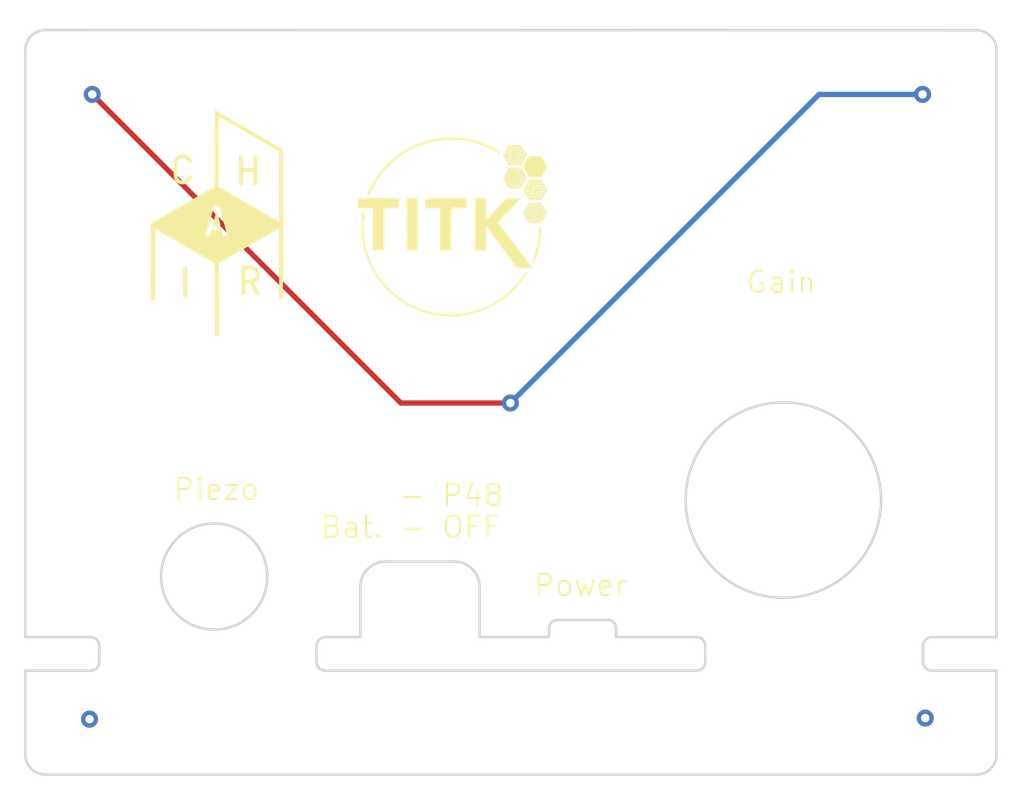
<source format=kicad_pcb>
(kicad_pcb (version 20200809) (host pcbnew "5.99.0-unknown-a06a0c123~102~ubuntu20.04.1")

  (general
    (thickness 1.2)
    (drawings 59)
    (tracks 9)
    (modules 2)
    (nets 2)
  )

  (paper "A4")
  (layers
    (0 "F.Cu" signal)
    (31 "B.Cu" signal)
    (32 "B.Adhes" user)
    (33 "F.Adhes" user)
    (34 "B.Paste" user)
    (35 "F.Paste" user)
    (36 "B.SilkS" user)
    (37 "F.SilkS" user)
    (38 "B.Mask" user)
    (39 "F.Mask" user)
    (40 "Dwgs.User" user)
    (41 "Cmts.User" user)
    (42 "Eco1.User" user)
    (43 "Eco2.User" user)
    (44 "Edge.Cuts" user)
    (45 "Margin" user)
    (46 "B.CrtYd" user)
    (47 "F.CrtYd" user)
    (48 "B.Fab" user)
    (49 "F.Fab" user)
  )

  (setup
    (stackup
      (layer "F.SilkS" (type "Top Silk Screen"))
      (layer "F.Paste" (type "Top Solder Paste"))
      (layer "F.Mask" (type "Top Solder Mask") (color "Green") (thickness 0.01))
      (layer "F.Cu" (type "copper") (thickness 0.035))
      (layer "dielectric 1" (type "core") (thickness 1.11 locked) (material "FR4") (epsilon_r 4.5) (loss_tangent 0.02))
      (layer "B.Cu" (type "copper") (thickness 0.035))
      (layer "B.Mask" (type "Bottom Solder Mask") (color "Green") (thickness 0.01))
      (layer "B.Paste" (type "Bottom Solder Paste"))
      (layer "B.SilkS" (type "Bottom Silk Screen"))
      (copper_finish "None")
      (dielectric_constraints no)
    )
    (pcbplotparams
      (layerselection 0x010fc_ffffffff)
      (usegerberextensions false)
      (usegerberattributes true)
      (usegerberadvancedattributes true)
      (creategerberjobfile true)
      (svguseinch false)
      (svgprecision 6)
      (excludeedgelayer true)
      (linewidth 0.100000)
      (plotframeref false)
      (viasonmask false)
      (mode 1)
      (useauxorigin false)
      (hpglpennumber 1)
      (hpglpenspeed 20)
      (hpglpendiameter 15.000000)
      (psnegative false)
      (psa4output false)
      (plotreference true)
      (plotvalue true)
      (plotinvisibletext false)
      (sketchpadsonfab false)
      (subtractmaskfromsilk false)
      (outputformat 1)
      (mirror false)
      (drillshape 0)
      (scaleselection 1)
      (outputdirectory "fabrication/")
    )
  )

  (net 1 "GND")

  (module "images:CHAIR_notext" (layer "F.Cu") (tedit 5F1CC396) (tstamp 264298be-6c84-48f4-b6ab-719ab1f52810)
    (at 134.9756 93.7006)
    (fp_text reference "G***" (at 0 0) (layer "F.SilkS") hide
      (effects (font (size 1.524 1.524) (thickness 0.3)))
      (tstamp ef51bac7-db63-41b8-a9c1-1e2d20d470b3)
    )
    (fp_text value "LOGO" (at 0.75 0) (layer "F.SilkS") hide
      (effects (font (size 1.524 1.524) (thickness 0.3)))
      (tstamp 1e1ea38b-f3f6-46b2-b010-c721359745f4)
    )
    (fp_poly (pts (xy -4.169612 -2.371936)
      (xy -4.157545 -2.332583)
      (xy -4.140682 -2.274031)
      (xy -4.120179 -2.200338)
      (xy -4.097194 -2.115558)
      (xy -4.086207 -2.074334)
      (xy -4.06245 -1.984812)
      (xy -4.040827 -1.903507)
      (xy -4.022486 -1.834724)
      (xy -4.008574 -1.782765)
      (xy -4.000242 -1.751936)
      (xy -3.998661 -1.74625)
      (xy -3.997911 -1.736176)
      (xy -4.005327 -1.729274)
      (xy -4.025155 -1.724954)
      (xy -4.061641 -1.722624)
      (xy -4.119032 -1.721692)
      (xy -4.175938 -1.721556)
      (xy -4.244391 -1.722316)
      (xy -4.301368 -1.724396)
      (xy -4.341638 -1.727496)
      (xy -4.359967 -1.731316)
      (xy -4.36054 -1.732139)
      (xy -4.357106 -1.752501)
      (xy -4.347317 -1.793914)
      (xy -4.332425 -1.851933)
      (xy -4.313683 -1.922109)
      (xy -4.292344 -1.999995)
      (xy -4.269661 -2.081144)
      (xy -4.246889 -2.161108)
      (xy -4.225279 -2.23544)
      (xy -4.206086 -2.299692)
      (xy -4.190561 -2.349417)
      (xy -4.17996 -2.380168)
      (xy -4.175724 -2.388034)
      (xy -4.169612 -2.371936)) (layer "F.SilkS") (width 0.01) (tstamp 359fcfff-102a-4a0b-8fab-cfa12a8645b3))
    (fp_poly (pts (xy -5.573889 1.622777)
      (xy -5.743222 1.622777)
      (xy -5.743222 0.239889)
      (xy -5.573889 0.239889)
      (xy -5.573889 1.622777)) (layer "F.SilkS") (width 0.01) (tstamp 77134387-5504-4fe0-ab46-9ad599396061))
    (fp_poly (pts (xy -2.949222 -4.416778)
      (xy -2.441222 -4.416778)
      (xy -2.441222 -5.023556)
      (xy -2.271889 -5.023556)
      (xy -2.271889 -3.640667)
      (xy -2.440672 -3.640667)
      (xy -2.444475 -3.947584)
      (xy -2.448278 -4.2545)
      (xy -2.942167 -4.2545)
      (xy -2.94597 -3.947584)
      (xy -2.949773 -3.640667)
      (xy -3.118556 -3.640667)
      (xy -3.118556 -5.023556)
      (xy -2.949222 -5.023556)
      (xy -2.949222 -4.416778)) (layer "F.SilkS") (width 0.01) (tstamp 950c6f94-8607-458a-96a3-bb9b985bce97))
    (fp_poly (pts (xy -5.694239 -5.081)
      (xy -5.612634 -5.06171)
      (xy -5.541511 -5.025728)
      (xy -5.482436 -4.979013)
      (xy -5.42185 -4.913774)
      (xy -5.382434 -4.8446)
      (xy -5.358502 -4.760969)
      (xy -5.355497 -4.744153)
      (xy -5.345391 -4.683472)
      (xy -5.434366 -4.687708)
      (xy -5.523341 -4.691945)
      (xy -5.534954 -4.748086)
      (xy -5.561025 -4.810883)
      (xy -5.608743 -4.867524)
      (xy -5.66429 -4.906375)
      (xy -5.716727 -4.921544)
      (xy -5.782409 -4.923823)
      (xy -5.850014 -4.914211)
      (xy -5.908217 -4.893706)
      (xy -5.925384 -4.883358)
      (xy -5.953693 -4.861303)
      (xy -5.976092 -4.83768)
      (xy -5.993266 -4.809025)
      (xy -6.005906 -4.771873)
      (xy -6.014697 -4.722759)
      (xy -6.020329 -4.658219)
      (xy -6.023489 -4.574788)
      (xy -6.024866 -4.469002)
      (xy -6.025135 -4.380963)
      (xy -6.025125 -4.27154)
      (xy -6.024684 -4.186476)
      (xy -6.023519 -4.121907)
      (xy -6.02134 -4.073972)
      (xy -6.017852 -4.038805)
      (xy -6.012764 -4.012545)
      (xy -6.005784 -3.991328)
      (xy -5.996618 -3.971291)
      (xy -5.993695 -3.965511)
      (xy -5.949432 -3.90034)
      (xy -5.892921 -3.858246)
      (xy -5.834342 -3.838087)
      (xy -5.755495 -3.832465)
      (xy -5.680962 -3.849241)
      (xy -5.616152 -3.885289)
      (xy -5.566476 -3.937485)
      (xy -5.537345 -4.002704)
      (xy -5.535608 -4.010635)
      (xy -5.523711 -4.071056)
      (xy -5.434551 -4.075292)
      (xy -5.345391 -4.079529)
      (xy -5.354842 -4.018848)
      (xy -5.383948 -3.9166)
      (xy -5.435826 -3.827259)
      (xy -5.507506 -3.754715)
      (xy -5.596013 -3.702858)
      (xy -5.596438 -3.70268)
      (xy -5.654864 -3.686176)
      (xy -5.727996 -3.676518)
      (xy -5.804365 -3.674262)
      (xy -5.8725 -3.679963)
      (xy -5.9055 -3.687712)
      (xy -6.008699 -3.734335)
      (xy -6.089958 -3.798055)
      (xy -6.148697 -3.878337)
      (xy -6.172845 -3.934104)
      (xy -6.180405 -3.971653)
      (xy -6.186533 -4.03245)
      (xy -6.191224 -4.111559)
      (xy -6.194472 -4.204042)
      (xy -6.196271 -4.304961)
      (xy -6.196616 -4.409379)
      (xy -6.195499 -4.512358)
      (xy -6.192914 -4.60896)
      (xy -6.188857 -4.69425)
      (xy -6.18332 -4.763288)
      (xy -6.176298 -4.811137)
      (xy -6.173929 -4.820528)
      (xy -6.133886 -4.908017)
      (xy -6.072069 -4.981058)
      (xy -5.992377 -5.036925)
      (xy -5.898712 -5.072891)
      (xy -5.794972 -5.086227)
      (xy -5.79399 -5.086236)
      (xy -5.694239 -5.081)) (layer "F.SilkS") (width 0.01) (tstamp 97c7381a-4cbc-4ccc-aedd-b91a48b7b4dd))
    (fp_poly (pts (xy -2.741084 0.157598)
      (xy -2.647171 0.15974)
      (xy -2.576491 0.162175)
      (xy -2.524056 0.16551)
      (xy -2.484879 0.170348)
      (xy -2.45397 0.177294)
      (xy -2.426344 0.186953)
      (xy -2.398803 0.199097)
      (xy -2.307122 0.253009)
      (xy -2.23951 0.3195)
      (xy -2.194588 0.400818)
      (xy -2.170977 0.499215)
      (xy -2.166392 0.578555)
      (xy -2.167791 0.643306)
      (xy -2.173235 0.690047)
      (xy -2.184705 0.728915)
      (xy -2.203663 0.769055)
      (xy -2.249006 0.840711)
      (xy -2.302272 0.893119)
      (xy -2.372628 0.935229)
      (xy -2.375247 0.936498)
      (xy -2.438332 0.966903)
      (xy -2.284834 1.241923)
      (xy -2.240395 1.321976)
      (xy -2.20098 1.393809)
      (xy -2.168561 1.453758)
      (xy -2.14511 1.498162)
      (xy -2.132598 1.523359)
      (xy -2.131057 1.527527)
      (xy -2.143816 1.532787)
      (xy -2.17761 1.536576)
      (xy -2.22526 1.538107)
      (xy -2.227663 1.538111)
      (xy -2.324548 1.538111)
      (xy -2.469445 1.262944)
      (xy -2.614341 0.987777)
      (xy -2.836334 0.987777)
      (xy -2.836334 1.538111)
      (xy -3.005667 1.538111)
      (xy -3.005667 0.324555)
      (xy -2.836334 0.324555)
      (xy -2.836334 0.832555)
      (xy -2.684639 0.832245)
      (xy -2.606191 0.830734)
      (xy -2.548908 0.825988)
      (xy -2.50583 0.817126)
      (xy -2.475391 0.805796)
      (xy -2.410851 0.76235)
      (xy -2.364431 0.702435)
      (xy -2.337439 0.631995)
      (xy -2.331185 0.556974)
      (xy -2.346977 0.483316)
      (xy -2.386123 0.416967)
      (xy -2.389039 0.41358)
      (xy -2.425155 0.377496)
      (xy -2.463425 0.352405)
      (xy -2.509869 0.336467)
      (xy -2.570509 0.327847)
      (xy -2.651363 0.324704)
      (xy -2.680658 0.324555)
      (xy -2.836334 0.324555)
      (xy -3.005667 0.324555)
      (xy -3.005667 0.152179)
      (xy -2.741084 0.157598)) (layer "F.SilkS") (width 0.01) (tstamp c10f6744-6eaf-47ed-9d8c-89e9d112b039))
    (fp_poly (pts (xy -4.240908 -7.147408)
      (xy -4.204982 -7.127185)
      (xy -4.147505 -7.094491)
      (xy -4.06992 -7.050156)
      (xy -3.973666 -6.995008)
      (xy -3.860186 -6.929874)
      (xy -3.73092 -6.855584)
      (xy -3.587309 -6.772965)
      (xy -3.430794 -6.682847)
      (xy -3.262817 -6.586056)
      (xy -3.084819 -6.483422)
      (xy -2.89824 -6.375773)
      (xy -2.704521 -6.263937)
      (xy -2.652232 -6.233739)
      (xy -1.058334 -5.313144)
      (xy -1.058334 1.749777)
      (xy -1.227552 1.749777)
      (xy -1.234722 -1.593383)
      (xy -2.656417 -0.772129)
      (xy -4.078111 0.049125)
      (xy -4.078111 3.471333)
      (xy -4.247331 3.471333)
      (xy -4.250916 1.768237)
      (xy -4.2545 0.065141)
      (xy -6.497734 -1.230577)
      (xy -4.698589 -1.230577)
      (xy -4.685879 -1.229086)
      (xy -4.651976 -1.229003)
      (xy -4.603876 -1.230326)
      (xy -4.597549 -1.230577)
      (xy -4.496097 -1.234723)
      (xy -4.472521 -1.326445)
      (xy -4.457202 -1.385293)
      (xy -4.441833 -1.443155)
      (xy -4.432317 -1.478139)
      (xy -4.41569 -1.538111)
      (xy -3.940852 -1.538111)
      (xy -3.901089 -1.382889)
      (xy -3.861327 -1.227667)
      (xy -3.765108 -1.227667)
      (xy -3.711597 -1.229097)
      (xy -3.681359 -1.234063)
      (xy -3.669561 -1.24358)
      (xy -3.668889 -1.247851)
      (xy -3.672593 -1.265206)
      (xy -3.6832 -1.306927)
      (xy -3.699951 -1.370218)
      (xy -3.722088 -1.452284)
      (xy -3.748852 -1.550329)
      (xy -3.779484 -1.661556)
      (xy -3.813227 -1.78317)
      (xy -3.844016 -1.893435)
      (xy -3.880425 -2.023522)
      (xy -3.914972 -2.147087)
      (xy -3.94681 -2.26109)
      (xy -3.975092 -2.362494)
      (xy -3.998972 -2.448261)
      (xy -4.017603 -2.515352)
      (xy -4.030138 -2.56073)
      (xy -4.0352 -2.579326)
      (xy -4.051257 -2.639819)
      (xy -4.308505 -2.631723)
      (xy -4.503341 -1.933223)
      (xy -4.541008 -1.798134)
      (xy -4.576293 -1.671491)
      (xy -4.608485 -1.555852)
      (xy -4.636873 -1.453775)
      (xy -4.660746 -1.367818)
      (xy -4.679394 -1.300541)
      (xy -4.692105 -1.2545)
      (xy -4.698169 -1.232255)
      (xy -4.698589 -1.230577)
      (xy -6.497734 -1.230577)
      (xy -7.076722 -1.565007)
      (xy -7.080308 0.106496)
      (xy -7.083893 1.778)
      (xy -7.267222 1.778)
      (xy -7.266755 -0.024695)
      (xy -7.266288 -1.827389)
      (xy -5.763922 -2.693921)
      (xy -4.261556 -3.560452)
      (xy -4.261556 -5.357393)
      (xy -4.261496 -5.580111)
      (xy -4.261323 -5.794884)
      (xy -4.261268 -5.835349)
      (xy -4.089366 -5.835349)
      (xy -4.089339 -5.611078)
      (xy -4.08906 -5.368124)
      (xy -4.088753 -5.206573)
      (xy -4.085167 -3.552754)
      (xy -2.659945 -2.729139)
      (xy -2.47545 -2.622537)
      (xy -2.297847 -2.519946)
      (xy -2.128654 -2.422243)
      (xy -1.969391 -2.330302)
      (xy -1.821576 -2.245)
      (xy -1.68673 -2.167213)
      (xy -1.566371 -2.097817)
      (xy -1.462018 -2.037688)
      (xy -1.37519 -1.987703)
      (xy -1.307408 -1.948737)
      (xy -1.260189 -1.921665)
      (xy -1.235054 -1.907366)
      (xy -1.231195 -1.905262)
      (xy -1.230743 -1.919048)
      (xy -1.230315 -1.959312)
      (xy -1.229915 -2.02431)
      (xy -1.229545 -2.112296)
      (xy -1.22921 -2.221528)
      (xy -1.228911 -2.35026)
      (xy -1.228653 -2.496748)
      (xy -1.228438 -2.659248)
      (xy -1.22827 -2.836015)
      (xy -1.228152 -3.025306)
      (xy -1.228088 -3.225375)
      (xy -1.228081 -3.434479)
      (xy -1.228103 -3.559528)
      (xy -1.22854 -5.214056)
      (xy -2.647274 -6.0325)
      (xy -2.831591 -6.138806)
      (xy -3.009157 -6.24117)
      (xy -3.178432 -6.338707)
      (xy -3.337879 -6.430536)
      (xy -3.485962 -6.515771)
      (xy -3.621143 -6.593529)
      (xy -3.741885 -6.662925)
      (xy -3.84665 -6.723078)
      (xy -3.933901 -6.773102)
      (xy -4.002101 -6.812113)
      (xy -4.049712 -6.839229)
      (xy -4.075197 -6.853565)
      (xy -4.079173 -6.855668)
      (xy -4.081167 -6.842467)
      (xy -4.082958 -6.801998)
      (xy -4.084542 -6.735216)
      (xy -4.085912 -6.643074)
      (xy -4.087063 -6.526525)
      (xy -4.087989 -6.386525)
      (xy -4.088686 -6.224026)
      (xy -4.089146 -6.039983)
      (xy -4.089366 -5.835349)
      (xy -4.261268 -5.835349)
      (xy -4.261043 -6.000037)
      (xy -4.260663 -6.193896)
      (xy -4.260191 -6.374786)
      (xy -4.259634 -6.541034)
      (xy -4.258999 -6.690966)
      (xy -4.258293 -6.822907)
      (xy -4.257523 -6.935184)
      (xy -4.256697 -7.026121)
      (xy -4.255821 -7.094046)
      (xy -4.254904 -7.137283)
      (xy -4.253951 -7.154159)
      (xy -4.253843 -7.154334)
      (xy -4.240908 -7.147408)) (layer "F.SilkS") (width 0.01) (tstamp da64e014-59e1-4173-8bd1-5634e32ca55b))
  )

  (module "drawing:TITK" (layer "F.Cu") (tedit 0) (tstamp 41e141b3-fd67-46b6-b381-bb557904e6b7)
    (at 141.9098 92.0242)
    (fp_text reference "G***" (at 0 0) (layer "F.SilkS") hide
      (effects (font (size 1.524 1.524) (thickness 0.3)))
      (tstamp 19dc0a21-d873-4b3f-bb82-62eff98eb1c7)
    )
    (fp_text value "LOGO" (at 0.75 0) (layer "F.SilkS") hide
      (effects (font (size 1.524 1.524) (thickness 0.3)))
      (tstamp baba2c03-2d44-44bd-a0d7-1dfea695f782)
    )
    (fp_poly (pts (xy 4.168968 -2.201912)
      (xy 4.198472 -2.159458)
      (xy 4.239366 -2.09577)
      (xy 4.286862 -2.01862)
      (xy 4.336175 -1.935783)
      (xy 4.382519 -1.85503)
      (xy 4.420824 -1.784677)
      (xy 4.431419 -1.725502)
      (xy 4.416262 -1.657941)
      (xy 4.380396 -1.602652)
      (xy 4.375255 -1.598083)
      (xy 4.3499 -1.565625)
      (xy 4.320676 -1.513315)
      (xy 4.316159 -1.50376)
      (xy 4.282567 -1.430604)
      (xy 4.223629 -1.531175)
      (xy 4.193187 -1.58835)
      (xy 4.176761 -1.629862)
      (xy 4.176369 -1.643424)
      (xy 4.191705 -1.633499)
      (xy 4.217628 -1.595146)
      (xy 4.233334 -1.566333)
      (xy 4.26176 -1.516641)
      (xy 4.283264 -1.489827)
      (xy 4.289418 -1.488362)
      (xy 4.286686 -1.511459)
      (xy 4.265245 -1.552514)
      (xy 4.263908 -1.554574)
      (xy 4.24203 -1.596359)
      (xy 4.238987 -1.621315)
      (xy 4.239393 -1.621782)
      (xy 4.256517 -1.613899)
      (xy 4.282685 -1.578987)
      (xy 4.285941 -1.573496)
      (xy 4.304727 -1.542812)
      (xy 4.309752 -1.541843)
      (xy 4.300912 -1.574274)
      (xy 4.284522 -1.624541)
      (xy 4.279328 -1.646857)
      (xy 4.292405 -1.636381)
      (xy 4.305689 -1.620496)
      (xy 4.33036 -1.598487)
      (xy 4.339167 -1.60587)
      (xy 4.351395 -1.622284)
      (xy 4.360334 -1.61925)
      (xy 4.379749 -1.614862)
      (xy 4.37242 -1.64118)
      (xy 4.346883 -1.684155)
      (xy 4.325879 -1.72499)
      (xy 4.32406 -1.748782)
      (xy 4.341183 -1.740899)
      (xy 4.367352 -1.705987)
      (xy 4.370608 -1.700496)
      (xy 4.390322 -1.66848)
      (xy 4.395396 -1.667999)
      (xy 4.38587 -1.70213)
      (xy 4.371219 -1.74625)
      (xy 4.362376 -1.775439)
      (xy 4.370722 -1.771084)
      (xy 4.390356 -1.747496)
      (xy 4.416911 -1.718767)
      (xy 4.420915 -1.725182)
      (xy 4.402523 -1.766158)
      (xy 4.368047 -1.830148)
      (xy 4.332657 -1.887328)
      (xy 4.308681 -1.909358)
      (xy 4.292577 -1.901605)
      (xy 4.280114 -1.889569)
      (xy 4.284295 -1.915266)
      (xy 4.28438 -1.915583)
      (xy 4.283963 -1.965451)
      (xy 4.273797 -1.989666)
      (xy 4.259924 -2.004344)
      (xy 4.261397 -1.98303)
      (xy 4.264793 -1.9685)
      (xy 4.272384 -1.93229)
      (xy 4.263942 -1.933884)
      (xy 4.245013 -1.95667)
      (xy 4.219218 -1.996659)
      (xy 4.213254 -2.022299)
      (xy 4.228864 -2.023936)
      (xy 4.233334 -2.021416)
      (xy 4.251946 -2.015661)
      (xy 4.247473 -2.037125)
      (xy 4.21897 -2.088578)
      (xy 4.200056 -2.119087)
      (xy 4.170288 -2.171101)
      (xy 4.15544 -2.206995)
      (xy 4.155638 -2.21536)
      (xy 4.168968 -2.201912)) (layer "F.SilkS") (width 0.01) (tstamp 07618db3-f1b5-4257-aa26-728bca945c28))
    (fp_poly (pts (xy 3.704857 -1.654628)
      (xy 3.730821 -1.616176)
      (xy 3.747087 -1.586349)
      (xy 3.777848 -1.535654)
      (xy 3.800825 -1.516568)
      (xy 3.807755 -1.520367)
      (xy 3.82712 -1.522035)
      (xy 3.856428 -1.486755)
      (xy 3.86067 -1.47977)
      (xy 3.883114 -1.434337)
      (xy 3.888911 -1.406233)
      (xy 3.887802 -1.404246)
      (xy 3.871635 -1.412852)
      (xy 3.846916 -1.448526)
      (xy 3.844254 -1.453337)
      (xy 3.822399 -1.487996)
      (xy 3.811473 -1.494262)
      (xy 3.811209 -1.49225)
      (xy 3.821053 -1.463726)
      (xy 3.847003 -1.411994)
      (xy 3.8735 -1.36525)
      (xy 3.908385 -1.310485)
      (xy 3.931353 -1.281544)
      (xy 3.938803 -1.280956)
      (xy 3.927136 -1.311252)
      (xy 3.914119 -1.336704)
      (xy 3.900322 -1.374228)
      (xy 3.902059 -1.390281)
      (xy 3.916836 -1.379718)
      (xy 3.942601 -1.340798)
      (xy 3.959729 -1.30927)
      (xy 3.984196 -1.256518)
      (xy 3.986075 -1.237894)
      (xy 3.973848 -1.244603)
      (xy 3.943847 -1.259573)
      (xy 3.933315 -1.24836)
      (xy 3.920519 -1.256156)
      (xy 3.891445 -1.294686)
      (xy 3.850412 -1.357697)
      (xy 3.801735 -1.438936)
      (xy 3.801718 -1.438966)
      (xy 3.754178 -1.523702)
      (xy 3.717151 -1.594656)
      (xy 3.694417 -1.644218)
      (xy 3.689568 -1.664624)
      (xy 3.704857 -1.654628)) (layer "F.SilkS") (width 0.01) (tstamp 0a844272-0427-4108-90ca-85c689645a22))
    (fp_poly (pts (xy 3.833495 -0.428903)
      (xy 3.858982 -0.393415)
      (xy 3.862034 -0.388163)
      (xy 3.884577 -0.35)
      (xy 3.890607 -0.347575)
      (xy 3.884096 -0.379576)
      (xy 3.883761 -0.381)
      (xy 3.876609 -0.417247)
      (xy 3.885239 -0.41559)
      (xy 3.904154 -0.392829)
      (xy 3.929949 -0.352841)
      (xy 3.935913 -0.327201)
      (xy 3.920303 -0.325564)
      (xy 3.915834 -0.328083)
      (xy 3.89764 -0.334415)
      (xy 3.900617 -0.315527)
      (xy 3.925933 -0.267229)
      (xy 3.939091 -0.244626)
      (xy 3.972586 -0.192182)
      (xy 3.990901 -0.171517)
      (xy 3.991153 -0.183623)
      (xy 3.970461 -0.229486)
      (xy 3.967733 -0.2348)
      (xy 3.947906 -0.281151)
      (xy 3.943534 -0.309249)
      (xy 3.944546 -0.310935)
      (xy 3.959458 -0.300691)
      (xy 3.984718 -0.262435)
      (xy 3.997225 -0.239253)
      (xy 4.02185 -0.188069)
      (xy 4.026755 -0.163546)
      (xy 4.012565 -0.155217)
      (xy 4.002298 -0.154122)
      (xy 3.968202 -0.172255)
      (xy 3.921916 -0.230799)
      (xy 3.886049 -0.289233)
      (xy 3.849378 -0.356545)
      (xy 3.824748 -0.40876)
      (xy 3.816664 -0.436157)
      (xy 3.817297 -0.437685)
      (xy 3.833495 -0.428903)) (layer "F.SilkS") (width 0.01) (tstamp 0ac1ec16-b789-4ae0-aa2e-ba68cabb35ff))
    (fp_poly (pts (xy 3.590251 -0.846321)
      (xy 3.601331 -0.829904)
      (xy 3.627005 -0.783029)
      (xy 3.635796 -0.75243)
      (xy 3.63438 -0.748658)
      (xy 3.61783 -0.756861)
      (xy 3.59294 -0.792322)
      (xy 3.590254 -0.79717)
      (xy 3.568239 -0.832579)
      (xy 3.557128 -0.840313)
      (xy 3.556848 -0.83866)
      (xy 3.566217 -0.811705)
      (xy 3.591425 -0.760372)
      (xy 3.620907 -0.706624)
      (xy 3.653041 -0.643819)
      (xy 3.671417 -0.594427)
      (xy 3.672678 -0.571923)
      (xy 3.671878 -0.538676)
      (xy 3.682865 -0.513459)
      (xy 3.698218 -0.49251)
      (xy 3.698405 -0.507338)
      (xy 3.693498 -0.529166)
      (xy 3.686176 -0.565399)
      (xy 3.694734 -0.563766)
      (xy 3.713654 -0.540996)
      (xy 3.739449 -0.501007)
      (xy 3.745413 -0.475367)
      (xy 3.729803 -0.47373)
      (xy 3.725334 -0.47625)
      (xy 3.705921 -0.480604)
      (xy 3.713129 -0.454418)
      (xy 3.737741 -0.412936)
      (xy 3.757844 -0.369191)
      (xy 3.757929 -0.340035)
      (xy 3.756457 -0.30639)
      (xy 3.768403 -0.273791)
      (xy 3.782871 -0.235548)
      (xy 3.781526 -0.21847)
      (xy 3.766027 -0.227761)
      (xy 3.741628 -0.264448)
      (xy 3.736613 -0.273821)
      (xy 3.717086 -0.323564)
      (xy 3.715001 -0.34925)
      (xy 3.725334 -0.34925)
      (xy 3.735917 -0.338666)
      (xy 3.7465 -0.34925)
      (xy 3.735917 -0.359833)
      (xy 3.725334 -0.34925)
      (xy 3.715001 -0.34925)
      (xy 3.714261 -0.358363)
      (xy 3.715446 -0.36096)
      (xy 3.711245 -0.387415)
      (xy 3.689103 -0.440679)
      (xy 3.653152 -0.511439)
      (xy 3.631645 -0.549852)
      (xy 3.580872 -0.639151)
      (xy 3.550213 -0.696972)
      (xy 3.543621 -0.713324)
      (xy 3.577246 -0.713324)
      (xy 3.585847 -0.682678)
      (xy 3.606275 -0.640099)
      (xy 3.630187 -0.600332)
      (xy 3.649242 -0.578125)
      (xy 3.653952 -0.577729)
      (xy 3.650526 -0.600327)
      (xy 3.629487 -0.644108)
      (xy 3.62072 -0.659071)
      (xy 3.593762 -0.69958)
      (xy 3.578514 -0.715302)
      (xy 3.577246 -0.713324)
      (xy 3.543621 -0.713324)
      (xy 3.537717 -0.727967)
      (xy 3.541436 -0.736786)
      (xy 3.556 -0.73025)
      (xy 3.574709 -0.727284)
      (xy 3.570699 -0.750528)
      (xy 3.545504 -0.791495)
      (xy 3.544744 -0.792504)
      (xy 3.519855 -0.83343)
      (xy 3.515161 -0.858687)
      (xy 3.532102 -0.858848)
      (xy 3.534834 -0.85725)
      (xy 3.554007 -0.860988)
      (xy 3.556357 -0.871876)
      (xy 3.566139 -0.874033)
      (xy 3.590251 -0.846321)) (layer "F.SilkS") (width 0.01) (tstamp 0b792681-47f7-4e03-b8e9-5a58892907f7))
    (fp_poly (pts (xy 3.579517 -1.509279)
      (xy 3.598334 -1.481666)
      (xy 3.613322 -1.442922)
      (xy 3.612347 -1.425124)
      (xy 3.595983 -1.432888)
      (xy 3.577167 -1.4605)
      (xy 3.562178 -1.499244)
      (xy 3.563154 -1.517042)
      (xy 3.579517 -1.509279)) (layer "F.SilkS") (width 0.01) (tstamp 0c8bd901-7005-4c03-8599-606e836d2046))
    (fp_poly (pts (xy 3.508944 -2.001955)
      (xy 3.522682 -1.950913)
      (xy 3.525262 -1.927602)
      (xy 3.535352 -1.86835)
      (xy 3.546393 -1.832736)
      (xy 3.553186 -1.804759)
      (xy 3.538431 -1.807527)
      (xy 3.516193 -1.814116)
      (xy 3.521836 -1.789521)
      (xy 3.548284 -1.744845)
      (xy 3.569288 -1.70401)
      (xy 3.571107 -1.680218)
      (xy 3.554092 -1.688144)
      (xy 3.528237 -1.723179)
      (xy 3.525133 -1.728504)
      (xy 3.50259 -1.766666)
      (xy 3.49656 -1.769092)
      (xy 3.503071 -1.737091)
      (xy 3.503406 -1.735666)
      (xy 3.510558 -1.69942)
      (xy 3.501928 -1.701076)
      (xy 3.483013 -1.723837)
      (xy 3.457614 -1.763222)
      (xy 3.450827 -1.789492)
      (xy 3.464816 -1.79235)
      (xy 3.469116 -1.789954)
      (xy 3.491488 -1.79072)
      (xy 3.500985 -1.819976)
      (xy 3.496367 -1.86551)
      (xy 3.480979 -1.906813)
      (xy 3.465079 -1.957275)
      (xy 3.476808 -1.957275)
      (xy 3.481046 -1.948741)
      (xy 3.50123 -1.926858)
      (xy 3.504942 -1.942291)
      (xy 3.499804 -1.958829)
      (xy 3.484221 -1.981881)
      (xy 3.477182 -1.981404)
      (xy 3.476808 -1.957275)
      (xy 3.465079 -1.957275)
      (xy 3.460841 -1.970723)
      (xy 3.467617 -2.00344)
      (xy 3.489258 -2.021214)
      (xy 3.508944 -2.001955)) (layer "F.SilkS") (width 0.01) (tstamp 0d024836-8aef-4656-87f0-393113a90323))
    (fp_poly (pts (xy -2.518833 -0.867833)
      (xy -3.217333 -0.867833)
      (xy -3.217333 1.121834)
      (xy -3.7465 1.121834)
      (xy -3.7465 -0.867833)
      (xy -4.466166 -0.867833)
      (xy -4.466166 -1.3335)
      (xy -2.518833 -1.3335)
      (xy -2.518833 -0.867833)) (layer "F.SilkS") (width 0.01) (tstamp 0e99373b-b735-4773-b82a-637fee6bb634))
    (fp_poly (pts (xy 3.600212 -1.658258)
      (xy 3.621337 -1.62538)
      (xy 3.641044 -1.581708)
      (xy 3.652375 -1.542069)
      (xy 3.651136 -1.523816)
      (xy 3.650395 -1.491454)
      (xy 3.66257 -1.459124)
      (xy 3.677038 -1.420882)
      (xy 3.675693 -1.403803)
      (xy 3.660139 -1.412988)
      (xy 3.635895 -1.449509)
      (xy 3.631644 -1.457482)
      (xy 3.604941 -1.514147)
      (xy 3.600869 -1.538796)
      (xy 3.618957 -1.534885)
      (xy 3.621248 -1.533503)
      (xy 3.627763 -1.540092)
      (xy 3.615578 -1.574023)
      (xy 3.609104 -1.587137)
      (xy 3.588694 -1.634293)
      (xy 3.583478 -1.663319)
      (xy 3.584629 -1.665517)
      (xy 3.600212 -1.658258)) (layer "F.SilkS") (width 0.01) (tstamp 1463a95c-5244-4b5a-9770-439458ee3c1f))
    (fp_poly (pts (xy 2.417993 -3.393621)
      (xy 2.446979 -3.35605)
      (xy 2.489107 -3.289909)
      (xy 2.547391 -3.191178)
      (xy 2.561434 -3.16685)
      (xy 2.616298 -3.07316)
      (xy 2.663823 -2.995038)
      (xy 2.700104 -2.938669)
      (xy 2.721236 -2.910238)
      (xy 2.724745 -2.908189)
      (xy 2.72087 -2.930113)
      (xy 2.698949 -2.970626)
      (xy 2.697574 -2.972741)
      (xy 2.675746 -3.014579)
      (xy 2.672828 -3.039657)
      (xy 2.67324 -3.040128)
      (xy 2.68892 -3.030689)
      (xy 2.714621 -2.992953)
      (xy 2.727225 -2.969753)
      (xy 2.752238 -2.918595)
      (xy 2.757877 -2.894241)
      (xy 2.744326 -2.885955)
      (xy 2.728702 -2.884351)
      (xy 2.695308 -2.892656)
      (xy 2.687843 -2.90644)
      (xy 2.680939 -2.917311)
      (xy 2.669489 -2.903135)
      (xy 2.65398 -2.903614)
      (xy 2.62484 -2.935533)
      (xy 2.580508 -3.001001)
      (xy 2.519421 -3.102127)
      (xy 2.509492 -3.119166)
      (xy 2.44873 -3.226507)
      (xy 2.409084 -3.303753)
      (xy 2.388287 -3.356101)
      (xy 2.385266 -3.379525)
      (xy 2.398804 -3.379525)
      (xy 2.405665 -3.359239)
      (xy 2.430269 -3.30978)
      (xy 2.468807 -3.238413)
      (xy 2.517472 -3.152405)
      (xy 2.521324 -3.14574)
      (xy 2.571694 -3.060377)
      (xy 2.614396 -2.991158)
      (xy 2.645153 -2.944793)
      (xy 2.659685 -2.927996)
      (xy 2.66003 -2.928141)
      (xy 2.653168 -2.948427)
      (xy 2.628565 -2.997887)
      (xy 2.590027 -3.069253)
      (xy 2.541362 -3.155261)
      (xy 2.53751 -3.161926)
      (xy 2.48714 -3.247289)
      (xy 2.444437 -3.316509)
      (xy 2.413681 -3.362873)
      (xy 2.399148 -3.379671)
      (xy 2.398804 -3.379525)
      (xy 2.385266 -3.379525)
      (xy 2.384076 -3.388745)
      (xy 2.387393 -3.399147)
      (xy 2.399136 -3.406646)
      (xy 2.417993 -3.393621)) (layer "F.SilkS") (width 0.01) (tstamp 236f7e74-d5f6-4dfc-9ab7-44b64aba88dc))
    (fp_poly (pts (xy 3.727241 -1.063523)
      (xy 3.753097 -1.028488)
      (xy 3.7562 -1.023163)
      (xy 3.778744 -0.985)
      (xy 3.784774 -0.982575)
      (xy 3.778262 -1.014576)
      (xy 3.777927 -1.016)
      (xy 3.770776 -1.052247)
      (xy 3.779405 -1.05059)
      (xy 3.798321 -1.027829)
      (xy 3.824116 -0.987841)
      (xy 3.830079 -0.962201)
      (xy 3.814469 -0.960564)
      (xy 3.81 -0.963083)
      (xy 3.791291 -0.966049)
      (xy 3.795301 -0.942805)
      (xy 3.820496 -0.901838)
      (xy 3.821257 -0.900829)
      (xy 3.846145 -0.859903)
      (xy 3.85084 -0.834646)
      (xy 3.833898 -0.834485)
      (xy 3.831167 -0.836083)
      (xy 3.811751 -0.840471)
      (xy 3.81908 -0.814153)
      (xy 3.844617 -0.771178)
      (xy 3.865621 -0.730343)
      (xy 3.867441 -0.706551)
      (xy 3.850426 -0.714477)
      (xy 3.82457 -0.749512)
      (xy 3.821467 -0.754837)
      (xy 3.798923 -0.792999)
      (xy 3.792893 -0.795425)
      (xy 3.799405 -0.763424)
      (xy 3.79974 -0.762)
      (xy 3.806891 -0.725753)
      (xy 3.798262 -0.72741)
      (xy 3.779346 -0.75017)
      (xy 3.753551 -0.790159)
      (xy 3.747588 -0.815799)
      (xy 3.763198 -0.817436)
      (xy 3.767667 -0.814916)
      (xy 3.786376 -0.811951)
      (xy 3.782366 -0.835195)
      (xy 3.757171 -0.876161)
      (xy 3.75641 -0.87717)
      (xy 3.73216 -0.917048)
      (xy 3.769235 -0.917048)
      (xy 3.780865 -0.879235)
      (xy 3.796553 -0.854858)
      (xy 3.803972 -0.854749)
      (xy 3.8028 -0.878422)
      (xy 3.791417 -0.903287)
      (xy 3.772702 -0.928154)
      (xy 3.769235 -0.917048)
      (xy 3.73216 -0.917048)
      (xy 3.731522 -0.918097)
      (xy 3.726827 -0.943353)
      (xy 3.743769 -0.943514)
      (xy 3.7465 -0.941916)
      (xy 3.765916 -0.937529)
      (xy 3.758587 -0.963847)
      (xy 3.73305 -1.006822)
      (xy 3.712046 -1.047656)
      (xy 3.710226 -1.071448)
      (xy 3.727241 -1.063523)) (layer "F.SilkS") (width 0.01) (tstamp 2bf9107c-9460-4457-b593-cd93bce1addc))
    (fp_poly (pts (xy 3.091968 -2.77336)
      (xy 3.103066 -2.760805)
      (xy 3.122124 -2.731206)
      (xy 3.152716 -2.679173)
      (xy 3.198418 -2.599315)
      (xy 3.238216 -2.529416)
      (xy 3.29304 -2.433438)
      (xy 3.344154 -2.344516)
      (xy 3.385821 -2.272595)
      (xy 3.4122 -2.227791)
      (xy 3.433904 -2.18426)
      (xy 3.43699 -2.160492)
      (xy 3.433782 -2.159)
      (xy 3.417072 -2.176428)
      (xy 3.383557 -2.224624)
      (xy 3.337181 -2.297458)
      (xy 3.281888 -2.388799)
      (xy 3.241149 -2.458455)
      (xy 3.183937 -2.559347)
      (xy 3.136081 -2.6471)
      (xy 3.100876 -2.715391)
      (xy 3.081616 -2.757903)
      (xy 3.079344 -2.7689)
      (xy 3.085253 -2.774262)
      (xy 3.091968 -2.77336)) (layer "F.SilkS") (width 0.01) (tstamp 36bdbab8-9428-4d66-953d-bff8f86823e2))
    (fp_poly (pts (xy 3.643017 -2.038445)
      (xy 3.661834 -2.010833)
      (xy 3.676822 -1.972089)
      (xy 3.675847 -1.954291)
      (xy 3.659483 -1.962054)
      (xy 3.640667 -1.989666)
      (xy 3.625678 -2.028411)
      (xy 3.626654 -2.046209)
      (xy 3.643017 -2.038445)) (layer "F.SilkS") (width 0.01) (tstamp 3ecf0c7f-6dc2-447f-b288-c5a667dda37c))
    (fp_poly (pts (xy 3.980136 -1.908676)
      (xy 4.006168 -1.86998)
      (xy 4.023532 -1.838259)
      (xy 4.052729 -1.789575)
      (xy 4.073889 -1.770124)
      (xy 4.080378 -1.774777)
      (xy 4.096376 -1.781832)
      (xy 4.125937 -1.7488)
      (xy 4.129814 -1.743027)
      (xy 4.160509 -1.689966)
      (xy 4.168588 -1.66035)
      (xy 4.152901 -1.659153)
      (xy 4.148667 -1.661583)
      (xy 4.129251 -1.665971)
      (xy 4.13658 -1.639653)
      (xy 4.162117 -1.596678)
      (xy 4.183499 -1.556244)
      (xy 4.186243 -1.533354)
      (xy 4.172128 -1.546059)
      (xy 4.142137 -1.588605)
      (xy 4.101026 -1.653873)
      (xy 4.06473 -1.71523)
      (xy 4.049507 -1.742548)
      (xy 4.086735 -1.742548)
      (xy 4.098365 -1.704735)
      (xy 4.114053 -1.680358)
      (xy 4.121472 -1.680249)
      (xy 4.1203 -1.703922)
      (xy 4.108917 -1.728787)
      (xy 4.090202 -1.753654)
      (xy 4.086735 -1.742548)
      (xy 4.049507 -1.742548)
      (xy 4.020064 -1.795382)
      (xy 3.98624 -1.86145)
      (xy 3.967206 -1.905363)
      (xy 3.965044 -1.918933)
      (xy 3.980136 -1.908676)) (layer "F.SilkS") (width 0.01) (tstamp 3fa1d4df-c707-4642-b0af-750fc1c2f48e))
    (fp_poly (pts (xy 4.063246 -2.033321)
      (xy 4.091638 -1.993284)
      (xy 4.126324 -1.935574)
      (xy 4.159434 -1.873103)
      (xy 4.18016 -1.826431)
      (xy 4.184077 -1.806355)
      (xy 4.169606 -1.818083)
      (xy 4.141164 -1.858197)
      (xy 4.106334 -1.915583)
      (xy 4.07298 -1.977887)
      (xy 4.052261 -2.024577)
      (xy 4.048581 -2.044802)
      (xy 4.063246 -2.033321)) (layer "F.SilkS") (width 0.01) (tstamp 42cb22ea-4c8f-499c-84ad-80eb960813eb))
    (fp_poly (pts (xy 3.68398 -2.057092)
      (xy 3.709685 -2.018483)
      (xy 3.725334 -1.989666)
      (xy 3.75376 -1.939975)
      (xy 3.775264 -1.91316)
      (xy 3.781418 -1.911696)
      (xy 3.778686 -1.934793)
      (xy 3.757245 -1.975848)
      (xy 3.755908 -1.977907)
      (xy 3.73403 -2.019693)
      (xy 3.730987 -2.044649)
      (xy 3.731393 -2.045115)
      (xy 3.748408 -2.037189)
      (xy 3.774264 -2.002154)
      (xy 3.777367 -1.996829)
      (xy 3.799911 -1.958667)
      (xy 3.80594 -1.956241)
      (xy 3.799429 -1.988242)
      (xy 3.799094 -1.989666)
      (xy 3.791943 -2.025913)
      (xy 3.800572 -2.024257)
      (xy 3.819488 -2.001496)
      (xy 3.845283 -1.961507)
      (xy 3.851246 -1.935867)
      (xy 3.835636 -1.93423)
      (xy 3.831167 -1.93675)
      (xy 3.811751 -1.941138)
      (xy 3.81908 -1.914819)
      (xy 3.844617 -1.871845)
      (xy 3.865621 -1.83101)
      (xy 3.867441 -1.807218)
      (xy 3.85074 -1.815263)
      (xy 3.825783 -1.850641)
      (xy 3.823087 -1.855504)
      (xy 3.80104 -1.891298)
      (xy 3.789949 -1.899797)
      (xy 3.789681 -1.898317)
      (xy 3.798078 -1.867623)
      (xy 3.811715 -1.838295)
      (xy 3.825869 -1.801155)
      (xy 3.824732 -1.785676)
      (xy 3.810608 -1.797888)
      (xy 3.782111 -1.839146)
      (xy 3.744849 -1.901174)
      (xy 3.736421 -1.916087)
      (xy 3.700374 -1.98429)
      (xy 3.676218 -2.037394)
      (xy 3.668304 -2.065635)
      (xy 3.669011 -2.067399)
      (xy 3.68398 -2.057092)) (layer "F.SilkS") (width 0.01) (tstamp 43f1608b-60dd-4fe8-bbeb-fa85101186e4))
    (fp_poly (pts (xy 3.956719 -1.118881)
      (xy 3.978129 -1.075445)
      (xy 3.978336 -1.068916)
      (xy 3.967888 -1.066383)
      (xy 3.948521 -1.086634)
      (xy 3.927668 -1.104949)
      (xy 3.919747 -1.091915)
      (xy 3.923091 -1.055918)
      (xy 3.936032 -1.005347)
      (xy 3.956901 -0.948587)
      (xy 3.984031 -0.894026)
      (xy 3.988203 -0.88709)
      (xy 4.017176 -0.844274)
      (xy 4.032529 -0.830028)
      (xy 4.032326 -0.841375)
      (xy 4.025728 -0.877922)
      (xy 4.02927 -0.889)
      (xy 4.045951 -0.872101)
      (xy 4.073638 -0.829458)
      (xy 4.105783 -0.773153)
      (xy 4.135838 -0.715266)
      (xy 4.157254 -0.667879)
      (xy 4.163484 -0.643071)
      (xy 4.162999 -0.642276)
      (xy 4.147862 -0.65243)
      (xy 4.121988 -0.690988)
      (xy 4.105746 -0.720817)
      (xy 4.072525 -0.775712)
      (xy 4.049679 -0.789962)
      (xy 4.043715 -0.784594)
      (xy 4.026877 -0.773534)
      (xy 4.01289 -0.796674)
      (xy 3.996585 -0.82045)
      (xy 3.98242 -0.809327)
      (xy 3.964084 -0.811875)
      (xy 3.930708 -0.851066)
      (xy 3.902304 -0.895881)
      (xy 3.938568 -0.895881)
      (xy 3.950198 -0.858068)
      (xy 3.965886 -0.833691)
      (xy 3.973305 -0.833583)
      (xy 3.972133 -0.857255)
      (xy 3.960751 -0.882121)
      (xy 3.942035 -0.906987)
      (xy 3.938568 -0.895881)
      (xy 3.902304 -0.895881)
      (xy 3.885744 -0.922008)
      (xy 3.848564 -0.989426)
      (xy 3.823752 -1.042057)
      (xy 3.815795 -1.070177)
      (xy 3.816542 -1.071931)
      (xy 3.831874 -1.062002)
      (xy 3.857796 -1.023646)
      (xy 3.8735 -0.994833)
      (xy 3.902008 -0.945239)
      (xy 3.923736 -0.918645)
      (xy 3.930052 -0.91733)
      (xy 3.927611 -0.940638)
      (xy 3.907409 -0.977007)
      (xy 3.880565 -1.022764)
      (xy 3.874913 -1.049407)
      (xy 3.891806 -1.049426)
      (xy 3.894667 -1.04775)
      (xy 3.914203 -1.048717)
      (xy 3.915834 -1.055835)
      (xy 3.900387 -1.085758)
      (xy 3.894667 -1.090083)
      (xy 3.874113 -1.115646)
      (xy 3.891513 -1.133756)
      (xy 3.910542 -1.136271)
      (xy 3.956719 -1.118881)) (layer "F.SilkS") (width 0.01) (tstamp 4885a03d-2bbb-4fb1-b9b4-e00444292811))
    (fp_poly (pts (xy 2.930911 -3.837605)
      (xy 2.956234 -3.825148)
      (xy 2.982575 -3.823932)
      (xy 2.988383 -3.832232)
      (xy 3.0012 -3.825469)
      (xy 3.029208 -3.788442)
      (xy 3.067432 -3.728109)
      (xy 3.087641 -3.693452)
      (xy 3.129635 -3.622941)
      (xy 3.16431 -3.570821)
      (xy 3.186386 -3.544762)
      (xy 3.190799 -3.543577)
      (xy 3.188644 -3.566634)
      (xy 3.175031 -3.587713)
      (xy 3.155227 -3.63015)
      (xy 3.142537 -3.69091)
      (xy 3.141748 -3.69935)
      (xy 3.139223 -3.748456)
      (xy 3.144743 -3.761023)
      (xy 3.161855 -3.742605)
      (xy 3.1659 -3.737163)
      (xy 3.190357 -3.695795)
      (xy 3.194464 -3.670733)
      (xy 3.176915 -3.671277)
      (xy 3.175 -3.672416)
      (xy 3.15615 -3.674628)
      (xy 3.157826 -3.65393)
      (xy 3.17835 -3.624616)
      (xy 3.198279 -3.586206)
      (xy 3.20748 -3.541008)
      (xy 3.217065 -3.480093)
      (xy 3.228669 -3.439583)
      (xy 3.238082 -3.410088)
      (xy 3.230053 -3.413325)
      (xy 3.203554 -3.450578)
      (xy 3.157555 -3.523132)
      (xy 3.14382 -3.545416)
      (xy 3.108558 -3.599379)
      (xy 3.085806 -3.627245)
      (xy 3.0796 -3.62428)
      (xy 3.080719 -3.6195)
      (xy 3.087176 -3.58507)
      (xy 3.076818 -3.58666)
      (xy 3.049091 -3.624898)
      (xy 3.00344 -3.700413)
      (xy 2.991997 -3.720241)
      (xy 2.957082 -3.778346)
      (xy 2.939707 -3.803657)
      (xy 2.984579 -3.803657)
      (xy 2.993181 -3.773011)
      (xy 3.013609 -3.730432)
      (xy 3.037521 -3.690666)
      (xy 3.056576 -3.668458)
      (xy 3.061285 -3.668062)
      (xy 3.057859 -3.69066)
      (xy 3.03682 -3.734442)
      (xy 3.028053 -3.749404)
      (xy 3.001095 -3.789913)
      (xy 2.985848 -3.805635)
      (xy 2.984579 -3.803657)
      (xy 2.939707 -3.803657)
      (xy 2.931862 -3.815084)
      (xy 2.921659 -3.822723)
      (xy 2.921641 -3.822443)
      (xy 2.931247 -3.794526)
      (xy 2.956555 -3.743945)
      (xy 2.977603 -3.70655)
      (xy 3.011994 -3.638951)
      (xy 3.035709 -3.575816)
      (xy 3.041103 -3.551232)
      (xy 3.048929 -3.483732)
      (xy 3.055189 -3.428867)
      (xy 3.065408 -3.378427)
      (xy 3.078985 -3.349492)
      (xy 3.086542 -3.354519)
      (xy 3.081284 -3.386666)
      (xy 3.072805 -3.422798)
      (xy 3.080863 -3.421335)
      (xy 3.099821 -3.398496)
      (xy 3.125296 -3.358995)
      (xy 3.131929 -3.332842)
      (xy 3.117635 -3.330215)
      (xy 3.113308 -3.332633)
      (xy 3.090136 -3.328867)
      (xy 3.086331 -3.321741)
      (xy 3.072938 -3.324505)
      (xy 3.047289 -3.356995)
      (xy 3.030302 -3.38502)
      (xy 3.004198 -3.440522)
      (xy 2.994421 -3.479094)
      (xy 3.005667 -3.479094)
      (xy 3.016103 -3.448058)
      (xy 3.037015 -3.435969)
      (xy 3.044825 -3.439936)
      (xy 3.041904 -3.461682)
      (xy 3.030714 -3.475919)
      (xy 3.009404 -3.487852)
      (xy 3.005667 -3.479094)
      (xy 2.994421 -3.479094)
      (xy 2.993608 -3.482299)
      (xy 2.99542 -3.493044)
      (xy 2.99329 -3.522394)
      (xy 2.972975 -3.573334)
      (xy 2.954391 -3.608027)
      (xy 2.916449 -3.676167)
      (xy 2.907645 -3.697824)
      (xy 2.942246 -3.697824)
      (xy 2.950847 -3.667178)
      (xy 2.971275 -3.624599)
      (xy 2.995187 -3.584832)
      (xy 3.014242 -3.562625)
      (xy 3.018952 -3.562229)
      (xy 3.015526 -3.584827)
      (xy 2.994487 -3.628608)
      (xy 2.98572 -3.643571)
      (xy 2.958762 -3.68408)
      (xy 2.943514 -3.699802)
      (xy 2.942246 -3.697824)
      (xy 2.907645 -3.697824)
      (xy 2.901607 -3.712673)
      (xy 2.90887 -3.720723)
      (xy 2.921 -3.71475)
      (xy 2.939709 -3.711784)
      (xy 2.935699 -3.735028)
      (xy 2.910504 -3.775995)
      (xy 2.909744 -3.777004)
      (xy 2.885665 -3.814475)
      (xy 2.878667 -3.833339)
      (xy 2.894556 -3.844459)
      (xy 2.930911 -3.837605)) (layer "F.SilkS") (width 0.01) (tstamp 49494acb-1987-4b64-85f0-bbecd14de049))
    (fp_poly (pts (xy 3.537184 -2.038445)
      (xy 3.556 -2.010833)
      (xy 3.570989 -1.972089)
      (xy 3.570013 -1.954291)
      (xy 3.55365 -1.962054)
      (xy 3.534834 -1.989666)
      (xy 3.519845 -2.028411)
      (xy 3.52082 -2.046209)
      (xy 3.537184 -2.038445)) (layer "F.SilkS") (width 0.01) (tstamp 4967682c-8123-4914-9c7b-cee2c2ee93a0))
    (fp_poly (pts (xy 2.554212 -3.632189)
      (xy 2.558892 -3.623751)
      (xy 2.579994 -3.576098)
      (xy 2.575344 -3.560653)
      (xy 2.561167 -3.566583)
      (xy 2.541631 -3.565616)
      (xy 2.54 -3.558498)
      (xy 2.555447 -3.528575)
      (xy 2.561167 -3.52425)
      (xy 2.581026 -3.493401)
      (xy 2.58166 -3.485959)
      (xy 2.570711 -3.480959)
      (xy 2.547721 -3.503083)
      (xy 2.524157 -3.531117)
      (xy 2.520802 -3.523247)
      (xy 2.528324 -3.4925)
      (xy 2.536488 -3.45634)
      (xy 2.528293 -3.45785)
      (xy 2.509346 -3.48067)
      (xy 2.48301 -3.509643)
      (xy 2.477719 -3.505284)
      (xy 2.492394 -3.47035)
      (xy 2.525953 -3.407601)
      (xy 2.563009 -3.343702)
      (xy 2.601875 -3.273047)
      (xy 2.628003 -3.215175)
      (xy 2.636979 -3.180226)
      (xy 2.635947 -3.176127)
      (xy 2.634799 -3.142275)
      (xy 2.645699 -3.116959)
      (xy 2.661495 -3.094685)
      (xy 2.660801 -3.109037)
      (xy 2.656001 -3.127375)
      (xy 2.649804 -3.166872)
      (xy 2.660972 -3.169918)
      (xy 2.686603 -3.13723)
      (xy 2.698847 -3.116791)
      (xy 2.721042 -3.079123)
      (xy 2.72635 -3.077331)
      (xy 2.718603 -3.110376)
      (xy 2.718311 -3.1115)
      (xy 2.713406 -3.145274)
      (xy 2.726149 -3.140686)
      (xy 2.756467 -3.09782)
      (xy 2.804287 -3.016758)
      (xy 2.81101 -3.004805)
      (xy 2.845438 -2.941045)
      (xy 2.85978 -2.905236)
      (xy 2.855884 -2.889123)
      (xy 2.837896 -2.884604)
      (xy 2.801614 -2.901425)
      (xy 2.758571 -2.95783)
      (xy 2.741032 -2.988348)
      (xy 2.707179 -3.04293)
      (xy 2.689438 -3.062155)
      (xy 2.737599 -3.062155)
      (xy 2.741858 -3.040384)
      (xy 2.763015 -2.996126)
      (xy 2.774597 -2.97568)
      (xy 2.804308 -2.930263)
      (xy 2.825165 -2.907346)
      (xy 2.829234 -2.906845)
      (xy 2.824976 -2.928616)
      (xy 2.803818 -2.972873)
      (xy 2.792236 -2.993319)
      (xy 2.762525 -3.038737)
      (xy 2.741669 -3.061654)
      (xy 2.737599 -3.062155)
      (xy 2.689438 -3.062155)
      (xy 2.680543 -3.071794)
      (xy 2.668689 -3.071898)
      (xy 2.652138 -3.077029)
      (xy 2.621725 -3.112921)
      (xy 2.583095 -3.172762)
      (xy 2.578491 -3.180682)
      (xy 2.531623 -3.261969)
      (xy 2.485187 -3.342267)
      (xy 2.453272 -3.39725)
      (xy 2.440417 -3.420993)
      (xy 2.476555 -3.420993)
      (xy 2.48597 -3.393248)
      (xy 2.509855 -3.34552)
      (xy 2.541545 -3.289141)
      (xy 2.574373 -3.235444)
      (xy 2.601675 -3.195761)
      (xy 2.616784 -3.181424)
      (xy 2.617283 -3.181727)
      (xy 2.611846 -3.202988)
      (xy 2.588778 -3.250043)
      (xy 2.553015 -3.312867)
      (xy 2.551566 -3.315275)
      (xy 2.514668 -3.374031)
      (xy 2.48789 -3.41203)
      (xy 2.476624 -3.421671)
      (xy 2.476555 -3.420993)
      (xy 2.440417 -3.420993)
      (xy 2.427085 -3.445617)
      (xy 2.424095 -3.462202)
      (xy 2.440232 -3.452866)
      (xy 2.468929 -3.437866)
      (xy 2.4765 -3.446326)
      (xy 2.461001 -3.477635)
      (xy 2.455544 -3.481786)
      (xy 2.448841 -3.50545)
      (xy 2.460836 -3.523147)
      (xy 2.491385 -3.541991)
      (xy 2.505226 -3.540544)
      (xy 2.514764 -3.547521)
      (xy 2.511001 -3.569224)
      (xy 2.509921 -3.598333)
      (xy 2.518834 -3.598333)
      (xy 2.526578 -3.580911)
      (xy 2.532945 -3.584222)
      (xy 2.535478 -3.609342)
      (xy 2.532945 -3.612444)
      (xy 2.520361 -3.609539)
      (xy 2.518834 -3.598333)
      (xy 2.509921 -3.598333)
      (xy 2.509232 -3.616899)
      (xy 2.517042 -3.638234)
      (xy 2.534826 -3.65336)
      (xy 2.554212 -3.632189)) (layer "F.SilkS") (width 0.01) (tstamp 4a4d515f-01e1-44b3-afe8-b19f0ad8981a))
    (fp_poly (pts (xy 1.576917 -0.312788)
      (xy 2.529417 -1.333186)
      (xy 3.222301 -1.3335)
      (xy 2.833525 -0.929493)
      (xy 2.719184 -0.810423)
      (xy 2.605261 -0.691338)
      (xy 2.497922 -0.578718)
      (xy 2.403333 -0.479039)
      (xy 2.32766 -0.398781)
      (xy 2.289144 -0.357515)
      (xy 2.133538 -0.189543)
      (xy 2.192933 -0.110647)
      (xy 2.216547 -0.079506)
      (xy 2.263337 -0.018004)
      (xy 2.330796 0.07057)
      (xy 2.416416 0.182927)
      (xy 2.517691 0.315777)
      (xy 2.632111 0.46583)
      (xy 2.75717 0.629796)
      (xy 2.890359 0.804387)
      (xy 2.995295 0.941917)
      (xy 3.131407 1.120386)
      (xy 3.260006 1.289187)
      (xy 3.378766 1.445251)
      (xy 3.485357 1.585511)
      (xy 3.577453 1.706899)
      (xy 3.652725 1.806348)
      (xy 3.708846 1.880789)
      (xy 3.743487 1.927155)
      (xy 3.754214 1.942042)
      (xy 3.751535 1.951953)
      (xy 3.726791 1.959194)
      (xy 3.675464 1.964106)
      (xy 3.593037 1.967027)
      (xy 3.474994 1.9683)
      (xy 3.403791 1.968424)
      (xy 3.037417 1.968349)
      (xy 1.576917 -0.041791)
      (xy 1.57129 0.540021)
      (xy 1.565664 1.121834)
      (xy 1.037167 1.121834)
      (xy 1.037167 -1.3335)
      (xy 1.565581 -1.3335)
      (xy 1.576917 -0.312788)) (layer "F.SilkS") (width 0.01) (tstamp 4d687526-0daf-41ac-882d-f0047f34b61c))
    (fp_poly (pts (xy 3.981662 -0.534736)
      (xy 4.007148 -0.499248)
      (xy 4.0102 -0.493996)
      (xy 4.031413 -0.459578)
      (xy 4.03613 -0.461718)
      (xy 4.031597 -0.481541)
      (xy 4.025604 -0.521059)
      (xy 4.036887 -0.524019)
      (xy 4.062616 -0.491116)
      (xy 4.074681 -0.470958)
      (xy 4.097013 -0.433064)
      (xy 4.102704 -0.431001)
      (xy 4.095887 -0.463714)
      (xy 4.095427 -0.465666)
      (xy 4.088276 -0.501913)
      (xy 4.096905 -0.500257)
      (xy 4.115821 -0.477496)
      (xy 4.141616 -0.437507)
      (xy 4.147579 -0.411867)
      (xy 4.131969 -0.41023)
      (xy 4.1275 -0.41275)
      (xy 4.108791 -0.415716)
      (xy 4.112801 -0.392472)
      (xy 4.137996 -0.351505)
      (xy 4.138757 -0.350496)
      (xy 4.163345 -0.310061)
      (xy 4.168733 -0.284257)
      (xy 4.15314 -0.283083)
      (xy 4.150475 -0.284633)
      (xy 4.12722 -0.281029)
      (xy 4.123729 -0.274436)
      (xy 4.110756 -0.280562)
      (xy 4.082944 -0.316625)
      (xy 4.045693 -0.375382)
      (xy 4.035624 -0.392618)
      (xy 4.010456 -0.43875)
      (xy 4.051195 -0.43875)
      (xy 4.054167 -0.416018)
      (xy 4.074013 -0.372664)
      (xy 4.078817 -0.364066)
      (xy 4.109193 -0.31763)
      (xy 4.122887 -0.308532)
      (xy 4.117324 -0.334197)
      (xy 4.09575 -0.381)
      (xy 4.070672 -0.422591)
      (xy 4.053144 -0.439435)
      (xy 4.051195 -0.43875)
      (xy 4.010456 -0.43875)
      (xy 3.998561 -0.460552)
      (xy 3.973461 -0.513439)
      (xy 3.964801 -0.541654)
      (xy 3.965463 -0.543518)
      (xy 3.981662 -0.534736)) (layer "F.SilkS") (width 0.01) (tstamp 4e157485-82f9-4719-bdc1-982b6ecb7db8))
    (fp_poly (pts (xy 4.213827 -1.507944)
      (xy 4.238169 -1.471319)
      (xy 4.2429 -1.462467)
      (xy 4.260143 -1.419569)
      (xy 4.259267 -1.39771)
      (xy 4.256685 -1.397)
      (xy 4.237655 -1.378957)
      (xy 4.216204 -1.334393)
      (xy 4.212103 -1.322722)
      (xy 4.192172 -1.277518)
      (xy 4.173503 -1.258602)
      (xy 4.169936 -1.259353)
      (xy 4.148245 -1.254651)
      (xy 4.144859 -1.247992)
      (xy 4.131745 -1.253986)
      (xy 4.103602 -1.289814)
      (xy 4.065899 -1.348272)
      (xy 4.055819 -1.365239)
      (xy 4.018353 -1.432884)
      (xy 3.993067 -1.485631)
      (xy 3.984479 -1.51386)
      (xy 3.985176 -1.515731)
      (xy 3.999881 -1.504308)
      (xy 4.028175 -1.463906)
      (xy 4.064096 -1.403092)
      (xy 4.066228 -1.399228)
      (xy 4.102027 -1.337058)
      (xy 4.129851 -1.294199)
      (xy 4.143947 -1.279472)
      (xy 4.144202 -1.279647)
      (xy 4.141537 -1.301848)
      (xy 4.1275 -1.3335)
      (xy 4.110583 -1.37665)
      (xy 4.117149 -1.388946)
      (xy 4.140019 -1.368723)
      (xy 4.158367 -1.340663)
      (xy 4.180057 -1.304604)
      (xy 4.185136 -1.304528)
      (xy 4.178922 -1.330859)
      (xy 4.174672 -1.36602)
      (xy 4.188732 -1.366651)
      (xy 4.209939 -1.360868)
      (xy 4.203657 -1.386122)
      (xy 4.17755 -1.430155)
      (xy 4.156546 -1.47099)
      (xy 4.154726 -1.494782)
      (xy 4.171427 -1.486737)
      (xy 4.196384 -1.451359)
      (xy 4.19908 -1.446496)
      (xy 4.221127 -1.410702)
      (xy 4.232218 -1.402202)
      (xy 4.232486 -1.403683)
      (xy 4.224089 -1.434377)
      (xy 4.210452 -1.463704)
      (xy 4.196624 -1.501194)
      (xy 4.198308 -1.517196)
      (xy 4.213827 -1.507944)) (layer "F.SilkS") (width 0.01) (tstamp 4f6e6162-d2f5-4f70-aa2c-18f2b604af04))
    (fp_poly (pts (xy 4.00459 -2.202011)
      (xy 4.044872 -2.153893)
      (xy 4.099648 -2.070129)
      (xy 4.136558 -2.008059)
      (xy 4.184019 -1.92407)
      (xy 4.2211 -1.854065)
      (xy 4.243945 -1.805643)
      (xy 4.248987 -1.786597)
      (xy 4.235202 -1.799708)
      (xy 4.205336 -1.843)
      (xy 4.163835 -1.909632)
      (xy 4.116917 -1.989666)
      (xy 4.068455 -2.072402)
      (xy 4.027428 -2.138486)
      (xy 3.998264 -2.181055)
      (xy 3.985518 -2.193406)
      (xy 3.989097 -2.171179)
      (xy 4.010895 -2.130526)
      (xy 4.012259 -2.128426)
      (xy 4.034087 -2.086587)
      (xy 4.037005 -2.06151)
      (xy 4.036594 -2.061038)
      (xy 4.020913 -2.070477)
      (xy 3.995213 -2.108213)
      (xy 3.982609 -2.131413)
      (xy 3.958015 -2.182609)
      (xy 3.953178 -2.207152)
      (xy 3.96744 -2.215477)
      (xy 3.977245 -2.216523)
      (xy 4.00459 -2.202011)) (layer "F.SilkS") (width 0.01) (tstamp 540e0e00-4b16-43dd-b4c2-009d60a050f8))
    (fp_poly (pts (xy 2.54957 -2.543206)
      (xy 2.579968 -2.495477)
      (xy 2.623486 -2.42408)
      (xy 2.676278 -2.335612)
      (xy 2.734501 -2.236672)
      (xy 2.794311 -2.13386)
      (xy 2.851863 -2.033775)
      (xy 2.903314 -1.943014)
      (xy 2.944818 -1.868178)
      (xy 2.972533 -1.815864)
      (xy 2.981954 -1.795383)
      (xy 2.976975 -1.781773)
      (xy 2.969128 -1.785002)
      (xy 2.952584 -1.806607)
      (xy 2.918766 -1.859222)
      (xy 2.871237 -1.937005)
      (xy 2.813559 -2.034115)
      (xy 2.749293 -2.144709)
      (xy 2.74114 -2.158901)
      (xy 2.677334 -2.269029)
      (xy 2.620667 -2.364775)
      (xy 2.574439 -2.440734)
      (xy 2.541948 -2.491504)
      (xy 2.526491 -2.511679)
      (xy 2.525828 -2.511716)
      (xy 2.533289 -2.491723)
      (xy 2.559015 -2.441186)
      (xy 2.59979 -2.366037)
      (xy 2.652399 -2.272212)
      (xy 2.708932 -2.173734)
      (xy 2.771119 -2.066007)
      (xy 2.8261 -1.969787)
      (xy 2.870238 -1.891517)
      (xy 2.899896 -1.837642)
      (xy 2.911157 -1.815452)
      (xy 2.905379 -1.794794)
      (xy 2.864027 -1.785709)
      (xy 2.848195 -1.784995)
      (xy 2.820065 -1.785316)
      (xy 2.796533 -1.791469)
      (xy 2.773229 -1.808696)
      (xy 2.745781 -1.842235)
      (xy 2.709817 -1.897326)
      (xy 2.660965 -1.979209)
      (xy 2.603327 -2.078482)
      (xy 2.529397 -2.209827)
      (xy 2.478857 -2.308143)
      (xy 2.450906 -2.375138)
      (xy 2.444985 -2.411025)
      (xy 2.45669 -2.411025)
      (xy 2.460425 -2.400994)
      (xy 2.472184 -2.378212)
      (xy 2.494671 -2.337638)
      (xy 2.530589 -2.274229)
      (xy 2.582641 -2.182944)
      (xy 2.635464 -2.090405)
      (xy 2.692236 -1.99226)
      (xy 2.741686 -1.909291)
      (xy 2.780122 -1.847494)
      (xy 2.803852 -1.812866)
      (xy 2.809577 -1.807687)
      (xy 2.802265 -1.82775)
      (xy 2.776849 -1.878041)
      (xy 2.736686 -1.952303)
      (xy 2.685139 -2.044278)
      (xy 2.644913 -2.114407)
      (xy 2.58643 -2.214501)
      (xy 2.535215 -2.300324)
      (xy 2.494998 -2.365772)
      (xy 2.469509 -2.40474)
      (xy 2.462479 -2.413)
      (xy 2.458276 -2.413346)
      (xy 2.45669 -2.411025)
      (xy 2.444985 -2.411025)
      (xy 2.444738 -2.41252)
      (xy 2.445269 -2.414635)
      (xy 2.461963 -2.447762)
      (xy 2.472635 -2.455047)
      (xy 2.487275 -2.437479)
      (xy 2.519065 -2.388876)
      (xy 2.564397 -2.315097)
      (xy 2.619663 -2.222)
      (xy 2.67509 -2.126234)
      (xy 2.735725 -2.021496)
      (xy 2.789165 -1.931497)
      (xy 2.831942 -1.861887)
      (xy 2.860589 -1.818319)
      (xy 2.871479 -1.806089)
      (xy 2.86407 -1.826141)
      (xy 2.838382 -1.876748)
      (xy 2.797618 -1.951989)
      (xy 2.744982 -2.045944)
      (xy 2.687522 -2.146068)
      (xy 2.610586 -2.281477)
      (xy 2.555884 -2.384398)
      (xy 2.522121 -2.457536)
      (xy 2.508 -2.503594)
      (xy 2.508435 -2.519415)
      (xy 2.525156 -2.553009)
      (xy 2.536135 -2.560666)
      (xy 2.54957 -2.543206)) (layer "F.SilkS") (width 0.01) (tstamp 5420a519-7ee8-453b-99df-0373577b1e68))
    (fp_poly (pts (xy 3.596835 -1.926109)
      (xy 3.626215 -1.883044)
      (xy 3.666706 -1.817283)
      (xy 3.702707 -1.755373)
      (xy 3.747018 -1.674989)
      (xy 3.780805 -1.608938)
      (xy 3.800118 -1.565257)
      (xy 3.802686 -1.551963)
      (xy 3.788501 -1.564113)
      (xy 3.759962 -1.605324)
      (xy 3.722679 -1.667325)
      (xy 3.714246 -1.682246)
      (xy 3.675855 -1.747591)
      (xy 3.645057 -1.793913)
      (xy 3.627455 -1.812932)
      (xy 3.625959 -1.81268)
      (xy 3.62935 -1.79026)
      (xy 3.651068 -1.749516)
      (xy 3.652426 -1.747426)
      (xy 3.674555 -1.705908)
      (xy 3.678226 -1.681566)
      (xy 3.677848 -1.681126)
      (xy 3.662885 -1.692299)
      (xy 3.634287 -1.732107)
      (xy 3.599509 -1.789759)
      (xy 3.566482 -1.852327)
      (xy 3.545984 -1.899229)
      (xy 3.542372 -1.919594)
      (xy 3.558093 -1.910518)
      (xy 3.582612 -1.874597)
      (xy 3.585246 -1.869829)
      (xy 3.607294 -1.834035)
      (xy 3.618385 -1.825536)
      (xy 3.618653 -1.827016)
      (xy 3.610256 -1.85771)
      (xy 3.596619 -1.887038)
      (xy 3.582328 -1.924031)
      (xy 3.583236 -1.939292)
      (xy 3.596835 -1.926109)) (layer "F.SilkS") (width 0.01) (tstamp 5b743b04-e19a-4c9c-ac33-339f95deb7b2))
    (fp_poly (pts (xy 4.313847 -3.074092)
      (xy 4.367405 -2.982356)
      (xy 4.404786 -2.914175)
      (xy 4.425502 -2.860429)
      (xy 4.429067 -2.811997)
      (xy 4.414993 -2.75976)
      (xy 4.382792 -2.694596)
      (xy 4.331978 -2.607386)
      (xy 4.284651 -2.527621)
      (xy 4.167364 -2.328333)
      (xy 3.600201 -2.328333)
      (xy 3.517157 -2.471208)
      (xy 3.466472 -2.559104)
      (xy 3.414551 -2.650244)
      (xy 3.374108 -2.722261)
      (xy 3.314101 -2.830438)
      (xy 3.453751 -3.071511)
      (xy 3.5934 -3.312583)
      (xy 4.176232 -3.312583)
      (xy 4.313847 -3.074092)) (layer "F.SilkS") (width 0.01) (tstamp 5cd477ee-e3bb-4c2f-a29b-4d5e4d6c6a50))
    (fp_poly (pts (xy 3.618453 -2.161947)
      (xy 3.649023 -2.121233)
      (xy 3.661833 -2.093244)
      (xy 3.661834 -2.093155)
      (xy 3.654895 -2.074626)
      (xy 3.635437 -2.093941)
      (xy 3.608413 -2.143125)
      (xy 3.575073 -2.211916)
      (xy 3.618453 -2.161947)) (layer "F.SilkS") (width 0.01) (tstamp 5f268d2a-aa88-4b23-b761-4b7addcd82be))
    (fp_poly (pts (xy 4.087045 -1.637092)
      (xy 4.10817 -1.604213)
      (xy 4.127877 -1.560542)
      (xy 4.139208 -1.520902)
      (xy 4.13797 -1.502649)
      (xy 4.137229 -1.470287)
      (xy 4.149403 -1.437958)
      (xy 4.163871 -1.399715)
      (xy 4.162526 -1.382637)
      (xy 4.146973 -1.391822)
      (xy 4.122728 -1.428342)
      (xy 4.118478 -1.436315)
      (xy 4.091774 -1.492981)
      (xy 4.087703 -1.51763)
      (xy 4.10579 -1.513718)
      (xy 4.108082 -1.512336)
      (xy 4.114597 -1.518925)
      (xy 4.102412 -1.552856)
      (xy 4.095938 -1.56597)
      (xy 4.075528 -1.613127)
      (xy 4.070312 -1.642152)
      (xy 4.071462 -1.644351)
      (xy 4.087045 -1.637092)) (layer "F.SilkS") (width 0.01) (tstamp 636fa3b9-2998-4f87-bd5e-06082aab5e7b))
    (fp_poly (pts (xy 3.938985 -0.788426)
      (xy 3.964773 -0.753308)
      (xy 3.967867 -0.747996)
      (xy 3.989079 -0.713578)
      (xy 3.993796 -0.715718)
      (xy 3.989264 -0.735541)
      (xy 3.98327 -0.775059)
      (xy 3.994553 -0.778019)
      (xy 4.020283 -0.745116)
      (xy 4.032347 -0.724958)
      (xy 4.053301 -0.690777)
      (xy 4.057763 -0.692883)
      (xy 4.052764 -0.714375)
      (xy 4.045605 -0.754105)
      (xy 4.055773 -0.755513)
      (xy 4.08333 -0.718534)
      (xy 4.12834 -0.643099)
      (xy 4.139481 -0.623322)
      (xy 4.177649 -0.558412)
      (xy 4.208215 -0.512595)
      (xy 4.225536 -0.494187)
      (xy 4.226875 -0.494486)
      (xy 4.223484 -0.516907)
      (xy 4.201766 -0.55765)
      (xy 4.200408 -0.559741)
      (xy 4.17853 -0.601526)
      (xy 4.175487 -0.626482)
      (xy 4.175893 -0.626948)
      (xy 4.193017 -0.619066)
      (xy 4.219185 -0.584154)
      (xy 4.222441 -0.578663)
      (xy 4.241426 -0.549983)
      (xy 4.244828 -0.554361)
      (xy 4.242831 -0.560916)
      (xy 4.230912 -0.611567)
      (xy 4.221981 -0.675371)
      (xy 4.221801 -0.677333)
      (xy 4.218906 -0.724203)
      (xy 4.224819 -0.734355)
      (xy 4.243344 -0.713111)
      (xy 4.2454 -0.710329)
      (xy 4.269857 -0.668961)
      (xy 4.273964 -0.643899)
      (xy 4.256415 -0.644444)
      (xy 4.2545 -0.645583)
      (xy 4.235791 -0.648549)
      (xy 4.239801 -0.625305)
      (xy 4.264996 -0.584338)
      (xy 4.265757 -0.583329)
      (xy 4.290274 -0.543012)
      (xy 4.295821 -0.517083)
      (xy 4.28054 -0.515671)
      (xy 4.277885 -0.517212)
      (xy 4.256693 -0.513065)
      (xy 4.243406 -0.48286)
      (xy 4.244073 -0.442831)
      (xy 4.246846 -0.433916)
      (xy 4.255849 -0.402121)
      (xy 4.24689 -0.403325)
      (xy 4.22305 -0.433798)
      (xy 4.18741 -0.489807)
      (xy 4.15629 -0.543637)
      (xy 4.118223 -0.606813)
      (xy 4.087751 -0.648311)
      (xy 4.070216 -0.661121)
      (xy 4.06845 -0.658932)
      (xy 4.05332 -0.648845)
      (xy 4.030785 -0.67092)
      (xy 4.00867 -0.694635)
      (xy 4.001149 -0.683236)
      (xy 4.000817 -0.677333)
      (xy 3.990692 -0.672636)
      (xy 3.9665 -0.698658)
      (xy 3.95517 -0.715262)
      (xy 3.929495 -0.762137)
      (xy 3.920705 -0.792736)
      (xy 3.92212 -0.796508)
      (xy 3.938985 -0.788426)) (layer "F.SilkS") (width 0.01) (tstamp 65f05b87-8626-412c-b051-1c6182a4f61b))
    (fp_poly (pts (xy 3.222538 -2.757186)
      (xy 3.242018 -2.730004)
      (xy 3.27225 -2.681295)
      (xy 3.316315 -2.606289)
      (xy 3.377293 -2.500213)
      (xy 3.393868 -2.471208)
      (xy 3.439082 -2.38938)
      (xy 3.472923 -2.322899)
      (xy 3.491897 -2.279017)
      (xy 3.4933 -2.264833)
      (xy 3.476543 -2.282189)
      (xy 3.443585 -2.329726)
      (xy 3.398835 -2.400651)
      (xy 3.346705 -2.48817)
      (xy 3.333966 -2.510226)
      (xy 3.28289 -2.601197)
      (xy 3.241668 -2.678513)
      (xy 3.21389 -2.735137)
      (xy 3.203145 -2.764029)
      (xy 3.203508 -2.766063)
      (xy 3.210728 -2.767615)
      (xy 3.222538 -2.757186)) (layer "F.SilkS") (width 0.01) (tstamp 664a620d-ba1d-42d6-86dc-c5b166985ba9))
    (fp_poly (pts (xy 2.388898 -2.283764)
      (xy 2.417908 -2.243559)
      (xy 2.459609 -2.178228)
      (xy 2.510085 -2.093722)
      (xy 2.528172 -2.062342)
      (xy 2.581466 -1.969075)
      (xy 2.62725 -1.888952)
      (xy 2.661407 -1.82918)
      (xy 2.67982 -1.796961)
      (xy 2.681584 -1.793875)
      (xy 2.676488 -1.778326)
      (xy 2.67314 -1.778)
      (xy 2.65665 -1.795301)
      (xy 2.623724 -1.842707)
      (xy 2.578761 -1.913473)
      (xy 2.526162 -2.000854)
      (xy 2.512381 -2.024426)
      (xy 2.460187 -2.116669)
      (xy 2.41763 -2.196588)
      (xy 2.388459 -2.256778)
      (xy 2.376421 -2.289835)
      (xy 2.376492 -2.292893)
      (xy 2.388898 -2.283764)) (layer "F.SilkS") (width 0.01) (tstamp 68572914-c807-4392-904d-f778f97535aa))
    (fp_poly (pts (xy 3.363238 -1.787644)
      (xy 3.378766 -1.767328)
      (xy 3.401606 -1.726874)
      (xy 3.40716 -1.705163)
      (xy 3.396441 -1.702096)
      (xy 3.37541 -1.723837)
      (xy 3.352399 -1.747283)
      (xy 3.344334 -1.743758)
      (xy 3.356041 -1.711758)
      (xy 3.37541 -1.681504)
      (xy 3.398781 -1.656471)
      (xy 3.407015 -1.666883)
      (xy 3.4073 -1.672166)
      (xy 3.417247 -1.67853)
      (xy 3.44179 -1.652479)
      (xy 3.450167 -1.640416)
      (xy 3.482597 -1.58511)
      (xy 3.491002 -1.555072)
      (xy 3.474545 -1.554073)
      (xy 3.468588 -1.557447)
      (xy 3.45546 -1.56404)
      (xy 3.452607 -1.558424)
      (xy 3.462612 -1.534768)
      (xy 3.48806 -1.487244)
      (xy 3.531536 -1.410023)
      (xy 3.542559 -1.390614)
      (xy 3.579992 -1.321929)
      (xy 3.606038 -1.268641)
      (xy 3.616191 -1.240146)
      (xy 3.615749 -1.238027)
      (xy 3.602676 -1.252044)
      (xy 3.572851 -1.296474)
      (xy 3.53036 -1.364881)
      (xy 3.47929 -1.450828)
      (xy 3.46489 -1.475634)
      (xy 3.400071 -1.591751)
      (xy 3.377844 -1.636714)
      (xy 3.409402 -1.636714)
      (xy 3.421032 -1.598901)
      (xy 3.43672 -1.574524)
      (xy 3.444139 -1.574416)
      (xy 3.442966 -1.598089)
      (xy 3.431584 -1.622954)
      (xy 3.412868 -1.647821)
      (xy 3.409402 -1.636714)
      (xy 3.377844 -1.636714)
      (xy 3.358114 -1.676625)
      (xy 3.337518 -1.73363)
      (xy 3.336174 -1.76447)
      (xy 3.348308 -1.794124)
      (xy 3.363238 -1.787644)) (layer "F.SilkS") (width 0.01) (tstamp 70f35fc4-b16c-4431-aef5-8923ca7d96a9))
    (fp_poly (pts (xy 4.32035 -1.869112)
      (xy 4.339167 -1.8415)
      (xy 4.354155 -1.802756)
      (xy 4.35318 -1.784957)
      (xy 4.336817 -1.792721)
      (xy 4.318 -1.820333)
      (xy 4.303012 -1.859077)
      (xy 4.303987 -1.876876)
      (xy 4.32035 -1.869112)) (layer "F.SilkS") (width 0.01) (tstamp 72981aed-d583-486b-8ff0-11638025a037))
    (fp_poly (pts (xy 3.124415 -3.536167)
      (xy 3.132667 -3.52425)
      (xy 3.164678 -3.469661)
      (xy 3.173909 -3.438889)
      (xy 3.1592 -3.436568)
      (xy 3.153834 -3.439583)
      (xy 3.134418 -3.443971)
      (xy 3.141747 -3.417653)
      (xy 3.167284 -3.374678)
      (xy 3.189086 -3.334692)
      (xy 3.192865 -3.31281)
      (xy 3.17835 -3.324597)
      (xy 3.1494 -3.364277)
      (xy 3.115915 -3.417319)
      (xy 3.072572 -3.492499)
      (xy 3.059268 -3.520548)
      (xy 3.091902 -3.520548)
      (xy 3.103532 -3.482735)
      (xy 3.11922 -3.458358)
      (xy 3.126639 -3.458249)
      (xy 3.125466 -3.481922)
      (xy 3.114084 -3.506787)
      (xy 3.095368 -3.531654)
      (xy 3.091902 -3.520548)
      (xy 3.059268 -3.520548)
      (xy 3.051857 -3.536172)
      (xy 3.052514 -3.551782)
      (xy 3.069167 -3.545416)
      (xy 3.088214 -3.549144)
      (xy 3.090473 -3.560042)
      (xy 3.100258 -3.563049)
      (xy 3.124415 -3.536167)) (layer "F.SilkS") (width 0.01) (tstamp 72e1124e-136f-4aed-b3ff-61109555f9c2))
    (fp_poly (pts (xy 3.57736 -2.144279)
      (xy 3.591154 -2.126174)
      (xy 3.613626 -2.085993)
      (xy 3.618827 -2.064996)
      (xy 3.608108 -2.06193)
      (xy 3.587077 -2.08367)
      (xy 3.562216 -2.112836)
      (xy 3.558377 -2.107595)
      (xy 3.574952 -2.06993)
      (xy 3.611337 -2.001827)
      (xy 3.612908 -1.999013)
      (xy 3.644999 -1.948465)
      (xy 3.669373 -1.922639)
      (xy 3.678861 -1.924332)
      (xy 3.694559 -1.929119)
      (xy 3.723108 -1.8979)
      (xy 3.727647 -1.891193)
      (xy 3.758342 -1.838132)
      (xy 3.766421 -1.808516)
      (xy 3.750734 -1.80732)
      (xy 3.7465 -1.80975)
      (xy 3.727084 -1.814138)
      (xy 3.734413 -1.787819)
      (xy 3.759951 -1.744845)
      (xy 3.781259 -1.704334)
      (xy 3.783825 -1.681269)
      (xy 3.769817 -1.694132)
      (xy 3.739821 -1.737157)
      (xy 3.698349 -1.803468)
      (xy 3.653455 -1.879972)
      (xy 3.647633 -1.890714)
      (xy 3.684568 -1.890714)
      (xy 3.696198 -1.852901)
      (xy 3.711886 -1.828524)
      (xy 3.719305 -1.828416)
      (xy 3.718133 -1.852089)
      (xy 3.706751 -1.876954)
      (xy 3.688035 -1.901821)
      (xy 3.684568 -1.890714)
      (xy 3.647633 -1.890714)
      (xy 3.592786 -1.991894)
      (xy 3.557362 -2.071194)
      (xy 3.546745 -2.118904)
      (xy 3.548318 -2.127178)
      (xy 3.561502 -2.152992)
      (xy 3.57736 -2.144279)) (layer "F.SilkS") (width 0.01) (tstamp 7665517b-8968-4480-a49e-e6542455d6da))
    (fp_poly (pts (xy 0.517039 -4.160484)
      (xy 0.921786 -4.084435)
      (xy 1.316271 -3.969136)
      (xy 1.697081 -3.814904)
      (xy 1.732595 -3.798156)
      (xy 1.907094 -3.712148)
      (xy 2.042462 -3.639344)
      (xy 2.139573 -3.579102)
      (xy 2.199302 -3.530779)
      (xy 2.222524 -3.493735)
      (xy 2.210111 -3.467327)
      (xy 2.194284 -3.459177)
      (xy 2.165067 -3.464765)
      (xy 2.10909 -3.488536)
      (xy 2.035522 -3.526285)
      (xy 1.983197 -3.55598)
      (xy 1.632281 -3.738306)
      (xy 1.264343 -3.8836)
      (xy 0.883096 -3.991739)
      (xy 0.492253 -4.062598)
      (xy 0.095528 -4.096053)
      (xy -0.303365 -4.091981)
      (xy -0.700713 -4.050257)
      (xy -1.092802 -3.970757)
      (xy -1.47592 -3.853357)
      (xy -1.846353 -3.697933)
      (xy -1.87325 -3.684873)
      (xy -2.201088 -3.507511)
      (xy -2.499809 -3.309552)
      (xy -2.780709 -3.082999)
      (xy -2.960725 -2.91501)
      (xy -3.207494 -2.654181)
      (xy -3.420138 -2.388244)
      (xy -3.606469 -2.106326)
      (xy -3.774301 -1.797556)
      (xy -3.796486 -1.752147)
      (xy -3.849803 -1.643548)
      (xy -3.889684 -1.567994)
      (xy -3.919872 -1.51984)
      (xy -3.944112 -1.493439)
      (xy -3.966149 -1.483147)
      (xy -3.975468 -1.482272)
      (xy -4.010613 -1.488513)
      (xy -4.013415 -1.515765)
      (xy -4.010573 -1.525606)
      (xy -3.982646 -1.598824)
      (xy -3.938224 -1.698219)
      (xy -3.882349 -1.813524)
      (xy -3.820065 -1.934469)
      (xy -3.756415 -2.050787)
      (xy -3.73067 -2.095481)
      (xy -3.50242 -2.44416)
      (xy -3.242488 -2.76756)
      (xy -2.953754 -3.063494)
      (xy -2.639096 -3.329776)
      (xy -2.301393 -3.564219)
      (xy -1.943526 -3.764636)
      (xy -1.568372 -3.928842)
      (xy -1.178811 -4.05465)
      (xy -1.136227 -4.065789)
      (xy -0.724601 -4.149933)
      (xy -0.30957 -4.193551)
      (xy 0.105448 -4.196962)
      (xy 0.517039 -4.160484)) (layer "F.SilkS") (width 0.01) (tstamp 7963b22a-2c4d-4472-b6be-4fda15855334))
    (fp_poly (pts (xy 2.822757 -3.607205)
      (xy 2.836334 -3.58775)
      (xy 2.868345 -3.533161)
      (xy 2.877576 -3.502389)
      (xy 2.862867 -3.500068)
      (xy 2.8575 -3.503083)
      (xy 2.841092 -3.510052)
      (xy 2.840297 -3.498464)
      (xy 2.857197 -3.463188)
      (xy 2.893872 -3.399095)
      (xy 2.91229 -3.368026)
      (xy 2.948188 -3.301808)
      (xy 2.970625 -3.248494)
      (xy 2.974983 -3.219149)
      (xy 2.974644 -3.21851)
      (xy 2.973471 -3.184615)
      (xy 2.984365 -3.159292)
      (xy 3.000162 -3.137019)
      (xy 2.999468 -3.15137)
      (xy 2.994668 -3.169708)
      (xy 2.988471 -3.209205)
      (xy 2.999639 -3.212251)
      (xy 3.02527 -3.179563)
      (xy 3.037514 -3.159125)
      (xy 3.058467 -3.124944)
      (xy 3.06293 -3.127049)
      (xy 3.05793 -3.148541)
      (xy 3.050772 -3.188272)
      (xy 3.060939 -3.18968)
      (xy 3.088497 -3.1527)
      (xy 3.133507 -3.077266)
      (xy 3.144648 -3.057489)
      (xy 3.182815 -2.992579)
      (xy 3.213381 -2.946761)
      (xy 3.230703 -2.928354)
      (xy 3.232042 -2.928653)
      (xy 3.228651 -2.951073)
      (xy 3.206933 -2.991817)
      (xy 3.205574 -2.993907)
      (xy 3.183696 -3.035693)
      (xy 3.180654 -3.060649)
      (xy 3.18106 -3.061115)
      (xy 3.198183 -3.053232)
      (xy 3.224352 -3.018321)
      (xy 3.227608 -3.012829)
      (xy 3.247039 -2.982295)
      (xy 3.250591 -2.986407)
      (xy 3.238177 -3.026945)
      (xy 3.225069 -3.063875)
      (xy 3.219901 -3.08492)
      (xy 3.23396 -3.072703)
      (xy 3.245563 -3.058583)
      (xy 3.271894 -3.031696)
      (xy 3.279048 -3.036635)
      (xy 3.266934 -3.067443)
      (xy 3.246216 -3.102322)
      (xy 3.225212 -3.143156)
      (xy 3.223393 -3.166948)
      (xy 3.240408 -3.159023)
      (xy 3.266264 -3.123988)
      (xy 3.269367 -3.118663)
      (xy 3.291057 -3.082604)
      (xy 3.296136 -3.082528)
      (xy 3.289922 -3.108859)
      (xy 3.285672 -3.14402)
      (xy 3.299732 -3.144651)
      (xy 3.320939 -3.138868)
      (xy 3.314657 -3.164122)
      (xy 3.28855 -3.208155)
      (xy 3.267546 -3.24899)
      (xy 3.265726 -3.272782)
      (xy 3.282741 -3.264856)
      (xy 3.308597 -3.229821)
      (xy 3.3117 -3.224496)
      (xy 3.333391 -3.188437)
      (xy 3.338469 -3.188361)
      (xy 3.332256 -3.214692)
      (xy 3.331937 -3.217333)
      (xy 3.3655 -3.217333)
      (xy 3.373245 -3.199911)
      (xy 3.379611 -3.203222)
      (xy 3.382145 -3.228342)
      (xy 3.379611 -3.231444)
      (xy 3.367028 -3.228539)
      (xy 3.3655 -3.217333)
      (xy 3.331937 -3.217333)
      (xy 3.328005 -3.249853)
      (xy 3.342066 -3.250485)
      (xy 3.363272 -3.244701)
      (xy 3.356991 -3.269956)
      (xy 3.330883 -3.313988)
      (xy 3.309879 -3.354823)
      (xy 3.30806 -3.378615)
      (xy 3.325075 -3.370689)
      (xy 3.35093 -3.335654)
      (xy 3.354034 -3.330329)
      (xy 3.376577 -3.292167)
      (xy 3.382607 -3.289741)
      (xy 3.376096 -3.321742)
      (xy 3.375761 -3.323166)
      (xy 3.368609 -3.359413)
      (xy 3.377239 -3.357757)
      (xy 3.396154 -3.334996)
      (xy 3.422518 -3.294146)
      (xy 3.427204 -3.269499)
      (xy 3.409096 -3.269699)
      (xy 3.404236 -3.272473)
      (xy 3.388341 -3.273499)
      (xy 3.392989 -3.252555)
      (xy 3.398958 -3.209539)
      (xy 3.388065 -3.175495)
      (xy 3.366131 -3.165195)
      (xy 3.359685 -3.16801)
      (xy 3.346208 -3.166332)
      (xy 3.351077 -3.145623)
      (xy 3.354588 -3.120821)
      (xy 3.340494 -3.124456)
      (xy 3.324838 -3.125159)
      (xy 3.329489 -3.104389)
      (xy 3.332826 -3.075003)
      (xy 3.325378 -3.069166)
      (xy 3.308033 -3.051221)
      (xy 3.284375 -3.005796)
      (xy 3.273095 -2.978418)
      (xy 3.240813 -2.912734)
      (xy 3.20722 -2.886251)
      (xy 3.169654 -2.899428)
      (xy 3.125454 -2.952719)
      (xy 3.091669 -3.009518)
      (xy 3.054429 -3.070815)
      (xy 3.027452 -3.104397)
      (xy 3.076175 -3.104397)
      (xy 3.081102 -3.082925)
      (xy 3.103388 -3.037337)
      (xy 3.125611 -2.998611)
      (xy 3.159295 -2.946383)
      (xy 3.183952 -2.91467)
      (xy 3.191981 -2.909758)
      (xy 3.186658 -2.93074)
      (xy 3.164534 -2.976273)
      (xy 3.142545 -3.015544)
      (xy 3.10935 -3.068098)
      (xy 3.084631 -3.099751)
      (xy 3.076175 -3.104397)
      (xy 3.027452 -3.104397)
      (xy 3.02452 -3.108046)
      (xy 3.007479 -3.114376)
      (xy 3.007136 -3.113877)
      (xy 2.991117 -3.120151)
      (xy 2.96049 -3.157362)
      (xy 2.920303 -3.218953)
      (xy 2.901274 -3.251415)
      (xy 2.856121 -3.325506)
      (xy 2.820546 -3.373466)
      (xy 2.798496 -3.390232)
      (xy 2.794838 -3.388023)
      (xy 2.784658 -3.388629)
      (xy 2.779931 -3.422571)
      (xy 2.779889 -3.427236)
      (xy 2.783576 -3.462297)
      (xy 2.820242 -3.462297)
      (xy 2.825764 -3.441392)
      (xy 2.847864 -3.394388)
      (xy 2.879843 -3.334926)
      (xy 2.915361 -3.275333)
      (xy 2.942804 -3.23545)
      (xy 2.955907 -3.224017)
      (xy 2.950648 -3.245246)
      (xy 2.92849 -3.292334)
      (xy 2.896306 -3.351389)
      (xy 2.860464 -3.410771)
      (xy 2.833012 -3.450662)
      (xy 2.820242 -3.462297)
      (xy 2.783576 -3.462297)
      (xy 2.784234 -3.468553)
      (xy 2.794745 -3.481414)
      (xy 2.79531 -3.481107)
      (xy 2.814598 -3.485388)
      (xy 2.824852 -3.515713)
      (xy 2.822803 -3.556186)
      (xy 2.815091 -3.577308)
      (xy 2.795229 -3.622097)
      (xy 2.798955 -3.632639)
      (xy 2.822757 -3.607205)) (layer "F.SilkS") (width 0.01) (tstamp 798e52f7-1cb8-46fe-89f5-dd21fa00e668))
    (fp_poly (pts (xy 4.147743 0.045544)
      (xy 4.163477 0.062229)
      (xy 4.169151 0.10297)
      (xy 4.169834 0.153588)
      (xy 4.164713 0.276652)
      (xy 4.150514 0.428234)
      (xy 4.128985 0.595927)
      (xy 4.101869 0.767323)
      (xy 4.070914 0.930015)
      (xy 4.04401 1.04775)
      (xy 4.013242 1.162228)
      (xy 3.977799 1.281545)
      (xy 3.940135 1.398767)
      (xy 3.902704 1.506958)
      (xy 3.867959 1.599184)
      (xy 3.838354 1.668509)
      (xy 3.816344 1.707999)
      (xy 3.808089 1.7145)
      (xy 3.784846 1.69815)
      (xy 3.769652 1.675876)
      (xy 3.764501 1.647175)
      (xy 3.771457 1.597653)
      (xy 3.791817 1.5218)
      (xy 3.826879 1.414101)
      (xy 3.840635 1.374251)
      (xy 3.918412 1.124005)
      (xy 3.98181 0.864505)
      (xy 4.028617 0.607523)
      (xy 4.05662 0.364831)
      (xy 4.064 0.185764)
      (xy 4.064841 0.109884)
      (xy 4.069668 0.066963)
      (xy 4.08194 0.047626)
      (xy 4.105114 0.042503)
      (xy 4.116917 0.042334)
      (xy 4.147743 0.045544)) (layer "F.SilkS") (width 0.01) (tstamp 7cf839af-c8dc-4192-a46f-aa42e376accc))
    (fp_poly (pts (xy 3.905471 -2.198747)
      (xy 3.95137 -2.140968)
      (xy 3.987951 -2.081433)
      (xy 4.024623 -2.014121)
      (xy 4.049252 -1.961906)
      (xy 4.057336 -1.93451)
      (xy 4.056704 -1.932981)
      (xy 4.040822 -1.941888)
      (xy 4.016232 -1.977721)
      (xy 4.013587 -1.982504)
      (xy 3.99159 -2.017704)
      (xy 3.980467 -2.025025)
      (xy 3.980181 -2.023276)
      (xy 3.989653 -1.995219)
      (xy 4.01478 -1.944835)
      (xy 4.034116 -1.910489)
      (xy 4.06339 -1.855748)
      (xy 4.078713 -1.817337)
      (xy 4.078915 -1.807026)
      (xy 4.06482 -1.819559)
      (xy 4.035414 -1.861494)
      (xy 3.995858 -1.925179)
      (xy 3.974255 -1.962146)
      (xy 3.916778 -2.062513)
      (xy 3.877881 -2.131891)
      (xy 3.855216 -2.176091)
      (xy 3.847149 -2.198912)
      (xy 3.883268 -2.198912)
      (xy 3.88651 -2.180213)
      (xy 3.911458 -2.125351)
      (xy 3.91688 -2.114615)
      (xy 3.944845 -2.06549)
      (xy 3.965625 -2.039206)
      (xy 3.971087 -2.037864)
      (xy 3.967562 -2.060373)
      (xy 3.946827 -2.104976)
      (xy 3.93577 -2.124582)
      (xy 3.900199 -2.180638)
      (xy 3.883268 -2.198912)
      (xy 3.847149 -2.198912)
      (xy 3.846437 -2.200924)
      (xy 3.849197 -2.212201)
      (xy 3.861147 -2.215731)
      (xy 3.871506 -2.21653)
      (xy 3.905471 -2.198747)) (layer "F.SilkS") (width 0.01) (tstamp 7f9e1204-47a1-45c1-b6e0-5e937fd03248))
    (fp_poly (pts (xy 3.802713 -2.210243)
      (xy 3.81 -2.198768)
      (xy 3.796757 -2.187789)
      (xy 3.787274 -2.191713)
      (xy 3.78257 -2.183557)
      (xy 3.795424 -2.147316)
      (xy 3.810505 -2.115677)
      (xy 3.84129 -2.06492)
      (xy 3.86429 -2.045746)
      (xy 3.871255 -2.049533)
      (xy 3.89062 -2.051201)
      (xy 3.919928 -2.015922)
      (xy 3.92417 -2.008937)
      (xy 3.946614 -1.963504)
      (xy 3.952411 -1.9354)
      (xy 3.951302 -1.933413)
      (xy 3.935135 -1.942019)
      (xy 3.910416 -1.977693)
      (xy 3.907754 -1.982504)
      (xy 3.885757 -2.017704)
      (xy 3.874634 -2.025025)
      (xy 3.874348 -2.023276)
      (xy 3.88382 -1.995219)
      (xy 3.908946 -1.944835)
      (xy 3.928283 -1.910489)
      (xy 3.957466 -1.855644)
      (xy 3.972544 -1.816989)
      (xy 3.972546 -1.80649)
      (xy 3.958125 -1.818403)
      (xy 3.929392 -1.85945)
      (xy 3.891973 -1.921418)
      (xy 3.883137 -1.937038)
      (xy 3.844372 -2.000721)
      (xy 3.812256 -2.043207)
      (xy 3.792522 -2.057183)
      (xy 3.790266 -2.055484)
      (xy 3.771757 -2.055705)
      (xy 3.743704 -2.088416)
      (xy 3.738163 -2.097396)
      (xy 3.71572 -2.142829)
      (xy 3.709922 -2.170933)
      (xy 3.711031 -2.17292)
      (xy 3.727199 -2.164314)
      (xy 3.751918 -2.12864)
      (xy 3.75458 -2.123829)
      (xy 3.778387 -2.085672)
      (xy 3.787323 -2.082117)
      (xy 3.780686 -2.107874)
      (xy 3.758802 -2.155676)
      (xy 3.740515 -2.196236)
      (xy 3.745782 -2.212658)
      (xy 3.769386 -2.216809)
      (xy 3.802713 -2.210243)) (layer "F.SilkS") (width 0.01) (tstamp 820f6afd-051d-4c18-91a8-094ba7839316))
    (fp_poly (pts (xy 3.494194 -0.746011)
      (xy 3.518439 -0.709491)
      (xy 3.522689 -0.701518)
      (xy 3.549403 -0.644821)
      (xy 3.553474 -0.62016)
      (xy 3.535379 -0.624109)
      (xy 3.533274 -0.62538)
      (xy 3.528492 -0.617286)
      (xy 3.5413 -0.581144)
      (xy 3.555918 -0.550495)
      (xy 3.584369 -0.500745)
      (xy 3.605898 -0.473858)
      (xy 3.612085 -0.472362)
      (xy 3.609353 -0.495459)
      (xy 3.587911 -0.536514)
      (xy 3.586574 -0.538574)
      (xy 3.564445 -0.580092)
      (xy 3.560774 -0.604434)
      (xy 3.561152 -0.604874)
      (xy 3.576115 -0.593701)
      (xy 3.604713 -0.553892)
      (xy 3.639491 -0.496241)
      (xy 3.672518 -0.433672)
      (xy 3.693017 -0.386771)
      (xy 3.696628 -0.366406)
      (xy 3.680907 -0.375481)
      (xy 3.656388 -0.411403)
      (xy 3.653754 -0.41617)
      (xy 3.631757 -0.451374)
      (xy 3.620634 -0.458701)
      (xy 3.620348 -0.456953)
      (xy 3.629295 -0.428765)
      (xy 3.653357 -0.380827)
      (xy 3.686383 -0.323118)
      (xy 3.722227 -0.265616)
      (xy 3.75474 -0.218302)
      (xy 3.777774 -0.191154)
      (xy 3.785025 -0.189658)
      (xy 3.805 -0.202661)
      (xy 3.811808 -0.199966)
      (xy 3.830609 -0.175542)
      (xy 3.811346 -0.157511)
      (xy 3.793432 -0.154333)
      (xy 3.757105 -0.171609)
      (xy 3.712766 -0.225396)
      (xy 3.697127 -0.25037)
      (xy 3.665658 -0.299269)
      (xy 3.650527 -0.312752)
      (xy 3.651292 -0.296333)
      (xy 3.658645 -0.260103)
      (xy 3.650101 -0.261731)
      (xy 3.631179 -0.284504)
      (xy 3.605384 -0.324492)
      (xy 3.599421 -0.350132)
      (xy 3.615031 -0.351769)
      (xy 3.6195 -0.34925)
      (xy 3.635909 -0.342281)
      (xy 3.636704 -0.353869)
      (xy 3.619804 -0.389145)
      (xy 3.583128 -0.453238)
      (xy 3.564711 -0.484307)
      (xy 3.528793 -0.550483)
      (xy 3.506298 -0.6037)
      (xy 3.501853 -0.632917)
      (xy 3.50219 -0.633553)
      (xy 3.503699 -0.667263)
      (xy 3.491764 -0.699875)
      (xy 3.477296 -0.738118)
      (xy 3.478641 -0.755196)
      (xy 3.494194 -0.746011)) (layer "F.SilkS") (width 0.01) (tstamp 8525b03a-590c-47c7-a34e-12fb057c5276))
    (fp_poly (pts (xy 3.337278 -3.527778)
      (xy 3.339811 -3.502658)
      (xy 3.337278 -3.499555)
      (xy 3.324694 -3.502461)
      (xy 3.323167 -3.513666)
      (xy 3.330911 -3.531089)
      (xy 3.337278 -3.527778)) (layer "F.SilkS") (width 0.01) (tstamp 89bd7fdf-c35c-4347-8e2b-7a9f73c4b015))
    (fp_poly (pts (xy 4.235684 -1.742112)
      (xy 4.2545 -1.7145)
      (xy 4.269489 -1.675756)
      (xy 4.268513 -1.657957)
      (xy 4.25215 -1.665721)
      (xy 4.233334 -1.693333)
      (xy 4.218345 -1.732077)
      (xy 4.21932 -1.749876)
      (xy 4.235684 -1.742112)) (layer "F.SilkS") (width 0.01) (tstamp 8a2dc143-1db2-4f85-b861-91fe5997637c))
    (fp_poly (pts (xy 3.69614 -2.210375)
      (xy 3.695472 -2.188037)
      (xy 3.694877 -2.144753)
      (xy 3.705958 -2.11332)
      (xy 3.719703 -2.075855)
      (xy 3.717942 -2.059886)
      (xy 3.702939 -2.070034)
      (xy 3.677627 -2.108229)
      (xy 3.665109 -2.131413)
      (xy 3.639931 -2.182608)
      (xy 3.637963 -2.19075)
      (xy 3.661834 -2.19075)
      (xy 3.672417 -2.180166)
      (xy 3.683 -2.19075)
      (xy 3.672417 -2.201333)
      (xy 3.661834 -2.19075)
      (xy 3.637963 -2.19075)
      (xy 3.634054 -2.206922)
      (xy 3.647521 -2.215172)
      (xy 3.665444 -2.216952)
      (xy 3.69614 -2.210375)) (layer "F.SilkS") (width 0.01) (tstamp 8b211e80-0025-48b1-871c-2e9b417affc3))
    (fp_poly (pts (xy 2.784435 -2.764041)
      (xy 2.809425 -2.762641)
      (xy 2.831072 -2.756733)
      (xy 2.85283 -2.741766)
      (xy 2.878153 -2.71319)
      (xy 2.910495 -2.666452)
      (xy 2.953312 -2.597003)
      (xy 3.010056 -2.500291)
      (xy 3.084183 -2.371764)
      (xy 3.09049 -2.3608)
      (xy 3.157011 -2.243358)
      (xy 3.214448 -2.138444)
      (xy 3.260006 -2.05146)
      (xy 3.290891 -1.98781)
      (xy 3.304308 -1.952895)
      (xy 3.303991 -1.94805)
      (xy 3.28447 -1.920696)
      (xy 3.271677 -1.889125)
      (xy 3.254866 -1.852419)
      (xy 3.242365 -1.841848)
      (xy 3.22828 -1.859528)
      (xy 3.196325 -1.909046)
      (xy 3.149518 -1.985419)
      (xy 3.090879 -2.083667)
      (xy 3.023425 -2.198805)
      (xy 2.968625 -2.293666)
      (xy 2.897066 -2.418665)
      (xy 2.833073 -2.531222)
      (xy 2.779507 -2.626239)
      (xy 2.739231 -2.698619)
      (xy 2.715106 -2.743263)
      (xy 2.714528 -2.744487)
      (xy 2.758599 -2.744487)
      (xy 2.76655 -2.724832)
      (xy 2.792966 -2.673785)
      (xy 2.835002 -2.59653)
      (xy 2.889811 -2.498254)
      (xy 2.954546 -2.384142)
      (xy 2.997399 -2.309482)
      (xy 3.067314 -2.18908)
      (xy 3.130201 -2.082481)
      (xy 3.183038 -1.994665)
      (xy 3.222805 -1.930614)
      (xy 3.246483 -1.895307)
      (xy 3.251743 -1.89002)
      (xy 3.243882 -1.909775)
      (xy 3.217509 -1.960891)
      (xy 3.175472 -2.038181)
      (xy 3.120619 -2.136457)
      (xy 3.055798 -2.25053)
      (xy 3.012943 -2.325026)
      (xy 2.942922 -2.445355)
      (xy 2.879974 -2.551916)
      (xy 2.827121 -2.639725)
      (xy 2.787384 -2.7038)
      (xy 2.763784 -2.739156)
      (xy 2.760516 -2.742517)
      (xy 2.820128 -2.742517)
      (xy 2.82804 -2.722868)
      (xy 2.854349 -2.672077)
      (xy 2.89609 -2.595551)
      (xy 2.950296 -2.498694)
      (xy 3.014003 -2.386912)
      (xy 3.040108 -2.341607)
      (xy 3.107245 -2.226403)
      (xy 3.167265 -2.125253)
      (xy 3.217007 -2.043333)
      (xy 3.253311 -1.985819)
      (xy 3.273016 -1.957887)
      (xy 3.275513 -1.956124)
      (xy 3.267742 -1.975928)
      (xy 3.241497 -2.026824)
      (xy 3.199748 -2.1034)
      (xy 3.145461 -2.200248)
      (xy 3.081607 -2.311956)
      (xy 3.055534 -2.357034)
      (xy 2.988233 -2.472124)
      (xy 2.928121 -2.573218)
      (xy 2.87836 -2.655133)
      (xy 2.842114 -2.712689)
      (xy 2.822547 -2.740707)
      (xy 2.820128 -2.742517)
      (xy 2.760516 -2.742517)
      (xy 2.758599 -2.744487)
      (xy 2.714528 -2.744487)
      (xy 2.709334 -2.755483)
      (xy 2.727967 -2.761843)
      (xy 2.77386 -2.76419)
      (xy 2.784435 -2.764041)) (layer "F.SilkS") (width 0.01) (tstamp 8e7097b9-7612-4501-9060-e1c39b44e556))
    (fp_poly (pts (xy 3.44665 -0.633806)
      (xy 3.473985 -0.594743)
      (xy 3.508864 -0.539674)
      (xy 3.544909 -0.47917)
      (xy 3.575744 -0.423802)
      (xy 3.594991 -0.384142)
      (xy 3.598334 -0.372589)
      (xy 3.584761 -0.367023)
      (xy 3.575608 -0.37138)
      (xy 3.571078 -0.363123)
      (xy 3.584092 -0.32674)
      (xy 3.600116 -0.293254)
      (xy 3.628475 -0.246006)
      (xy 3.649837 -0.225053)
      (xy 3.656729 -0.228663)
      (xy 3.670662 -0.241478)
      (xy 3.695048 -0.21808)
      (xy 3.720753 -0.178295)
      (xy 3.715992 -0.159902)
      (xy 3.687427 -0.15432)
      (xy 3.65076 -0.172248)
      (xy 3.636637 -0.1905)
      (xy 3.661834 -0.1905)
      (xy 3.669578 -0.173077)
      (xy 3.675945 -0.176389)
      (xy 3.678478 -0.201509)
      (xy 3.675945 -0.204611)
      (xy 3.663361 -0.201705)
      (xy 3.661834 -0.1905)
      (xy 3.636637 -0.1905)
      (xy 3.60625 -0.22977)
      (xy 3.590943 -0.255673)
      (xy 3.561081 -0.316156)
      (xy 3.545395 -0.363052)
      (xy 3.54559 -0.381279)
      (xy 3.542673 -0.409413)
      (xy 3.521989 -0.461648)
      (xy 3.491635 -0.520095)
      (xy 3.458342 -0.581743)
      (xy 3.437384 -0.627407)
      (xy 3.433235 -0.64629)
      (xy 3.44665 -0.633806)) (layer "F.SilkS") (width 0.01) (tstamp 8ff28688-709c-4a7a-b64d-302af34eed6d))
    (fp_poly (pts (xy 3.833517 -2.165445)
      (xy 3.852334 -2.137833)
      (xy 3.867322 -2.099089)
      (xy 3.866347 -2.081291)
      (xy 3.849983 -2.089054)
      (xy 3.831167 -2.116666)
      (xy 3.816178 -2.155411)
      (xy 3.817154 -2.173209)
      (xy 3.833517 -2.165445)) (layer "F.SilkS") (width 0.01) (tstamp 9564cb5b-5ef8-46cb-951f-10705a8cfae8))
    (fp_poly (pts (xy 2.638425 -3.838968)
      (xy 2.644123 -3.831166)
      (xy 2.662261 -3.814973)
      (xy 2.666676 -3.822347)
      (xy 2.683099 -3.841542)
      (xy 2.717964 -3.843909)
      (xy 2.750838 -3.829374)
      (xy 2.756634 -3.822673)
      (xy 2.772553 -3.787401)
      (xy 2.764428 -3.776819)
      (xy 2.738601 -3.798935)
      (xy 2.738221 -3.799416)
      (xy 2.714763 -3.827393)
      (xy 2.71173 -3.819655)
      (xy 2.719917 -3.788833)
      (xy 2.728998 -3.752544)
      (xy 2.721277 -3.754064)
      (xy 2.701613 -3.77825)
      (xy 2.67576 -3.805209)
      (xy 2.668748 -3.800426)
      (xy 2.680574 -3.770067)
      (xy 2.701617 -3.734511)
      (xy 2.722621 -3.693677)
      (xy 2.724441 -3.669885)
      (xy 2.707426 -3.67781)
      (xy 2.68157 -3.712845)
      (xy 2.678467 -3.71817)
      (xy 2.656776 -3.754229)
      (xy 2.651698 -3.754305)
      (xy 2.657911 -3.727974)
      (xy 2.662162 -3.692813)
      (xy 2.648101 -3.692182)
      (xy 2.626895 -3.697965)
      (xy 2.633176 -3.672711)
      (xy 2.659284 -3.628678)
      (xy 2.680288 -3.587843)
      (xy 2.682107 -3.564051)
      (xy 2.665407 -3.572096)
      (xy 2.64045 -3.607474)
      (xy 2.637754 -3.612337)
      (xy 2.615757 -3.647538)
      (xy 2.604634 -3.654859)
      (xy 2.604348 -3.653109)
      (xy 2.61382 -3.625052)
      (xy 2.638946 -3.574669)
      (xy 2.658283 -3.540323)
      (xy 2.68742 -3.485425)
      (xy 2.702373 -3.446646)
      (xy 2.702273 -3.43605)
      (xy 2.685919 -3.444669)
      (xy 2.660362 -3.480071)
      (xy 2.6573 -3.485337)
      (xy 2.63561 -3.521396)
      (xy 2.630531 -3.521472)
      (xy 2.636745 -3.495141)
      (xy 2.640995 -3.45998)
      (xy 2.626935 -3.459348)
      (xy 2.607222 -3.466973)
      (xy 2.6087 -3.449937)
      (xy 2.632469 -3.403893)
      (xy 2.647513 -3.37799)
      (xy 2.672169 -3.326276)
      (xy 2.679983 -3.288257)
      (xy 2.678118 -3.281697)
      (xy 2.677099 -3.248071)
      (xy 2.688032 -3.222792)
      (xy 2.703829 -3.200519)
      (xy 2.703135 -3.21487)
      (xy 2.698334 -3.233208)
      (xy 2.692138 -3.272705)
      (xy 2.703305 -3.275751)
      (xy 2.728937 -3.243063)
      (xy 2.741181 -3.222625)
      (xy 2.762134 -3.188444)
      (xy 2.766597 -3.190549)
      (xy 2.761597 -3.212041)
      (xy 2.755558 -3.248648)
      (xy 2.75927 -3.259666)
      (xy 2.777663 -3.242211)
      (xy 2.80593 -3.198173)
      (xy 2.837657 -3.140041)
      (xy 2.866428 -3.080306)
      (xy 2.885829 -3.031457)
      (xy 2.889512 -3.00609)
      (xy 2.888712 -2.972843)
      (xy 2.899699 -2.947626)
      (xy 2.915495 -2.925352)
      (xy 2.914801 -2.939704)
      (xy 2.910001 -2.958041)
      (xy 2.903804 -2.997539)
      (xy 2.914972 -3.000585)
      (xy 2.940603 -2.967897)
      (xy 2.952847 -2.947458)
      (xy 2.97518 -2.909564)
      (xy 2.980871 -2.907501)
      (xy 2.974053 -2.940214)
      (xy 2.973594 -2.942166)
      (xy 2.966443 -2.978413)
      (xy 2.975072 -2.976757)
      (xy 2.993988 -2.953996)
      (xy 3.019227 -2.916905)
      (xy 3.026834 -2.89766)
      (xy 3.010944 -2.886541)
      (xy 2.974589 -2.893395)
      (xy 2.949266 -2.905852)
      (xy 2.92285 -2.906811)
      (xy 2.916958 -2.89829)
      (xy 2.904039 -2.904841)
      (xy 2.875864 -2.941663)
      (xy 2.837423 -3.001847)
      (xy 2.816717 -3.037131)
      (xy 2.774404 -3.106313)
      (xy 2.73895 -3.155501)
      (xy 2.725861 -3.167988)
      (xy 2.779933 -3.167988)
      (xy 2.784191 -3.146217)
      (xy 2.805349 -3.10196)
      (xy 2.816931 -3.081514)
      (xy 2.846642 -3.036096)
      (xy 2.867498 -3.013179)
      (xy 2.871568 -3.012678)
      (xy 2.867309 -3.034449)
      (xy 2.846152 -3.078707)
      (xy 2.83457 -3.099153)
      (xy 2.804859 -3.14457)
      (xy 2.784002 -3.167487)
      (xy 2.779933 -3.167988)
      (xy 2.725861 -3.167988)
      (xy 2.715678 -3.177702)
      (xy 2.710434 -3.17678)
      (xy 2.694383 -3.182782)
      (xy 2.664335 -3.218786)
      (xy 2.62622 -3.277442)
      (xy 2.618367 -3.290869)
      (xy 2.572799 -3.371916)
      (xy 2.547935 -3.42152)
      (xy 2.547638 -3.422657)
      (xy 2.582413 -3.422657)
      (xy 2.591014 -3.392011)
      (xy 2.611442 -3.349432)
      (xy 2.635354 -3.309666)
      (xy 2.654409 -3.287458)
      (xy 2.659118 -3.287062)
      (xy 2.655693 -3.30966)
      (xy 2.634653 -3.353442)
      (xy 2.625887 -3.368404)
      (xy 2.598928 -3.408913)
      (xy 2.583681 -3.424635)
      (xy 2.582413 -3.422657)
      (xy 2.547638 -3.422657)
      (xy 2.542019 -3.444125)
      (xy 2.55329 -3.444169)
      (xy 2.558949 -3.440954)
      (xy 2.580244 -3.444782)
      (xy 2.593078 -3.475173)
      (xy 2.59209 -3.516467)
      (xy 2.588655 -3.527722)
      (xy 2.585673 -3.551614)
      (xy 2.599903 -3.54764)
      (xy 2.62014 -3.539215)
      (xy 2.620249 -3.554064)
      (xy 2.599015 -3.596941)
      (xy 2.577816 -3.634165)
      (xy 2.551227 -3.681729)
      (xy 2.546187 -3.698608)
      (xy 2.561974 -3.690118)
      (xy 2.571196 -3.683)
      (xy 2.599735 -3.662781)
      (xy 2.603282 -3.671588)
      (xy 2.597544 -3.688291)
      (xy 2.592292 -3.725333)
      (xy 2.6035 -3.725333)
      (xy 2.611245 -3.707911)
      (xy 2.617611 -3.711222)
      (xy 2.620145 -3.736342)
      (xy 2.617611 -3.739444)
      (xy 2.605028 -3.736539)
      (xy 2.6035 -3.725333)
      (xy 2.592292 -3.725333)
      (xy 2.591379 -3.73177)
      (xy 2.601408 -3.766703)
      (xy 2.622274 -3.77831)
      (xy 2.629152 -3.775478)
      (xy 2.641174 -3.78065)
      (xy 2.636131 -3.812641)
      (xy 2.629286 -3.844189)
      (xy 2.638425 -3.838968)) (layer "F.SilkS") (width 0.01) (tstamp a0632399-43b2-4a11-b9f3-dae1a4de084b))
    (fp_poly (pts (xy 3.467828 -1.890254)
      (xy 3.470539 -1.885317)
      (xy 3.48966 -1.841201)
      (xy 3.487606 -1.825223)
      (xy 3.466162 -1.842073)
      (xy 3.457888 -1.852083)
      (xy 3.434243 -1.880453)
      (xy 3.431455 -1.873131)
      (xy 3.439662 -1.844141)
      (xy 3.445537 -1.809436)
      (xy 3.430831 -1.808634)
      (xy 3.429709 -1.809312)
      (xy 3.423705 -1.802009)
      (xy 3.435648 -1.766447)
      (xy 3.450671 -1.734677)
      (xy 3.482586 -1.680748)
      (xy 3.504618 -1.664981)
      (xy 3.513693 -1.672209)
      (xy 3.526326 -1.680114)
      (xy 3.529383 -1.648953)
      (xy 3.535692 -1.590383)
      (xy 3.545601 -1.557569)
      (xy 3.553356 -1.52971)
      (xy 3.536871 -1.533324)
      (xy 3.530301 -1.526406)
      (xy 3.541872 -1.491095)
      (xy 3.557782 -1.457421)
      (xy 3.588139 -1.406635)
      (xy 3.609033 -1.38908)
      (xy 3.615086 -1.394901)
      (xy 3.630623 -1.399303)
      (xy 3.659872 -1.365829)
      (xy 3.675137 -1.341985)
      (xy 3.707248 -1.294101)
      (xy 3.724257 -1.277993)
      (xy 3.722563 -1.294355)
      (xy 3.702452 -1.336704)
      (xy 3.688656 -1.374228)
      (xy 3.690392 -1.390281)
      (xy 3.705169 -1.379718)
      (xy 3.730935 -1.340798)
      (xy 3.748063 -1.30927)
      (xy 3.772851 -1.257116)
      (xy 3.776625 -1.237416)
      (xy 3.760123 -1.24631)
      (xy 3.760123 -1.246311)
      (xy 3.733063 -1.263984)
      (xy 3.725399 -1.25096)
      (xy 3.725334 -1.247379)
      (xy 3.715568 -1.238264)
      (xy 3.691856 -1.260663)
      (xy 3.66878 -1.286486)
      (xy 3.665886 -1.27913)
      (xy 3.670025 -1.264708)
      (xy 3.677087 -1.232484)
      (xy 3.666663 -1.235542)
      (xy 3.638144 -1.274595)
      (xy 3.590925 -1.350355)
      (xy 3.584235 -1.361548)
      (xy 3.621068 -1.361548)
      (xy 3.632698 -1.323735)
      (xy 3.648386 -1.299358)
      (xy 3.655805 -1.299249)
      (xy 3.654633 -1.322922)
      (xy 3.643251 -1.347787)
      (xy 3.624535 -1.372654)
      (xy 3.621068 -1.361548)
      (xy 3.584235 -1.361548)
      (xy 3.57627 -1.374874)
      (xy 3.537146 -1.445903)
      (xy 3.510704 -1.504161)
      (xy 3.501342 -1.539577)
      (xy 3.502379 -1.544026)
      (xy 3.4992 -1.57176)
      (xy 3.478455 -1.625183)
      (xy 3.444392 -1.693701)
      (xy 3.436869 -1.707365)
      (xy 3.40338 -1.771121)
      (xy 3.384495 -1.815177)
      (xy 3.383219 -1.832163)
      (xy 3.386412 -1.831074)
      (xy 3.406421 -1.825767)
      (xy 3.403499 -1.843431)
      (xy 3.407241 -1.881735)
      (xy 3.420275 -1.899912)
      (xy 3.446152 -1.913343)
      (xy 3.467828 -1.890254)) (layer "F.SilkS") (width 0.01) (tstamp a0d268ef-a0e1-4708-813a-d160cecab947))
    (fp_poly (pts (xy 4.052098 -1.11881)
      (xy 4.096361 -1.061382)
      (xy 4.112953 -1.03319)
      (xy 4.149673 -0.961803)
      (xy 4.162607 -0.924948)
      (xy 4.153834 -0.923642)
      (xy 4.125435 -0.958904)
      (xy 4.086357 -1.020163)
      (xy 4.054564 -1.069699)
      (xy 4.035495 -1.092037)
      (xy 4.033237 -1.082402)
      (xy 4.033309 -1.082141)
      (xy 4.038569 -1.047568)
      (xy 4.023715 -1.046553)
      (xy 4.021189 -1.048045)
      (xy 4.006926 -1.055475)
      (xy 4.003079 -1.050864)
      (xy 4.012161 -1.02841)
      (xy 4.036689 -0.982313)
      (xy 4.079176 -0.906769)
      (xy 4.092892 -0.882614)
      (xy 4.132334 -0.816381)
      (xy 4.164091 -0.768934)
      (xy 4.182597 -0.748414)
      (xy 4.184542 -0.748486)
      (xy 4.181151 -0.770907)
      (xy 4.159433 -0.81165)
      (xy 4.158074 -0.813741)
      (xy 4.13618 -0.855509)
      (xy 4.133097 -0.880425)
      (xy 4.133501 -0.88089)
      (xy 4.150846 -0.875993)
      (xy 4.171706 -0.841769)
      (xy 4.190682 -0.790276)
      (xy 4.202372 -0.733568)
      (xy 4.203158 -0.725416)
      (xy 4.204807 -0.678462)
      (xy 4.201491 -0.656406)
      (xy 4.200862 -0.656166)
      (xy 4.187619 -0.673235)
      (xy 4.159593 -0.718437)
      (xy 4.122318 -0.782763)
      (xy 4.113957 -0.797637)
      (xy 4.075869 -0.860678)
      (xy 4.045306 -0.90188)
      (xy 4.027621 -0.914301)
      (xy 4.025801 -0.911986)
      (xy 4.010105 -0.907223)
      (xy 3.981568 -0.938421)
      (xy 3.97702 -0.94514)
      (xy 3.946705 -0.997533)
      (xy 3.945487 -1.001714)
      (xy 3.980902 -1.001714)
      (xy 3.992532 -0.963901)
      (xy 4.00822 -0.939524)
      (xy 4.015639 -0.939416)
      (xy 4.014466 -0.963089)
      (xy 4.003084 -0.987954)
      (xy 3.984368 -1.012821)
      (xy 3.980902 -1.001714)
      (xy 3.945487 -1.001714)
      (xy 3.937882 -1.027801)
      (xy 3.952012 -1.030197)
      (xy 3.955949 -1.027954)
      (xy 3.976997 -1.032539)
      (xy 3.990938 -1.062439)
      (xy 3.990686 -1.100636)
      (xy 3.988731 -1.106706)
      (xy 3.996526 -1.130695)
      (xy 4.015922 -1.136747)
      (xy 4.052098 -1.11881)) (layer "F.SilkS") (width 0.01) (tstamp a553243b-6b33-40f7-aef1-1c68ea6fa27b))
    (fp_poly (pts (xy 4.065654 -1.02104)
      (xy 4.090121 -0.984164)
      (xy 4.09575 -0.973666)
      (xy 4.116074 -0.926639)
      (xy 4.121168 -0.897764)
      (xy 4.120038 -0.895649)
      (xy 4.10468 -0.905126)
      (xy 4.080212 -0.942003)
      (xy 4.074584 -0.9525)
      (xy 4.05426 -0.999528)
      (xy 4.049165 -1.028402)
      (xy 4.050295 -1.030517)
      (xy 4.065654 -1.02104)) (layer "F.SilkS") (width 0.01) (tstamp a57d7cb1-36e2-48cd-8f5c-110595d59956))
    (fp_poly (pts (xy 3.873053 -1.906641)
      (xy 3.901231 -1.86611)
      (xy 3.937109 -1.805237)
      (xy 3.939228 -1.801395)
      (xy 3.975027 -1.739225)
      (xy 4.002851 -1.696365)
      (xy 4.016947 -1.681639)
      (xy 4.017202 -1.681813)
      (xy 4.014537 -1.704015)
      (xy 4.0005 -1.735666)
      (xy 3.985566 -1.774469)
      (xy 3.986641 -1.792363)
      (xy 4.002194 -1.783178)
      (xy 4.026439 -1.746657)
      (xy 4.030689 -1.738685)
      (xy 4.057492 -1.681704)
      (xy 4.061547 -1.656949)
      (xy 4.04335 -1.661266)
      (xy 4.042834 -1.661583)
      (xy 4.023418 -1.665971)
      (xy 4.030747 -1.639653)
      (xy 4.056284 -1.596678)
      (xy 4.077665 -1.556244)
      (xy 4.08041 -1.533354)
      (xy 4.066295 -1.546059)
      (xy 4.036303 -1.588605)
      (xy 3.995192 -1.653873)
      (xy 3.958897 -1.71523)
      (xy 3.914173 -1.79531)
      (xy 3.880182 -1.861206)
      (xy 3.860899 -1.904874)
      (xy 3.858512 -1.918234)
      (xy 3.873053 -1.906641)) (layer "F.SilkS") (width 0.01) (tstamp a8159089-c4b8-4866-8295-66bbe11b546b))
    (fp_poly (pts (xy 2.854106 -3.723815)
      (xy 2.883151 -3.683954)
      (xy 2.918648 -3.627731)
      (xy 2.952964 -3.566178)
      (xy 2.974114 -3.51989)
      (xy 2.977636 -3.499747)
      (xy 2.961468 -3.508352)
      (xy 2.936749 -3.544026)
      (xy 2.934087 -3.548837)
      (xy 2.912073 -3.584246)
      (xy 2.900961 -3.591979)
      (xy 2.900681 -3.590326)
      (xy 2.91005 -3.563371)
      (xy 2.935259 -3.512039)
      (xy 2.964741 -3.45829)
      (xy 2.996874 -3.395485)
      (xy 3.015251 -3.346094)
      (xy 3.016512 -3.32359)
      (xy 3.015712 -3.290343)
      (xy 3.026699 -3.265126)
      (xy 3.042495 -3.242852)
      (xy 3.041801 -3.257204)
      (xy 3.037001 -3.275541)
      (xy 3.030804 -3.315039)
      (xy 3.041972 -3.318085)
      (xy 3.067603 -3.285397)
      (xy 3.079847 -3.264958)
      (xy 3.100801 -3.230777)
      (xy 3.105263 -3.232883)
      (xy 3.100264 -3.254375)
      (xy 3.09406 -3.293872)
      (xy 3.104383 -3.29729)
      (xy 3.12795 -3.265959)
      (xy 3.144267 -3.236533)
      (xy 3.169249 -3.196063)
      (xy 3.187053 -3.180929)
      (xy 3.188836 -3.18178)
      (xy 3.186046 -3.204817)
      (xy 3.16458 -3.245845)
      (xy 3.163241 -3.247907)
      (xy 3.141363 -3.289693)
      (xy 3.138321 -3.314649)
      (xy 3.138726 -3.315115)
      (xy 3.155741 -3.307189)
      (xy 3.181597 -3.272154)
      (xy 3.1847 -3.266829)
      (xy 3.206391 -3.23077)
      (xy 3.211469 -3.230694)
      (xy 3.205256 -3.257026)
      (xy 3.201005 -3.292186)
      (xy 3.215066 -3.292818)
      (xy 3.236272 -3.287035)
      (xy 3.229991 -3.312289)
      (xy 3.203883 -3.356322)
      (xy 3.182879 -3.397156)
      (xy 3.18106 -3.420948)
      (xy 3.198075 -3.413023)
      (xy 3.22393 -3.377988)
      (xy 3.227034 -3.372663)
      (xy 3.248724 -3.336604)
      (xy 3.253802 -3.336528)
      (xy 3.247589 -3.362859)
      (xy 3.243339 -3.39802)
      (xy 3.257399 -3.398651)
      (xy 3.278606 -3.392868)
      (xy 3.272324 -3.418122)
      (xy 3.246216 -3.462155)
      (xy 3.225195 -3.502972)
      (xy 3.223335 -3.526723)
      (xy 3.240322 -3.521059)
      (xy 3.261764 -3.487567)
      (xy 3.281209 -3.439325)
      (xy 3.292204 -3.389409)
      (xy 3.292452 -3.386666)
      (xy 3.302519 -3.326595)
      (xy 3.312811 -3.291416)
      (xy 3.322861 -3.262262)
      (xy 3.314545 -3.267838)
      (xy 3.297669 -3.289094)
      (xy 3.273145 -3.315992)
      (xy 3.259588 -3.309194)
      (xy 3.252564 -3.292853)
      (xy 3.25042 -3.24505)
      (xy 3.259743 -3.217191)
      (xy 3.276759 -3.178006)
      (xy 3.278827 -3.158511)
      (xy 3.266725 -3.167067)
      (xy 3.25655 -3.182831)
      (xy 3.235546 -3.208534)
      (xy 3.217771 -3.197133)
      (xy 3.215344 -3.193414)
      (xy 3.205737 -3.149932)
      (xy 3.209501 -3.124724)
      (xy 3.211619 -3.097504)
      (xy 3.200242 -3.098398)
      (xy 3.175427 -3.096483)
      (xy 3.170997 -3.088908)
      (xy 3.157632 -3.091857)
      (xy 3.131861 -3.124532)
      (xy 3.113638 -3.154554)
      (xy 3.08151 -3.202915)
      (xy 3.072209 -3.210624)
      (xy 3.118902 -3.210624)
      (xy 3.120706 -3.187161)
      (xy 3.135691 -3.156857)
      (xy 3.161723 -3.12418)
      (xy 3.171458 -3.127554)
      (xy 3.160247 -3.16233)
      (xy 3.153834 -3.175)
      (xy 3.131812 -3.206005)
      (xy 3.118902 -3.210624)
      (xy 3.072209 -3.210624)
      (xy 3.057183 -3.223077)
      (xy 3.049649 -3.220002)
      (xy 3.033241 -3.225419)
      (xy 3.00284 -3.261422)
      (xy 2.964101 -3.321098)
      (xy 2.957034 -3.333203)
      (xy 2.911625 -3.41391)
      (xy 2.886849 -3.463265)
      (xy 2.886398 -3.46499)
      (xy 2.921079 -3.46499)
      (xy 2.929681 -3.434345)
      (xy 2.950109 -3.391766)
      (xy 2.974021 -3.351999)
      (xy 2.993076 -3.329792)
      (xy 2.997785 -3.329396)
      (xy 2.994359 -3.351993)
      (xy 2.97332 -3.395775)
      (xy 2.964553 -3.410738)
      (xy 2.937595 -3.451247)
      (xy 2.922348 -3.466968)
      (xy 2.921079 -3.46499)
      (xy 2.886398 -3.46499)
      (xy 2.880947 -3.485839)
      (xy 2.892161 -3.486206)
      (xy 2.899834 -3.481916)
      (xy 2.918543 -3.478951)
      (xy 2.914532 -3.502195)
      (xy 2.889337 -3.543161)
      (xy 2.888577 -3.54417)
      (xy 2.863689 -3.585097)
      (xy 2.858994 -3.610353)
      (xy 2.875936 -3.610514)
      (xy 2.878667 -3.608916)
      (xy 2.898083 -3.604529)
      (xy 2.890754 -3.630847)
      (xy 2.865216 -3.673822)
      (xy 2.843414 -3.713808)
      (xy 2.839635 -3.73569)
      (xy 2.854106 -3.723815)) (layer "F.SilkS") (width 0.01) (tstamp b34e4f6e-4187-4a1e-82ce-e366e5c2b8ed))
    (fp_poly (pts (xy 3.978579 -1.631155)
      (xy 4.006971 -1.591117)
      (xy 4.041658 -1.533407)
      (xy 4.074767 -1.470936)
      (xy 4.095494 -1.424265)
      (xy 4.09941 -1.404188)
      (xy 4.08494 -1.415916)
      (xy 4.056497 -1.45603)
      (xy 4.021667 -1.513416)
      (xy 3.988313 -1.575721)
      (xy 3.967594 -1.622411)
      (xy 3.963914 -1.642636)
      (xy 3.978579 -1.631155)) (layer "F.SilkS") (width 0.01) (tstamp ba2c7012-c8d0-456f-b8b8-8b9f0623d653))
    (fp_poly (pts (xy 2.965455 -2.773067)
      (xy 2.97615 -2.761451)
      (xy 2.993976 -2.735176)
      (xy 3.021834 -2.68972)
      (xy 3.062623 -2.620562)
      (xy 3.119243 -2.523179)
      (xy 3.182704 -2.41359)
      (xy 3.244676 -2.304517)
      (xy 3.297168 -2.208224)
      (xy 3.337198 -2.130516)
      (xy 3.36178 -2.0772)
      (xy 3.36793 -2.054084)
      (xy 3.367607 -2.053756)
      (xy 3.346143 -2.025252)
      (xy 3.341182 -2.013024)
      (xy 3.328367 -2.021075)
      (xy 3.298318 -2.061039)
      (xy 3.254369 -2.127831)
      (xy 3.199857 -2.216364)
      (xy 3.138116 -2.321551)
      (xy 3.132969 -2.330524)
      (xy 3.068421 -2.442991)
      (xy 3.00931 -2.545487)
      (xy 2.95955 -2.631261)
      (xy 2.923056 -2.693567)
      (xy 2.904027 -2.725208)
      (xy 2.888676 -2.75963)
      (xy 2.894715 -2.772833)
      (xy 2.911203 -2.755304)
      (xy 2.944864 -2.706447)
      (xy 2.992165 -2.631855)
      (xy 3.049571 -2.537123)
      (xy 3.113547 -2.427845)
      (xy 3.122391 -2.412464)
      (xy 3.186136 -2.302435)
      (xy 3.242733 -2.206787)
      (xy 3.288881 -2.130932)
      (xy 3.321281 -2.080278)
      (xy 3.336631 -2.060235)
      (xy 3.337264 -2.060208)
      (xy 3.329722 -2.080148)
      (xy 3.303883 -2.130806)
      (xy 3.262891 -2.206396)
      (xy 3.209885 -2.30113)
      (xy 3.148007 -2.409222)
      (xy 3.144878 -2.414628)
      (xy 3.082715 -2.523297)
      (xy 3.029399 -2.619002)
      (xy 2.98805 -2.695933)
      (xy 2.961788 -2.748277)
      (xy 2.953734 -2.770225)
      (xy 2.953856 -2.770411)
      (xy 2.95899 -2.774547)
      (xy 2.965455 -2.773067)) (layer "F.SilkS") (width 0.01) (tstamp c76429f6-0c21-4a7e-ab79-090751a9cd9d))
    (fp_poly (pts (xy 3.727028 -1.529178)
      (xy 3.751272 -1.492657)
      (xy 3.755523 -1.484685)
      (xy 3.782325 -1.427704)
      (xy 3.78638 -1.402949)
      (xy 3.768184 -1.407266)
      (xy 3.767667 -1.407583)
      (xy 3.748946 -1.413313)
      (xy 3.753775 -1.391197)
      (xy 3.782927 -1.338345)
      (xy 3.788754 -1.32872)
      (xy 3.818759 -1.285793)
      (xy 3.831145 -1.279486)
      (xy 3.822362 -1.308346)
      (xy 3.808285 -1.336704)
      (xy 3.794489 -1.374228)
      (xy 3.796225 -1.390281)
      (xy 3.811003 -1.379718)
      (xy 3.836768 -1.340798)
      (xy 3.853896 -1.30927)
      (xy 3.878363 -1.256518)
      (xy 3.880242 -1.237894)
      (xy 3.868014 -1.244603)
      (xy 3.837513 -1.259296)
      (xy 3.827646 -1.248854)
      (xy 3.814564 -1.254619)
      (xy 3.78668 -1.290391)
      (xy 3.749405 -1.34898)
      (xy 3.739291 -1.366285)
      (xy 3.702227 -1.434218)
      (xy 3.677128 -1.487105)
      (xy 3.668468 -1.515321)
      (xy 3.66913 -1.517185)
      (xy 3.685011 -1.508278)
      (xy 3.709602 -1.472445)
      (xy 3.712246 -1.467663)
      (xy 3.734294 -1.431868)
      (xy 3.745385 -1.423369)
      (xy 3.745653 -1.42485)
      (xy 3.737256 -1.455544)
      (xy 3.723619 -1.484871)
      (xy 3.709791 -1.522361)
      (xy 3.711474 -1.538363)
      (xy 3.727028 -1.529178)) (layer "F.SilkS") (width 0.01) (tstamp c7a62ac9-4ca2-4f0b-a15b-47a623061b64))
    (fp_poly (pts (xy 2.695212 -2.726427)
      (xy 2.738128 -2.656288)
      (xy 2.791795 -2.565449)
      (xy 2.852896 -2.45986)
      (xy 2.918114 -2.345472)
      (xy 2.98413 -2.228234)
      (xy 3.047627 -2.114096)
      (xy 3.105288 -2.009008)
      (xy 3.153794 -1.918922)
      (xy 3.189828 -1.849785)
      (xy 3.210073 -1.80755)
      (xy 3.213218 -1.797404)
      (xy 3.201315 -1.809243)
      (xy 3.171363 -1.853345)
      (xy 3.126182 -1.925142)
      (xy 3.068591 -2.020067)
      (xy 3.001409 -2.133549)
      (xy 2.932264 -2.252659)
      (xy 2.858456 -2.380154)
      (xy 2.791584 -2.494172)
      (xy 2.734493 -2.589977)
      (xy 2.690033 -2.662836)
      (xy 2.661051 -2.708015)
      (xy 2.650501 -2.721056)
      (xy 2.658488 -2.701389)
      (xy 2.685033 -2.650128)
      (xy 2.727391 -2.57226)
      (xy 2.782817 -2.472774)
      (xy 2.848568 -2.356659)
      (xy 2.908423 -2.252256)
      (xy 2.980528 -2.126094)
      (xy 3.044399 -2.012302)
      (xy 3.097314 -1.915898)
      (xy 3.136554 -1.841896)
      (xy 3.159397 -1.795314)
      (xy 3.163982 -1.781093)
      (xy 3.159824 -1.776824)
      (xy 3.155099 -1.776145)
      (xy 3.147286 -1.783101)
      (xy 3.133865 -1.80174)
      (xy 3.112316 -1.836106)
      (xy 3.08012 -1.890247)
      (xy 3.034755 -1.968209)
      (xy 2.973703 -2.074038)
      (xy 2.894442 -2.21178)
      (xy 2.878644 -2.239238)
      (xy 2.806895 -2.36307)
      (xy 2.742107 -2.473241)
      (xy 2.687215 -2.564895)
      (xy 2.645155 -2.633173)
      (xy 2.618861 -2.673219)
      (xy 2.611223 -2.681778)
      (xy 2.619091 -2.662007)
      (xy 2.645529 -2.610803)
      (xy 2.687727 -2.53327)
      (xy 2.742878 -2.434516)
      (xy 2.808173 -2.319646)
      (xy 2.857821 -2.233404)
      (xy 2.928389 -2.110224)
      (xy 2.990537 -1.99942)
      (xy 3.041488 -1.906133)
      (xy 3.078465 -1.835509)
      (xy 3.098694 -1.79269)
      (xy 3.101433 -1.782044)
      (xy 3.097421 -1.777222)
      (xy 3.093355 -1.775257)
      (xy 3.086618 -1.780323)
      (xy 3.07459 -1.796593)
      (xy 3.054651 -1.828241)
      (xy 3.024182 -1.879441)
      (xy 2.980565 -1.954367)
      (xy 2.921179 -2.057192)
      (xy 2.843406 -2.19209)
      (xy 2.835484 -2.205827)
      (xy 2.766416 -2.324714)
      (xy 2.70443 -2.429751)
      (xy 2.65258 -2.515897)
      (xy 2.613923 -2.578109)
      (xy 2.591515 -2.611344)
      (xy 2.587232 -2.615454)
      (xy 2.59515 -2.595781)
      (xy 2.621549 -2.544896)
      (xy 2.663505 -2.468113)
      (xy 2.718093 -2.370743)
      (xy 2.782391 -2.258098)
      (xy 2.815167 -2.201333)
      (xy 2.882972 -2.083271)
      (xy 2.94234 -1.977887)
      (xy 2.990363 -1.890511)
      (xy 3.024133 -1.826473)
      (xy 3.040741 -1.791105)
      (xy 3.041792 -1.785903)
      (xy 3.023371 -1.791722)
      (xy 3.011605 -1.803947)
      (xy 2.994936 -1.82986)
      (xy 2.960753 -1.886532)
      (xy 2.912583 -1.967988)
      (xy 2.853954 -2.068253)
      (xy 2.788394 -2.181352)
      (xy 2.774147 -2.206052)
      (xy 2.698038 -2.338936)
      (xy 2.641728 -2.441049)
      (xy 2.603585 -2.518134)
      (xy 2.581978 -2.575928)
      (xy 2.575277 -2.620172)
      (xy 2.581852 -2.656605)
      (xy 2.60007 -2.690967)
      (xy 2.626292 -2.726427)
      (xy 2.664427 -2.775271)
      (xy 2.695212 -2.726427)) (layer "F.SilkS") (width 0.01) (tstamp cab3ef5b-c1e9-4581-a05f-10d2d37bf661))
    (fp_poly (pts (xy 2.424067 -2.332111)
      (xy 2.456658 -2.284563)
      (xy 2.500747 -2.213783)
      (xy 2.551879 -2.126701)
      (xy 2.56061 -2.111375)
      (xy 2.614395 -2.017016)
      (xy 2.663135 -1.932339)
      (xy 2.70172 -1.866166)
      (xy 2.725038 -1.827322)
      (xy 2.726113 -1.825625)
      (xy 2.741671 -1.791221)
      (xy 2.735846 -1.778)
      (xy 2.718587 -1.795429)
      (xy 2.685005 -1.84339)
      (xy 2.639309 -1.915391)
      (xy 2.585704 -2.004943)
      (xy 2.560901 -2.047875)
      (xy 2.505793 -2.144337)
      (xy 2.458171 -2.227784)
      (xy 2.421988 -2.291284)
      (xy 2.401196 -2.327904)
      (xy 2.397991 -2.333625)
      (xy 2.404056 -2.349192)
      (xy 2.407432 -2.3495)
      (xy 2.424067 -2.332111)) (layer "F.SilkS") (width 0.01) (tstamp cbf4b76b-1d50-49c5-94ee-95fd746f63bc))
    (fp_poly (pts (xy 3.896361 -1.783178)
      (xy 3.920606 -1.746657)
      (xy 3.924856 -1.738685)
      (xy 3.951659 -1.681704)
      (xy 3.955713 -1.656949)
      (xy 3.937517 -1.661266)
      (xy 3.937 -1.661583)
      (xy 3.917584 -1.665971)
      (xy 3.924913 -1.639653)
      (xy 3.950451 -1.596678)
      (xy 3.971455 -1.555843)
      (xy 3.973274 -1.532051)
      (xy 3.956259 -1.539977)
      (xy 3.930403 -1.575012)
      (xy 3.9273 -1.580337)
      (xy 3.906088 -1.614755)
      (xy 3.901371 -1.612615)
      (xy 3.905903 -1.592791)
      (xy 3.911942 -1.556185)
      (xy 3.90823 -1.545166)
      (xy 3.891549 -1.562065)
      (xy 3.863862 -1.604708)
      (xy 3.831717 -1.661013)
      (xy 3.801663 -1.7189)
      (xy 3.780246 -1.766288)
      (xy 3.774016 -1.791095)
      (xy 3.774502 -1.79189)
      (xy 3.789667 -1.781787)
      (xy 3.815488 -1.743315)
      (xy 3.831167 -1.7145)
      (xy 3.859593 -1.664808)
      (xy 3.881098 -1.637994)
      (xy 3.887251 -1.636529)
      (xy 3.88452 -1.659626)
      (xy 3.863078 -1.700681)
      (xy 3.861741 -1.702741)
      (xy 3.839863 -1.744526)
      (xy 3.836821 -1.769482)
      (xy 3.837226 -1.769948)
      (xy 3.853927 -1.761903)
      (xy 3.878884 -1.726526)
      (xy 3.88158 -1.721663)
      (xy 3.903627 -1.685868)
      (xy 3.914718 -1.677369)
      (xy 3.914986 -1.67885)
      (xy 3.906589 -1.709544)
      (xy 3.892952 -1.738871)
      (xy 3.879124 -1.776361)
      (xy 3.880808 -1.792363)
      (xy 3.896361 -1.783178)) (layer "F.SilkS") (width 0.01) (tstamp cdc9ee28-6df5-43b9-98d9-41a36cc33074))
    (fp_poly (pts (xy 4.148481 -1.113661)
      (xy 4.190593 -1.060479)
      (xy 4.245011 -0.979397)
      (xy 4.301212 -0.887237)
      (xy 4.364931 -0.777762)
      (xy 4.408302 -0.700301)
      (xy 4.433171 -0.650818)
      (xy 4.441381 -0.625276)
      (xy 4.434775 -0.619639)
      (xy 4.420236 -0.62664)
      (xy 4.404444 -0.62768)
      (xy 4.409411 -0.605623)
      (xy 4.412922 -0.580821)
      (xy 4.398827 -0.584456)
      (xy 4.383171 -0.585159)
      (xy 4.387822 -0.564389)
      (xy 4.390616 -0.535032)
      (xy 4.382477 -0.529166)
      (xy 4.364244 -0.511139)
      (xy 4.343207 -0.466608)
      (xy 4.339103 -0.454888)
      (xy 4.316924 -0.407611)
      (xy 4.294811 -0.393469)
      (xy 4.291531 -0.394861)
      (xy 4.277501 -0.393786)
      (xy 4.282411 -0.372789)
      (xy 4.286579 -0.347692)
      (xy 4.279269 -0.347024)
      (xy 4.261975 -0.336454)
      (xy 4.240606 -0.296994)
      (xy 4.235689 -0.284294)
      (xy 4.211983 -0.237522)
      (xy 4.189045 -0.224022)
      (xy 4.185914 -0.225393)
      (xy 4.171398 -0.224722)
      (xy 4.175483 -0.206307)
      (xy 4.172279 -0.17454)
      (xy 4.147421 -0.157909)
      (xy 4.119367 -0.166718)
      (xy 4.114949 -0.172517)
      (xy 4.096387 -0.18259)
      (xy 4.086425 -0.171368)
      (xy 4.070076 -0.177182)
      (xy 4.038959 -0.214723)
      (xy 4.008881 -0.260881)
      (xy 4.044402 -0.260881)
      (xy 4.056032 -0.223068)
      (xy 4.07172 -0.198691)
      (xy 4.079139 -0.198583)
      (xy 4.077966 -0.222255)
      (xy 4.066584 -0.247121)
      (xy 4.047868 -0.271987)
      (xy 4.044402 -0.260881)
      (xy 4.008881 -0.260881)
      (xy 3.997675 -0.278077)
      (xy 3.980054 -0.308081)
      (xy 3.937934 -0.376893)
      (xy 3.90268 -0.425654)
      (xy 3.879641 -0.44735)
      (xy 3.874626 -0.446321)
      (xy 3.856471 -0.447237)
      (xy 3.828913 -0.478948)
      (xy 3.82283 -0.48873)
      (xy 3.800387 -0.534162)
      (xy 3.794589 -0.562266)
      (xy 3.795698 -0.564253)
      (xy 3.812182 -0.55577)
      (xy 3.837797 -0.52044)
      (xy 3.840867 -0.515163)
      (xy 3.862079 -0.480744)
      (xy 3.866796 -0.482884)
      (xy 3.862264 -0.502708)
      (xy 3.855105 -0.542438)
      (xy 3.865273 -0.543847)
      (xy 3.89283 -0.506867)
      (xy 3.93784 -0.431433)
      (xy 3.948981 -0.411656)
      (xy 3.987149 -0.346746)
      (xy 4.017715 -0.300928)
      (xy 4.035036 -0.282521)
      (xy 4.036375 -0.282819)
      (xy 4.032984 -0.30524)
      (xy 4.011266 -0.345983)
      (xy 4.009908 -0.348074)
      (xy 3.987795 -0.389609)
      (xy 3.984165 -0.413991)
      (xy 3.984545 -0.414433)
      (xy 3.999535 -0.403028)
      (xy 4.029043 -0.362835)
      (xy 4.067101 -0.302111)
      (xy 4.072991 -0.292064)
      (xy 4.107744 -0.235416)
      (xy 4.130661 -0.204303)
      (xy 4.137839 -0.203813)
      (xy 4.136728 -0.209026)
      (xy 4.132352 -0.244177)
      (xy 4.146399 -0.244818)
      (xy 4.167459 -0.245118)
      (xy 4.169834 -0.254)
      (xy 4.182956 -0.267271)
      (xy 4.192748 -0.263503)
      (xy 4.199263 -0.270092)
      (xy 4.187078 -0.304023)
      (xy 4.180604 -0.317137)
      (xy 4.158562 -0.36935)
      (xy 4.156934 -0.39413)
      (xy 4.172535 -0.38693)
      (xy 4.2007 -0.345829)
      (xy 4.222391 -0.30977)
      (xy 4.227469 -0.309694)
      (xy 4.221256 -0.336026)
      (xy 4.217256 -0.370729)
      (xy 4.228848 -0.373189)
      (xy 4.251726 -0.376156)
      (xy 4.265741 -0.4068)
      (xy 4.265253 -0.450588)
      (xy 4.262691 -0.460375)
      (xy 4.258436 -0.482097)
      (xy 4.272481 -0.471477)
      (xy 4.286711 -0.455083)
      (xy 4.312034 -0.426665)
      (xy 4.315786 -0.432905)
      (xy 4.307338 -0.463026)
      (xy 4.301426 -0.497699)
      (xy 4.316054 -0.498594)
      (xy 4.317481 -0.497737)
      (xy 4.326057 -0.502743)
      (xy 4.31408 -0.536886)
      (xy 4.307604 -0.54997)
      (xy 4.285562 -0.602184)
      (xy 4.283934 -0.626963)
      (xy 4.299535 -0.619764)
      (xy 4.3277 -0.578663)
      (xy 4.349391 -0.542604)
      (xy 4.354469 -0.542528)
      (xy 4.348256 -0.568859)
      (xy 4.344005 -0.60402)
      (xy 4.358066 -0.604651)
      (xy 4.378466 -0.600467)
      (xy 4.375369 -0.62296)
      (xy 4.349918 -0.664387)
      (xy 4.349077 -0.665504)
      (xy 4.324824 -0.705381)
      (xy 4.361902 -0.705381)
      (xy 4.373532 -0.667568)
      (xy 4.38922 -0.643191)
      (xy 4.396639 -0.643083)
      (xy 4.395466 -0.666755)
      (xy 4.384084 -0.691621)
      (xy 4.365368 -0.716487)
      (xy 4.361902 -0.705381)
      (xy 4.324824 -0.705381)
      (xy 4.32378 -0.707097)
      (xy 4.320094 -0.731548)
      (xy 4.338996 -0.730269)
      (xy 4.341913 -0.728553)
      (xy 4.355023 -0.72196)
      (xy 4.357901 -0.727526)
      (xy 4.347962 -0.751075)
      (xy 4.322621 -0.798428)
      (xy 4.279293 -0.875407)
      (xy 4.267499 -0.896178)
      (xy 4.222678 -0.970566)
      (xy 4.19187 -1.009972)
      (xy 4.171851 -1.018079)
      (xy 4.16557 -1.012595)
      (xy 4.153114 -1.000577)
      (xy 4.157303 -1.026298)
      (xy 4.15738 -1.026583)
      (xy 4.156963 -1.076451)
      (xy 4.146797 -1.100666)
      (xy 4.132924 -1.115344)
      (xy 4.134397 -1.09403)
      (xy 4.137793 -1.0795)
      (xy 4.145384 -1.04329)
      (xy 4.136942 -1.044884)
      (xy 4.118013 -1.06767)
      (xy 4.0891 -1.112176)
      (xy 4.093764 -1.132997)
      (xy 4.122209 -1.134073)
      (xy 4.148481 -1.113661)) (layer "F.SilkS") (width 0.01) (tstamp d18efcc2-a919-42f6-ba34-4fb914548667))
    (fp_poly (pts (xy 4.08612 -1.908876)
      (xy 4.111876 -1.870181)
      (xy 4.128087 -1.840349)
      (xy 4.158211 -1.78763)
      (xy 4.179039 -1.76966)
      (xy 4.195061 -1.78009)
      (xy 4.208987 -1.795595)
      (xy 4.204605 -1.77413)
      (xy 4.203656 -1.771175)
      (xy 4.203048 -1.721981)
      (xy 4.213958 -1.689987)
      (xy 4.228062 -1.652907)
      (xy 4.226899 -1.637509)
      (xy 4.212774 -1.649722)
      (xy 4.184278 -1.69098)
      (xy 4.147015 -1.753007)
      (xy 4.138587 -1.76792)
      (xy 4.10254 -1.836123)
      (xy 4.078385 -1.889227)
      (xy 4.070471 -1.917468)
      (xy 4.071177 -1.919232)
      (xy 4.08612 -1.908876)) (layer "F.SilkS") (width 0.01) (tstamp d566fe93-1664-4fed-98d5-e7b95f250337))
    (fp_poly (pts (xy -4.160767 -0.694537)
      (xy -4.150552 -0.675467)
      (xy -4.15263 -0.63052)
      (xy -4.156874 -0.597958)
      (xy -4.196489 -0.168087)
      (xy -4.194713 0.252922)
      (xy -4.151543 0.665105)
      (xy -4.066977 1.068497)
      (xy -3.998727 1.299161)
      (xy -3.849918 1.686011)
      (xy -3.665102 2.052634)
      (xy -3.446362 2.396843)
      (xy -3.195779 2.716457)
      (xy -2.915435 3.00929)
      (xy -2.60741 3.273158)
      (xy -2.273787 3.505877)
      (xy -1.916648 3.705264)
      (xy -1.555739 3.862479)
      (xy -1.23566 3.970993)
      (xy -0.922893 4.049256)
      (xy -0.605145 4.099483)
      (xy -0.270124 4.123891)
      (xy -0.087383 4.127112)
      (xy 0.33391 4.107238)
      (xy 0.743248 4.046792)
      (xy 1.140072 3.945972)
      (xy 1.523822 3.804977)
      (xy 1.893939 3.624006)
      (xy 2.249863 3.403258)
      (xy 2.5204 3.201067)
      (xy 2.700977 3.042445)
      (xy 2.886674 2.856017)
      (xy 3.067169 2.653394)
      (xy 3.232143 2.446185)
      (xy 3.371274 2.246003)
      (xy 3.376088 2.238413)
      (xy 3.42438 2.172733)
      (xy 3.46599 2.141932)
      (xy 3.487953 2.137871)
      (xy 3.510926 2.139964)
      (xy 3.521308 2.149811)
      (xy 3.516863 2.172699)
      (xy 3.495357 2.213912)
      (xy 3.454553 2.278737)
      (xy 3.392216 2.372461)
      (xy 3.382852 2.386391)
      (xy 3.141105 2.708443)
      (xy 2.866901 3.005926)
      (xy 2.563849 3.276435)
      (xy 2.235559 3.517569)
      (xy 1.885641 3.726922)
      (xy 1.517703 3.902093)
      (xy 1.135355 4.040676)
      (xy 0.751869 4.138329)
      (xy 0.644515 4.157413)
      (xy 0.515508 4.176281)
      (xy 0.374832 4.193891)
      (xy 0.232476 4.209198)
      (xy 0.098425 4.22116)
      (xy -0.017334 4.228734)
      (xy -0.104815 4.230876)
      (xy -0.127 4.230143)
      (xy -0.170506 4.227333)
      (xy -0.244078 4.222309)
      (xy -0.335561 4.215909)
      (xy -0.391583 4.211929)
      (xy -0.806669 4.161513)
      (xy -1.210207 4.071392)
      (xy -1.599794 3.943195)
      (xy -1.973024 3.778552)
      (xy -2.327493 3.579091)
      (xy -2.660796 3.346443)
      (xy -2.970529 3.082235)
      (xy -3.254289 2.788099)
      (xy -3.509669 2.465661)
      (xy -3.734265 2.116553)
      (xy -3.874357 1.852084)
      (xy -4.033696 1.477287)
      (xy -4.156208 1.087595)
      (xy -4.240949 0.688269)
      (xy -4.286974 0.284566)
      (xy -4.29334 -0.118253)
      (xy -4.275364 -0.381)
      (xy -4.262145 -0.503396)
      (xy -4.250717 -0.589774)
      (xy -4.239353 -0.646303)
      (xy -4.226325 -0.679152)
      (xy -4.209905 -0.69449)
      (xy -4.188365 -0.698485)
      (xy -4.186441 -0.6985)
      (xy -4.160767 -0.694537)) (layer "F.SilkS") (width 0.01) (tstamp d5ad20be-642b-4634-8853-7d7754b7ee80))
    (fp_poly (pts (xy 3.55835 -1.636279)
      (xy 3.577167 -1.608666)
      (xy 3.592155 -1.569922)
      (xy 3.59118 -1.552124)
      (xy 3.574817 -1.559888)
      (xy 3.556 -1.5875)
      (xy 3.541012 -1.626244)
      (xy 3.541987 -1.644042)
      (xy 3.55835 -1.636279)) (layer "F.SilkS") (width 0.01) (tstamp d7d3c470-13dc-4e24-b1f1-010345fdfa31))
    (fp_poly (pts (xy 3.960152 -0.661426)
      (xy 3.98594 -0.626308)
      (xy 3.989034 -0.620996)
      (xy 4.010246 -0.586578)
      (xy 4.014963 -0.588718)
      (xy 4.01043 -0.608541)
      (xy 4.004437 -0.648059)
      (xy 4.01572 -0.651019)
      (xy 4.04145 -0.618116)
      (xy 4.053514 -0.597958)
      (xy 4.074467 -0.563777)
      (xy 4.07893 -0.565883)
      (xy 4.07393 -0.587375)
      (xy 4.067891 -0.623981)
      (xy 4.071604 -0.635)
      (xy 4.088284 -0.618101)
      (xy 4.115971 -0.575458)
      (xy 4.148116 -0.519153)
      (xy 4.178171 -0.461266)
      (xy 4.199587 -0.413879)
      (xy 4.205817 -0.389071)
      (xy 4.205332 -0.388276)
      (xy 4.190216 -0.398508)
      (xy 4.164169 -0.437187)
      (xy 4.146802 -0.468907)
      (xy 4.118468 -0.516093)
      (xy 4.097131 -0.536967)
      (xy 4.090271 -0.533336)
      (xy 4.076339 -0.520521)
      (xy 4.051952 -0.54392)
      (xy 4.029837 -0.567635)
      (xy 4.022316 -0.556236)
      (xy 4.021983 -0.550333)
      (xy 4.011859 -0.545636)
      (xy 3.987667 -0.571658)
      (xy 3.976336 -0.588262)
      (xy 3.950662 -0.635137)
      (xy 3.941871 -0.665736)
      (xy 3.943287 -0.669508)
      (xy 3.960152 -0.661426)) (layer "F.SilkS") (width 0.01) (tstamp d9192f15-a210-4338-9bfa-5cf879f6f97a))
    (fp_poly (pts (xy 3.789725 -0.321342)
      (xy 3.8155 -0.282815)
      (xy 3.831167 -0.254)
      (xy 3.859593 -0.204308)
      (xy 3.881098 -0.177494)
      (xy 3.887251 -0.176029)
      (xy 3.88452 -0.199126)
      (xy 3.863078 -0.240181)
      (xy 3.861741 -0.242241)
      (xy 3.839913 -0.284079)
      (xy 3.836995 -0.309157)
      (xy 3.837406 -0.309628)
      (xy 3.853087 -0.300189)
      (xy 3.878787 -0.262453)
      (xy 3.891392 -0.239253)
      (xy 3.916077 -0.188087)
      (xy 3.921111 -0.163599)
      (xy 3.907051 -0.155268)
      (xy 3.895898 -0.154079)
      (xy 3.859537 -0.171046)
      (xy 3.818666 -0.222533)
      (xy 3.810894 -0.235768)
      (xy 3.78487 -0.288237)
      (xy 3.773474 -0.324122)
      (xy 3.774637 -0.331526)
      (xy 3.789725 -0.321342)) (layer "F.SilkS") (width 0.01) (tstamp d94a0212-1a5a-4c39-a79d-70f9d5d71264))
    (fp_poly (pts (xy 3.740636 -1.128924)
      (xy 3.746824 -1.115226)
      (xy 3.754481 -1.102949)
      (xy 3.762699 -1.11125)
      (xy 3.799938 -1.136493)
      (xy 3.840023 -1.132196)
      (xy 3.855361 -1.117659)
      (xy 3.872091 -1.080794)
      (xy 3.867518 -1.066436)
      (xy 3.845772 -1.082916)
      (xy 3.841077 -1.088837)
      (xy 3.818215 -1.110479)
      (xy 3.81 -1.103463)
      (xy 3.797772 -1.087049)
      (xy 3.788834 -1.090083)
      (xy 3.769659 -1.086647)
      (xy 3.767667 -1.076703)
      (xy 3.757585 -1.070566)
      (xy 3.73659 -1.091329)
      (xy 3.712726 -1.114288)
      (xy 3.70484 -1.104709)
      (xy 3.691538 -1.087774)
      (xy 3.681252 -1.091164)
      (xy 3.674436 -1.084821)
      (xy 3.686534 -1.051228)
      (xy 3.691835 -1.040547)
      (xy 3.718634 -0.983735)
      (xy 3.72284 -0.95893)
      (xy 3.704938 -0.962648)
      (xy 3.702419 -0.964164)
      (xy 3.695603 -0.957821)
      (xy 3.7077 -0.924228)
      (xy 3.713002 -0.913547)
      (xy 3.73981 -0.856703)
      (xy 3.744016 -0.831887)
      (xy 3.726107 -0.835641)
      (xy 3.723774 -0.837047)
      (xy 3.71907 -0.82889)
      (xy 3.731924 -0.792649)
      (xy 3.747005 -0.761011)
      (xy 3.777238 -0.708203)
      (xy 3.798098 -0.690351)
      (xy 3.81345 -0.70059)
      (xy 3.826786 -0.714782)
      (xy 3.823471 -0.691727)
      (xy 3.822453 -0.687916)
      (xy 3.822871 -0.638048)
      (xy 3.833037 -0.613833)
      (xy 3.84691 -0.599156)
      (xy 3.845437 -0.62047)
      (xy 3.842041 -0.635)
      (xy 3.835204 -0.669839)
      (xy 3.843773 -0.668134)
      (xy 3.856529 -0.652708)
      (xy 3.892544 -0.604478)
      (xy 3.910843 -0.578625)
      (xy 3.92049 -0.569281)
      (xy 3.912156 -0.593063)
      (xy 3.905551 -0.60749)
      (xy 3.880312 -0.66547)
      (xy 3.875724 -0.691388)
      (xy 3.89126 -0.689839)
      (xy 3.896415 -0.686836)
      (xy 3.903231 -0.693179)
      (xy 3.891133 -0.726772)
      (xy 3.885832 -0.737452)
      (xy 3.859033 -0.794265)
      (xy 3.854827 -0.81907)
      (xy 3.872729 -0.815352)
      (xy 3.875248 -0.813836)
      (xy 3.881763 -0.820425)
      (xy 3.869578 -0.854356)
      (xy 3.863104 -0.86747)
      (xy 3.842657 -0.914585)
      (xy 3.837345 -0.943518)
      (xy 3.838474 -0.945696)
      (xy 3.854743 -0.93916)
      (xy 3.875933 -0.904602)
      (xy 3.895883 -0.854856)
      (xy 3.908427 -0.802758)
      (xy 3.908906 -0.799041)
      (xy 3.917914 -0.732327)
      (xy 3.926417 -0.677333)
      (xy 3.937286 -0.608431)
      (xy 3.944963 -0.555625)
      (xy 3.956653 -0.497593)
      (xy 3.968394 -0.460375)
      (xy 3.979032 -0.426608)
      (xy 3.971894 -0.423737)
      (xy 3.952043 -0.447013)
      (xy 3.924542 -0.491689)
      (xy 3.9142 -0.511202)
      (xy 3.884135 -0.560439)
      (xy 3.86143 -0.579089)
      (xy 3.854771 -0.575444)
      (xy 3.83795 -0.5785)
      (xy 3.809391 -0.610525)
      (xy 3.774832 -0.661932)
      (xy 3.740015 -0.723134)
      (xy 3.710679 -0.784544)
      (xy 3.692562 -0.836574)
      (xy 3.689936 -0.850781)
      (xy 3.681804 -0.920456)
      (xy 3.676049 -0.969811)
      (xy 3.666112 -1.021895)
      (xy 3.654814 -1.052567)
      (xy 3.648495 -1.091599)
      (xy 3.651734 -1.104877)
      (xy 3.675645 -1.128317)
      (xy 3.711608 -1.137021)
      (xy 3.740636 -1.128924)) (layer "F.SilkS") (width 0.01) (tstamp dcfd7de7-c577-417a-a26a-ae2d851724b3))
    (fp_poly (pts (xy -1.651 1.121834)
      (xy -2.159 1.121834)
      (xy -2.159 -1.3335)
      (xy -1.651 -1.3335)
      (xy -1.651 1.121834)) (layer "F.SilkS") (width 0.01) (tstamp dd0fe450-ca66-45b0-ba16-34791aac7c9f))
    (fp_poly (pts (xy 3.81069 -1.654628)
      (xy 3.836655 -1.616176)
      (xy 3.852921 -1.586349)
      (xy 3.883121 -1.533613)
      (xy 3.903964 -1.515834)
      (xy 3.919284 -1.52609)
      (xy 3.932629 -1.540288)
      (xy 3.92934 -1.517234)
      (xy 3.928323 -1.513416)
      (xy 3.932702 -1.467669)
      (xy 3.960204 -1.400316)
      (xy 3.979492 -1.36525)
      (xy 4.014266 -1.31053)
      (xy 4.037194 -1.281561)
      (xy 4.044662 -1.280893)
      (xy 4.033056 -1.311075)
      (xy 4.019952 -1.336704)
      (xy 4.006156 -1.374228)
      (xy 4.007892 -1.390281)
      (xy 4.022669 -1.379718)
      (xy 4.048435 -1.340798)
      (xy 4.065563 -1.30927)
      (xy 4.090029 -1.256518)
      (xy 4.091908 -1.237894)
      (xy 4.079681 -1.244603)
      (xy 4.049681 -1.259573)
      (xy 4.039148 -1.24836)
      (xy 4.026352 -1.256156)
      (xy 3.997279 -1.294686)
      (xy 3.956245 -1.357697)
      (xy 3.907568 -1.438936)
      (xy 3.907551 -1.438966)
      (xy 3.860012 -1.523702)
      (xy 3.822984 -1.594656)
      (xy 3.80025 -1.644218)
      (xy 3.795402 -1.664624)
      (xy 3.81069 -1.654628)) (layer "F.SilkS") (width 0.01) (tstamp de0e5e16-e933-444c-b43d-6e1d0519541d))
    (fp_poly (pts (xy 3.162312 -2.765397)
      (xy 3.178346 -2.741314)
      (xy 3.204539 -2.697252)
      (xy 3.244172 -2.628149)
      (xy 3.300526 -2.52894)
      (xy 3.321983 -2.49114)
      (xy 3.375382 -2.39515)
      (xy 3.419225 -2.312579)
      (xy 3.450114 -2.250136)
      (xy 3.464646 -2.214533)
      (xy 3.464933 -2.209044)
      (xy 3.450241 -2.220919)
      (xy 3.420481 -2.262058)
      (xy 3.381083 -2.324683)
      (xy 3.364334 -2.353154)
      (xy 3.310565 -2.446198)
      (xy 3.253634 -2.544692)
      (xy 3.205333 -2.628237)
      (xy 3.202809 -2.632601)
      (xy 3.168326 -2.696472)
      (xy 3.146603 -2.745167)
      (xy 3.142259 -2.768306)
      (xy 3.142366 -2.768421)
      (xy 3.147602 -2.773887)
      (xy 3.153158 -2.774567)
      (xy 3.162312 -2.765397)) (layer "F.SilkS") (width 0.01) (tstamp dee6cb85-2332-4cab-87bd-1f818cd479b6))
    (fp_poly (pts (xy 3.627979 -0.956055)
      (xy 3.638295 -0.941916)
      (xy 3.671396 -0.888613)
      (xy 3.682144 -0.857355)
      (xy 3.669101 -0.853323)
      (xy 3.661834 -0.85725)
      (xy 3.643124 -0.860216)
      (xy 3.647135 -0.836972)
      (xy 3.67233 -0.796005)
      (xy 3.67309 -0.794996)
      (xy 3.697978 -0.75407)
      (xy 3.702673 -0.728813)
      (xy 3.685731 -0.728652)
      (xy 3.683 -0.73025)
      (xy 3.664807 -0.736582)
      (xy 3.667784 -0.717694)
      (xy 3.693099 -0.669396)
      (xy 3.706258 -0.646793)
      (xy 3.739752 -0.594348)
      (xy 3.758067 -0.573684)
      (xy 3.75832 -0.585789)
      (xy 3.737627 -0.631653)
      (xy 3.7349 -0.636967)
      (xy 3.715013 -0.683251)
      (xy 3.710489 -0.711201)
      (xy 3.711474 -0.712863)
      (xy 3.727743 -0.706327)
      (xy 3.748933 -0.671768)
      (xy 3.768883 -0.622023)
      (xy 3.781427 -0.569925)
      (xy 3.781906 -0.566208)
      (xy 3.793601 -0.474012)
      (xy 3.803446 -0.413247)
      (xy 3.813384 -0.37318)
      (xy 3.820228 -0.354541)
      (xy 3.829534 -0.322062)
      (xy 3.820567 -0.320183)
      (xy 3.799506 -0.344948)
      (xy 3.777929 -0.381621)
      (xy 3.758926 -0.430783)
      (xy 3.757485 -0.455083)
      (xy 3.767667 -0.455083)
      (xy 3.77825 -0.4445)
      (xy 3.788834 -0.455083)
      (xy 3.77825 -0.465666)
      (xy 3.767667 -0.455083)
      (xy 3.757485 -0.455083)
      (xy 3.756898 -0.464973)
      (xy 3.757859 -0.466921)
      (xy 3.75525 -0.495545)
      (xy 3.734592 -0.546594)
      (xy 3.712704 -0.587484)
      (xy 3.67785 -0.65561)
      (xy 3.653563 -0.719118)
      (xy 3.647564 -0.745601)
      (xy 3.63571 -0.839753)
      (xy 3.625444 -0.903032)
      (xy 3.614778 -0.946747)
      (xy 3.609305 -0.963083)
      (xy 3.609347 -0.97557)
      (xy 3.627979 -0.956055)) (layer "F.SilkS") (width 0.01) (tstamp df99d6a6-c401-478f-86f2-200c83b013e3))
    (fp_poly (pts (xy 3.19671 -3.829654)
      (xy 3.236031 -3.782907)
      (xy 3.283389 -3.714213)
      (xy 3.334069 -3.631877)
      (xy 3.383353 -3.544207)
      (xy 3.426524 -3.459507)
      (xy 3.458866 -3.386085)
      (xy 3.475662 -3.332246)
      (xy 3.474998 -3.3093)
      (xy 3.459295 -3.29108)
      (xy 3.442258 -3.30269)
      (xy 3.418699 -3.343787)
      (xy 3.390782 -3.386037)
      (xy 3.370469 -3.39339)
      (xy 3.367646 -3.390139)
      (xy 3.350712 -3.39478)
      (xy 3.319497 -3.431795)
      (xy 3.278557 -3.495642)
      (xy 3.272903 -3.505371)
      (xy 3.23604 -3.572987)
      (xy 3.211181 -3.625531)
      (xy 3.202814 -3.653329)
      (xy 3.203463 -3.655018)
      (xy 3.219345 -3.646112)
      (xy 3.243935 -3.610279)
      (xy 3.24658 -3.605496)
      (xy 3.268594 -3.570087)
      (xy 3.279706 -3.562354)
      (xy 3.279986 -3.564007)
      (xy 3.270962 -3.596956)
      (xy 3.246548 -3.645886)
      (xy 3.213658 -3.700215)
      (xy 3.179211 -3.749359)
      (xy 3.15012 -3.782733)
      (xy 3.133304 -3.789755)
      (xy 3.132862 -3.78915)
      (xy 3.115925 -3.779668)
      (xy 3.103364 -3.800671)
      (xy 3.086675 -3.825671)
      (xy 3.077561 -3.825449)
      (xy 3.079618 -3.801661)
      (xy 3.100777 -3.760287)
      (xy 3.102093 -3.758259)
      (xy 3.123921 -3.716421)
      (xy 3.126839 -3.691343)
      (xy 3.126427 -3.690871)
      (xy 3.110771 -3.700353)
      (xy 3.085024 -3.738156)
      (xy 3.072013 -3.762088)
      (xy 3.047392 -3.813544)
      (xy 3.042653 -3.83797)
      (xy 3.056995 -3.845269)
      (xy 3.065245 -3.845604)
      (xy 3.104993 -3.833534)
      (xy 3.116468 -3.822673)
      (xy 3.130428 -3.81228)
      (xy 3.132343 -3.82137)
      (xy 3.134618 -3.823903)
      (xy 3.181848 -3.823903)
      (xy 3.187435 -3.802855)
      (xy 3.210249 -3.755596)
      (xy 3.245465 -3.692053)
      (xy 3.248199 -3.687373)
      (xy 3.293301 -3.608244)
      (xy 3.316867 -3.560558)
      (xy 3.320432 -3.540268)
      (xy 3.305529 -3.543322)
      (xy 3.302 -3.545416)
      (xy 3.283108 -3.551102)
      (xy 3.288748 -3.528351)
      (xy 3.319602 -3.474805)
      (xy 3.324805 -3.466553)
      (xy 3.350932 -3.429128)
      (xy 3.358641 -3.428744)
      (xy 3.355129 -3.444875)
      (xy 3.347661 -3.484458)
      (xy 3.356697 -3.488379)
      (xy 3.379453 -3.458663)
      (xy 3.40888 -3.405782)
      (xy 3.436741 -3.356532)
      (xy 3.457236 -3.329966)
      (xy 3.462503 -3.328447)
      (xy 3.456089 -3.349212)
      (xy 3.431956 -3.39956)
      (xy 3.393685 -3.47249)
      (xy 3.344857 -3.561003)
      (xy 3.331176 -3.585176)
      (xy 3.279102 -3.675056)
      (xy 3.234429 -3.749044)
      (xy 3.201198 -3.800679)
      (xy 3.183448 -3.823504)
      (xy 3.181848 -3.823903)
      (xy 3.134618 -3.823903)
      (xy 3.150241 -3.841296)
      (xy 3.170144 -3.846147)
      (xy 3.19671 -3.829654)) (layer "F.SilkS") (width 0.01) (tstamp e3bbc58d-f546-4d49-9ad1-39f3e619bd60))
    (fp_poly (pts (xy 3.576412 -1.779321)
      (xy 3.604804 -1.739284)
      (xy 3.639491 -1.681574)
      (xy 3.672601 -1.619103)
      (xy 3.693327 -1.572431)
      (xy 3.697244 -1.552355)
      (xy 3.682773 -1.564083)
      (xy 3.65433 -1.604197)
      (xy 3.6195 -1.661583)
      (xy 3.586146 -1.723887)
      (xy 3.565428 -1.770577)
      (xy 3.561747 -1.790802)
      (xy 3.576412 -1.779321)) (layer "F.SilkS") (width 0.01) (tstamp e6c2e479-91a0-4e5f-be76-f65649f4852e))
    (fp_poly (pts (xy 4.115349 -2.201177)
      (xy 4.151655 -2.160516)
      (xy 4.183806 -2.108826)
      (xy 4.202754 -2.060327)
      (xy 4.201481 -2.031833)
      (xy 4.204318 -2.003581)
      (xy 4.224936 -1.951361)
      (xy 4.2545 -1.894416)
      (xy 4.287104 -1.831011)
      (xy 4.306117 -1.781049)
      (xy 4.307845 -1.757526)
      (xy 4.306691 -1.724439)
      (xy 4.318736 -1.691958)
      (xy 4.333204 -1.653715)
      (xy 4.331859 -1.636637)
      (xy 4.316306 -1.645822)
      (xy 4.292061 -1.682342)
      (xy 4.287811 -1.690315)
      (xy 4.261204 -1.746671)
      (xy 4.257142 -1.771188)
      (xy 4.275213 -1.767591)
      (xy 4.279518 -1.765036)
      (xy 4.282084 -1.774188)
      (xy 4.266524 -1.812293)
      (xy 4.236082 -1.871756)
      (xy 4.226602 -1.888935)
      (xy 4.181609 -1.971245)
      (xy 4.156974 -2.021938)
      (xy 4.151051 -2.045562)
      (xy 4.162196 -2.046667)
      (xy 4.171393 -2.04162)
      (xy 4.176175 -2.049713)
      (xy 4.163367 -2.085856)
      (xy 4.148749 -2.116505)
      (xy 4.120298 -2.166255)
      (xy 4.098769 -2.193142)
      (xy 4.092582 -2.194637)
      (xy 4.095314 -2.17154)
      (xy 4.116756 -2.130485)
      (xy 4.118093 -2.128426)
      (xy 4.139921 -2.086587)
      (xy 4.142839 -2.06151)
      (xy 4.142427 -2.061038)
      (xy 4.126747 -2.070477)
      (xy 4.101046 -2.108213)
      (xy 4.088442 -2.131413)
      (xy 4.063756 -2.182579)
      (xy 4.058722 -2.207068)
      (xy 4.072783 -2.215399)
      (xy 4.083935 -2.216587)
      (xy 4.115349 -2.201177)) (layer "F.SilkS") (width 0.01) (tstamp ea756960-2f05-4745-8b46-981c09765f9d))
    (fp_poly (pts (xy 3.036605 -2.755522)
      (xy 3.068191 -2.708325)
      (xy 3.111551 -2.638349)
      (xy 3.16262 -2.5527)
      (xy 3.217333 -2.458483)
      (xy 3.271624 -2.362805)
      (xy 3.32143 -2.272772)
      (xy 3.362684 -2.19549)
      (xy 3.391322 -2.138065)
      (xy 3.40328 -2.107602)
      (xy 3.403011 -2.104789)
      (xy 3.389302 -2.118315)
      (xy 3.35852 -2.162798)
      (xy 3.314438 -2.23235)
      (xy 3.260829 -2.321083)
      (xy 3.222997 -2.385677)
      (xy 3.1487 -2.514213)
      (xy 3.093347 -2.610733)
      (xy 3.054561 -2.679791)
      (xy 3.029962 -2.725941)
      (xy 3.017173 -2.753739)
      (xy 3.013817 -2.767739)
      (xy 3.017514 -2.772495)
      (xy 3.020858 -2.772833)
      (xy 3.036605 -2.755522)) (layer "F.SilkS") (width 0.01) (tstamp ec01e954-ea15-4f46-bbb2-2d8d4b84adb1))
    (fp_poly (pts (xy 3.960517 -1.488112)
      (xy 3.979334 -1.4605)
      (xy 3.994322 -1.421756)
      (xy 3.993347 -1.403957)
      (xy 3.976983 -1.411721)
      (xy 3.958167 -1.439333)
      (xy 3.943178 -1.478077)
      (xy 3.944154 -1.495876)
      (xy 3.960517 -1.488112)) (layer "F.SilkS") (width 0.01) (tstamp ec2467ca-1a50-4d31-b57e-d94fe11c2dad))
    (fp_poly (pts (xy 2.836843 -3.831101)
      (xy 2.869794 -3.79824)
      (xy 2.892907 -3.761202)
      (xy 2.894737 -3.734491)
      (xy 2.893774 -3.733385)
      (xy 2.876759 -3.74131)
      (xy 2.850903 -3.776345)
      (xy 2.8478 -3.78167)
      (xy 2.82611 -3.817729)
      (xy 2.821031 -3.817805)
      (xy 2.827245 -3.791474)
      (xy 2.831495 -3.756313)
      (xy 2.817435 -3.755682)
      (xy 2.796228 -3.761465)
      (xy 2.80251 -3.736211)
      (xy 2.828617 -3.692178)
      (xy 2.849621 -3.651343)
      (xy 2.851441 -3.627551)
      (xy 2.834426 -3.635477)
      (xy 2.80857 -3.670512)
      (xy 2.805467 -3.675837)
      (xy 2.783776 -3.711896)
      (xy 2.778698 -3.711972)
      (xy 2.784911 -3.685641)
      (xy 2.789162 -3.65048)
      (xy 2.775101 -3.649848)
      (xy 2.753895 -3.655632)
      (xy 2.760176 -3.630377)
      (xy 2.786284 -3.586345)
      (xy 2.807288 -3.54551)
      (xy 2.809107 -3.521718)
      (xy 2.791984 -3.529601)
      (xy 2.765815 -3.564512)
      (xy 2.762559 -3.570004)
      (xy 2.743574 -3.598684)
      (xy 2.740173 -3.594305)
      (xy 2.742169 -3.58775)
      (xy 2.755624 -3.533927)
      (xy 2.762375 -3.47906)
      (xy 2.761819 -3.43622)
      (xy 2.753354 -3.418473)
      (xy 2.749923 -3.419494)
      (xy 2.732273 -3.423981)
      (xy 2.739497 -3.399187)
      (xy 2.772202 -3.343141)
      (xy 2.774472 -3.339553)
      (xy 2.800598 -3.302128)
      (xy 2.808307 -3.301744)
      (xy 2.804796 -3.317875)
      (xy 2.798093 -3.354411)
      (xy 2.801604 -3.3655)
      (xy 2.819996 -3.348045)
      (xy 2.848263 -3.304006)
      (xy 2.87999 -3.245874)
      (xy 2.908762 -3.186139)
      (xy 2.928163 -3.13729)
      (xy 2.931845 -3.111923)
      (xy 2.931045 -3.078676)
      (xy 2.942032 -3.053459)
      (xy 2.957829 -3.031185)
      (xy 2.957135 -3.045537)
      (xy 2.952334 -3.063875)
      (xy 2.946138 -3.103372)
      (xy 2.957305 -3.106418)
      (xy 2.982937 -3.07373)
      (xy 2.995181 -3.053291)
      (xy 3.016134 -3.019111)
      (xy 3.020597 -3.021216)
      (xy 3.015597 -3.042708)
      (xy 3.009465 -3.079319)
      (xy 3.013014 -3.090333)
      (xy 3.026422 -3.074007)
      (xy 3.052636 -3.033683)
      (xy 3.083859 -2.982345)
      (xy 3.112295 -2.932977)
      (xy 3.130146 -2.898564)
      (xy 3.132667 -2.891088)
      (xy 3.114998 -2.886908)
      (xy 3.093512 -2.884726)
      (xy 3.054413 -2.902606)
      (xy 3.017862 -2.95831)
      (xy 2.993552 -2.998957)
      (xy 3.034235 -2.998957)
      (xy 3.036039 -2.975494)
      (xy 3.051024 -2.94519)
      (xy 3.077056 -2.912514)
      (xy 3.086791 -2.915887)
      (xy 3.07558 -2.950663)
      (xy 3.069167 -2.963333)
      (xy 3.047146 -2.994338)
      (xy 3.034235 -2.998957)
      (xy 2.993552 -2.998957)
      (xy 2.989889 -3.00508)
      (xy 2.969538 -3.013873)
      (xy 2.965897 -3.009814)
      (xy 2.948615 -3.014155)
      (xy 2.916258 -3.053278)
      (xy 2.871648 -3.123598)
      (xy 2.858941 -3.145581)
      (xy 2.815611 -3.216631)
      (xy 2.780183 -3.265051)
      (xy 2.770002 -3.273821)
      (xy 2.822266 -3.273821)
      (xy 2.826524 -3.25205)
      (xy 2.847682 -3.207793)
      (xy 2.859264 -3.187347)
      (xy 2.888975 -3.14193)
      (xy 2.909831 -3.119013)
      (xy 2.913901 -3.118512)
      (xy 2.909643 -3.140283)
      (xy 2.888485 -3.18454)
      (xy 2.876903 -3.204986)
      (xy 2.847192 -3.250403)
      (xy 2.826336 -3.27332)
      (xy 2.822266 -3.273821)
      (xy 2.770002 -3.273821)
      (xy 2.757457 -3.284626)
      (xy 2.752944 -3.2829)
      (xy 2.734914 -3.284159)
      (xy 2.706005 -3.318846)
      (xy 2.692133 -3.341801)
      (xy 2.676237 -3.372381)
      (xy 2.710902 -3.372381)
      (xy 2.722532 -3.334568)
      (xy 2.73822 -3.310191)
      (xy 2.745639 -3.310083)
      (xy 2.744466 -3.333755)
      (xy 2.733084 -3.358621)
      (xy 2.714368 -3.383487)
      (xy 2.710902 -3.372381)
      (xy 2.676237 -3.372381)
      (xy 2.662211 -3.39936)
      (xy 2.647743 -3.435966)
      (xy 2.649963 -3.446281)
      (xy 2.670104 -3.424969)
      (xy 2.674179 -3.419492)
      (xy 2.69692 -3.393101)
      (xy 2.709889 -3.40137)
      (xy 2.716581 -3.417357)
      (xy 2.721668 -3.460092)
      (xy 2.716353 -3.477099)
      (xy 2.703726 -3.514908)
      (xy 2.699546 -3.542594)
      (xy 2.709334 -3.542594)
      (xy 2.719769 -3.511558)
      (xy 2.740682 -3.499469)
      (xy 2.748492 -3.503436)
      (xy 2.745571 -3.525182)
      (xy 2.734381 -3.539419)
      (xy 2.71307 -3.551352)
      (xy 2.709334 -3.542594)
      (xy 2.699546 -3.542594)
      (xy 2.697738 -3.554564)
      (xy 2.688382 -3.614801)
      (xy 2.678606 -3.65125)
      (xy 2.669334 -3.680327)
      (xy 2.677337 -3.672103)
      (xy 2.689042 -3.654002)
      (xy 2.711615 -3.628318)
      (xy 2.729675 -3.639142)
      (xy 2.73249 -3.643419)
      (xy 2.742096 -3.686901)
      (xy 2.738333 -3.712109)
      (xy 2.736224 -3.739261)
      (xy 2.747181 -3.738689)
      (xy 2.76985 -3.742127)
      (xy 2.784479 -3.771613)
      (xy 2.783868 -3.810867)
      (xy 2.781842 -3.817055)
      (xy 2.788341 -3.841185)
      (xy 2.805496 -3.845278)
      (xy 2.836843 -3.831101)) (layer "F.SilkS") (width 0.01) (tstamp ef3441cb-c813-41fb-afc8-192d6a2521a5))
    (fp_poly (pts (xy 3.640667 -1.120584)
      (xy 3.627699 -1.107942)
      (xy 3.6195 -1.11125)
      (xy 3.600084 -1.115638)
      (xy 3.607413 -1.089319)
      (xy 3.632951 -1.046345)
      (xy 3.653955 -1.00551)
      (xy 3.655774 -0.981718)
      (xy 3.638759 -0.989644)
      (xy 3.612903 -1.024679)
      (xy 3.6098 -1.030004)
      (xy 3.58811 -1.066063)
      (xy 3.583031 -1.066139)
      (xy 3.589245 -1.039807)
      (xy 3.593495 -1.004647)
      (xy 3.579435 -1.004015)
      (xy 3.558228 -1.009798)
      (xy 3.56451 -0.984544)
      (xy 3.590617 -0.940511)
      (xy 3.611621 -0.899677)
      (xy 3.613441 -0.875885)
      (xy 3.596426 -0.88381)
      (xy 3.57057 -0.918845)
      (xy 3.567467 -0.92417)
      (xy 3.545776 -0.960229)
      (xy 3.540698 -0.960305)
      (xy 3.546911 -0.933974)
      (xy 3.551162 -0.898813)
      (xy 3.537101 -0.898182)
      (xy 3.516041 -0.897882)
      (xy 3.513667 -0.889)
      (xy 3.500544 -0.875729)
      (xy 3.490752 -0.879497)
      (xy 3.484237 -0.872908)
      (xy 3.496422 -0.838977)
      (xy 3.502896 -0.825863)
      (xy 3.524938 -0.773649)
      (xy 3.526566 -0.74887)
      (xy 3.510965 -0.756069)
      (xy 3.4828 -0.79717)
      (xy 3.46111 -0.833229)
      (xy 3.456031 -0.833305)
      (xy 3.462245 -0.806974)
      (xy 3.466495 -0.771813)
      (xy 3.452435 -0.771182)
      (xy 3.431228 -0.776965)
      (xy 3.43751 -0.751711)
      (xy 3.463617 -0.707678)
      (xy 3.484621 -0.666843)
      (xy 3.486441 -0.643051)
      (xy 3.469426 -0.650977)
      (xy 3.44357 -0.686012)
      (xy 3.440467 -0.691337)
      (xy 3.417923 -0.729499)
      (xy 3.411893 -0.731925)
      (xy 3.418405 -0.699924)
      (xy 3.41874 -0.6985)
      (xy 3.426019 -0.661981)
      (xy 3.417273 -0.663315)
      (xy 3.396157 -0.687916)
      (xy 3.371271 -0.716327)
      (xy 3.367773 -0.709809)
      (xy 3.376162 -0.679974)
      (xy 3.382142 -0.645357)
      (xy 3.367654 -0.644299)
      (xy 3.365656 -0.645487)
      (xy 3.351295 -0.648835)
      (xy 3.360018 -0.623407)
      (xy 3.366256 -0.611096)
      (xy 3.393459 -0.563109)
      (xy 3.405503 -0.551771)
      (xy 3.401252 -0.577918)
      (xy 3.398453 -0.587375)
      (xy 3.391357 -0.623807)
      (xy 3.39528 -0.635)
      (xy 3.414453 -0.617457)
      (xy 3.43707 -0.576386)
      (xy 3.455525 -0.529126)
      (xy 3.462215 -0.493016)
      (xy 3.46047 -0.486379)
      (xy 3.460103 -0.453886)
      (xy 3.471199 -0.428792)
      (xy 3.486552 -0.407843)
      (xy 3.486738 -0.422671)
      (xy 3.481832 -0.4445)
      (xy 3.47451 -0.480733)
      (xy 3.483067 -0.4791)
      (xy 3.501988 -0.456329)
      (xy 3.527783 -0.416341)
      (xy 3.533746 -0.390701)
      (xy 3.518136 -0.389064)
      (xy 3.513667 -0.391583)
      (xy 3.496053 -0.398095)
      (xy 3.497629 -0.381843)
      (xy 3.520012 -0.338598)
      (xy 3.558468 -0.274424)
      (xy 3.591857 -0.215869)
      (xy 3.611535 -0.172748)
      (xy 3.613794 -0.156571)
      (xy 3.60001 -0.169828)
      (xy 3.569726 -0.213607)
      (xy 3.527096 -0.281479)
      (xy 3.476275 -0.367016)
      (xy 3.463687 -0.38882)
      (xy 3.406938 -0.488811)
      (xy 3.381316 -0.536928)
      (xy 3.407834 -0.536928)
      (xy 3.418269 -0.505891)
      (xy 3.439182 -0.493802)
      (xy 3.446992 -0.497769)
      (xy 3.444071 -0.519515)
      (xy 3.432881 -0.533753)
      (xy 3.41157 -0.545685)
      (xy 3.407834 -0.536928)
      (xy 3.381316 -0.536928)
      (xy 3.36907 -0.559924)
      (xy 3.347253 -0.609623)
      (xy 3.338658 -0.645373)
      (xy 3.340455 -0.674637)
      (xy 3.346923 -0.69683)
      (xy 3.366629 -0.738199)
      (xy 3.384496 -0.752456)
      (xy 3.386016 -0.751819)
      (xy 3.402225 -0.763574)
      (xy 3.42529 -0.804811)
      (xy 3.438673 -0.836646)
      (xy 3.465595 -0.893182)
      (xy 3.48956 -0.91814)
      (xy 3.4979 -0.917413)
      (xy 3.511922 -0.91854)
      (xy 3.507345 -0.938444)
      (xy 3.503859 -0.967838)
      (xy 3.51112 -0.973666)
      (xy 3.528705 -0.991493)
      (xy 3.552417 -1.036299)
      (xy 3.56167 -1.058333)
      (xy 3.588002 -1.110055)
      (xy 3.614616 -1.14016)
      (xy 3.634439 -1.143073)
      (xy 3.640667 -1.120584)) (layer "F.SilkS") (width 0.01) (tstamp f07ea5ae-c478-4d65-b2ec-733d02c4dbe4))
    (fp_poly (pts (xy 4.198925 -0.977369)
      (xy 4.225483 -0.933324)
      (xy 4.255865 -0.875217)
      (xy 4.283871 -0.815566)
      (xy 4.3033 -0.766892)
      (xy 4.307952 -0.741714)
      (xy 4.307845 -0.741526)
      (xy 4.306691 -0.708439)
      (xy 4.318736 -0.675958)
      (xy 4.333565 -0.638103)
      (xy 4.332863 -0.62164)
      (xy 4.318477 -0.63341)
      (xy 4.290277 -0.673662)
      (xy 4.255676 -0.731426)
      (xy 4.222661 -0.794009)
      (xy 4.202199 -0.840946)
      (xy 4.198634 -0.861356)
      (xy 4.213943 -0.851883)
      (xy 4.238184 -0.815133)
      (xy 4.2429 -0.8063)
      (xy 4.268151 -0.762657)
      (xy 4.285789 -0.74127)
      (xy 4.287224 -0.740833)
      (xy 4.284815 -0.757567)
      (xy 4.266886 -0.800098)
      (xy 4.252867 -0.828702)
      (xy 4.220966 -0.881052)
      (xy 4.198364 -0.896196)
      (xy 4.192464 -0.891369)
      (xy 4.181827 -0.891005)
      (xy 4.176942 -0.925088)
      (xy 4.176889 -0.9305)
      (xy 4.178467 -0.975488)
      (xy 4.182276 -0.994819)
      (xy 4.182391 -0.994833)
      (xy 4.198925 -0.977369)) (layer "F.SilkS") (width 0.01) (tstamp f95bd806-1eda-4dd8-9835-dc862c5f480b))
    (fp_poly (pts (xy 0.656167 -0.868857)
      (xy 0.301625 -0.863053)
      (xy -0.052916 -0.85725)
      (xy -0.063918 1.121834)
      (xy -0.592666 1.121834)
      (xy -0.592666 -0.867833)
      (xy -1.291166 -0.867833)
      (xy -1.291166 -1.3335)
      (xy 0.656167 -1.3335)
      (xy 0.656167 -0.868857)) (layer "F.SilkS") (width 0.01) (tstamp fec01b8c-1360-4939-baf7-36603f99ed42))
  )

  (gr_circle (center 157.48 104.9274) (end 161.48 104.9274) (layer "B.Mask") (width 3) (tstamp 0f26bae5-72a7-4696-8395-0d3765ffbce1))
  (gr_poly (pts
 (xy 167.3352 114.0206)
    (xy 162.9664 114.0206)
    (xy 162.9664 110.3376)
    (xy 167.3352 110.3376)) (layer "B.Mask") (width 0.1) (tstamp 1f38ad31-2d6e-41aa-947f-cdb61424b26a))
  (gr_poly (pts
 (xy 154.4828 113.9698)
    (xy 150.114 113.9698)
    (xy 150.114 110.2868)
    (xy 154.4828 110.2868)) (layer "B.Mask") (width 0.1) (tstamp 88491858-09e1-45c9-8fb9-db96103af7f5))
  (gr_poly (pts
 (xy 146.1008 114.0206)
    (xy 143.5354 114.0206)
    (xy 143.5354 110.3376)
    (xy 146.1008 110.3376)) (layer "B.Mask") (width 0.1) (tstamp a52d3a72-5f92-4bcb-b9f6-9f30377f017e))
  (gr_circle (center 130.6576 108.5342) (end 133.1468 108.5342) (layer "B.Mask") (width 2) (tstamp acd49254-8991-4a80-a28f-7e8fb0f1f18e))
  (gr_poly (pts
 (xy 126.1872 113.919)
    (xy 121.8184 113.919)
    (xy 121.8184 110.236)
    (xy 126.1872 110.236)) (layer "B.Mask") (width 0.1) (tstamp c59ddd4e-115e-4727-b865-16b0bcf9bf1b))
  (gr_poly (pts
 (xy 137.1854 113.8936)
    (xy 134.62 113.8936)
    (xy 134.62 110.2106)
    (xy 137.1854 110.2106)) (layer "B.Mask") (width 0.1) (tstamp cdb45e24-f0b2-4cf6-b122-a5698229fff4))
  (gr_circle (center 157.4678 104.9528) (end 161.9678 104.9528) (layer "F.Mask") (width 3) (tstamp b53c514a-7a87-4aab-b3ea-1d254a0a984b))
  (gr_line (start 122.7328 82.7786) (end 166.5732 117.8306) (layer "Dwgs.User") (width 0.1) (tstamp 09d7c1ea-cfd6-4e0f-a890-53d50cc5a494))
  (gr_line (start 144.653 117.8052) (end 144.6276 117.8052) (layer "Dwgs.User") (width 0.1) (tstamp bc46bee3-9394-406e-ae11-27979ada257d))
  (gr_line (start 144.653 100.3046) (end 144.653 117.8052) (layer "Dwgs.User") (width 0.1) (tstamp be80a9a4-909e-4259-ab8e-56df361f4d38))
  (gr_line (start 166.5732 82.7786) (end 122.7582 117.8306) (layer "Dwgs.User") (width 0.1) (tstamp fc42b80d-c903-467e-a897-b7ac6c18723d))
  (gr_line (start 121.793 112.9286) (end 121.793 116.8842) (layer "Edge.Cuts") (width 0.12) (tstamp 01083166-4486-4080-a621-be56532c5ca9))
  (gr_line (start 149.6044 111.3536) (end 153.3982 111.3534) (layer "Edge.Cuts") (width 0.12) (tstamp 06ae46bd-5a0d-4dea-b511-7192776e832d))
  (gr_arc (start 153.3982 112.5224) (end 153.3982 112.9284) (angle -90) (layer "Edge.Cuts") (width 0.12) (tstamp 0b0f0aff-2559-41fc-919d-778628473d03))
  (gr_line (start 137.5686 111.3536) (end 137.5686 108.9676) (layer "Edge.Cuts") (width 0.12) (tstamp 13144e20-6e9a-4cff-8660-8a5eca3e1594))
  (gr_line (start 149.6044 111.3536) (end 149.605 110.9462) (layer "Edge.Cuts") (width 0.12) (tstamp 16b2bef0-6c90-4cf5-8ede-b538529d50cd))
  (gr_arc (start 122.733 83.7118) (end 122.733 82.7718) (angle -90) (layer "Edge.Cuts") (width 0.12) (tstamp 2253be8d-5077-44ff-b0b0-3dcac9592838))
  (gr_arc (start 138.7364 108.9676) (end 137.568 108.9676) (angle 90) (layer "Edge.Cuts") (width 0.12) (tstamp 2376a8bc-7b5f-4432-ad57-ca3109ef3655))
  (gr_line (start 142.0066 107.7992) (end 138.7364 107.7992) (layer "Edge.Cuts") (width 0.12) (tstamp 2ee036f1-edf0-451a-878a-69f34e604e7a))
  (gr_line (start 167.513 112.9284) (end 167.513 116.8842) (layer "Edge.Cuts") (width 0.12) (tstamp 3a4f0c00-bfc3-4bb0-bc26-b081d731c180))
  (gr_arc (start 164.4648 112.5216) (end 164.058 112.5216) (angle -90.02816901) (layer "Edge.Cuts") (width 0.12) (tstamp 3ab2d9c2-6b9c-48cb-afc0-1b517ceae4f8))
  (gr_line (start 167.513 112.9284) (end 164.465 112.9284) (angle 90) (layer "Edge.Cuts") (width 0.12) (tstamp 4053b9fb-d642-4d04-a88f-90814a2ea56d))
  (gr_line (start 135.5004 111.7604) (end 135.5014 112.5224) (angle 90) (layer "Edge.Cuts") (width 0.12) (tstamp 4cd1386d-7c90-4cb8-994b-e79bb85560ed))
  (gr_arc (start 135.9074 111.7604) (end 135.9074 111.3534) (angle -90) (layer "Edge.Cuts") (width 0.12) (tstamp 4e488d58-a7bf-4085-807d-cfa51d27a2d0))
  (gr_line (start 167.513 111.3536) (end 164.465 111.3536) (angle 90) (layer "Edge.Cuts") (width 0.12) (tstamp 4edb3f66-e09d-45e0-95a8-08484621f753))
  (gr_line (start 153.8042 112.5224) (end 153.8052 111.7604) (angle 90) (layer "Edge.Cuts") (width 0.12) (tstamp 56843179-804c-4e20-978b-d2c65764350d))
  (gr_line (start 164.059 111.7596) (end 164.058 112.5216) (angle 90) (layer "Edge.Cuts") (width 0.12) (tstamp 5913ef95-e943-4e86-9231-f0f6cf55cd9b))
  (gr_line (start 143.175 111.3536) (end 146.4548 111.3536) (layer "Edge.Cuts") (width 0.12) (tstamp 5ab01e0b-96af-4180-af41-ba1ca7d18ae7))
  (gr_line (start 122.733 117.8242) (end 166.573 117.8242) (angle 90) (layer "Edge.Cuts") (width 0.12) (tstamp 6923c5c0-b185-4000-93c8-904c97966af1))
  (gr_line (start 146.4548 110.9472) (end 146.4548 111.3536) (layer "Edge.Cuts") (width 0.12) (tstamp 724d1ea1-90ca-4f16-870f-1f34b912ec35))
  (gr_arc (start 135.907477 112.5224) (end 135.5014 112.5224) (angle -91.11797253) (layer "Edge.Cuts") (width 0.12) (tstamp 729c9384-730d-42da-aa31-37c2150126da))
  (gr_line (start 166.5736 82.7786) (end 122.733 82.7718) (angle 90) (layer "Edge.Cuts") (width 0.12) (tstamp 754b2f3f-8472-406f-ac06-f8ca597883cc))
  (gr_arc (start 153.3982 111.7604) (end 153.8052 111.7604) (angle -90) (layer "Edge.Cuts") (width 0.12) (tstamp 7ba53892-cd28-4ff4-9181-94c9eff89c44))
  (gr_arc (start 149.198 110.9462) (end 149.605 110.9462) (angle -90) (layer "Edge.Cuts") (width 0.12) (tstamp 80aad204-93d9-4d78-b080-598e16222c43))
  (gr_circle (center 130.683 108.498) (end 133.183 108.498) (layer "Edge.Cuts") (width 0.12) (tstamp 885f159e-ba10-459a-9eca-d8ad337d6f00))
  (gr_line (start 125.2724 112.5226) (end 125.2734 111.76) (angle 90) (layer "Edge.Cuts") (width 0.12) (tstamp 91fab244-9747-4579-a643-e07e994d427f))
  (gr_line (start 137.5686 111.3536) (end 135.9074 111.3534) (layer "Edge.Cuts") (width 0.12) (tstamp 9336fb87-176e-4cf6-bcd3-e9be7146df9c))
  (gr_line (start 153.3982 112.9284) (end 135.9154 112.9284) (angle 90) (layer "Edge.Cuts") (width 0.12) (tstamp 95ef39b5-c8e2-46f2-baa4-0d845a1b1e62))
  (gr_line (start 121.793 83.7118) (end 121.793 111.3536) (angle 90) (layer "Edge.Cuts") (width 0.12) (tstamp ac52da38-260e-487e-9801-c0501f240944))
  (gr_circle (center 157.48 104.8994) (end 162.08 104.8994) (layer "Edge.Cuts") (width 0.12) (tstamp b0d143c2-c800-4659-8cea-abe370d7e3f0))
  (gr_arc (start 142.0066 108.9676) (end 142.0066 107.7992) (angle 90) (layer "Edge.Cuts") (width 0.12) (tstamp b546c207-919c-4840-bdd5-7ab2e229f601))
  (gr_arc (start 124.8664 112.5226) (end 124.8664 112.9286) (angle -90) (layer "Edge.Cuts") (width 0.12) (tstamp b726a855-4f91-4d22-bc75-98557996136a))
  (gr_arc (start 166.573 116.8842) (end 166.573 117.8242) (angle -90) (layer "Edge.Cuts") (width 0.12) (tstamp ba0054e8-3266-4d59-9a8d-ba29b87a6d82))
  (gr_line (start 124.8664 111.3536) (end 121.793 111.3536) (angle 90) (layer "Edge.Cuts") (width 0.12) (tstamp bab646dd-3c60-4c76-ae71-ffd811f6febc))
  (gr_arc (start 146.8624 110.9462) (end 146.8624 110.5392) (angle -90) (layer "Edge.Cuts") (width 0.12) (tstamp c79ed663-d2f6-4568-9d60-0db3631b2884))
  (gr_arc (start 122.733 116.8842) (end 121.793 116.8842) (angle -90) (layer "Edge.Cuts") (width 0.12) (tstamp d0a436eb-a56f-4654-857b-e66b4daf26cf))
  (gr_line (start 143.175 111.3536) (end 143.175 108.9676) (layer "Edge.Cuts") (width 0.12) (tstamp d1b88f7a-181f-461d-ad34-5cb653883880))
  (gr_arc (start 166.5736 83.7176) (end 167.5126 83.7176) (angle -90) (layer "Edge.Cuts") (width 0.12) (tstamp d5e66197-430b-4696-ad48-a0ff25268e14))
  (gr_arc (start 124.8664 111.7606) (end 125.2734 111.7606) (angle -90) (layer "Edge.Cuts") (width 0.12) (tstamp e3ce48ae-158d-4d64-a44a-39c6b534b912))
  (gr_arc (start 164.465 111.7596) (end 164.465 111.3536) (angle -90) (layer "Edge.Cuts") (width 0.12) (tstamp e62d5139-e2cc-474f-9eaf-abd7e7b82534))
  (gr_line (start 124.8664 112.9286) (end 121.793 112.9286) (angle 90) (layer "Edge.Cuts") (width 0.12) (tstamp f1ecc0d8-4bb8-4c69-955c-4eeb393daefe))
  (gr_line (start 167.513 111.3536) (end 167.5126 83.7176) (angle 90) (layer "Edge.Cuts") (width 0.12) (tstamp f377c949-5d1f-4a61-8d06-59bdff87bca8))
  (gr_line (start 149.198 110.5392) (end 146.8624 110.5392) (layer "Edge.Cuts") (width 0.12) (tstamp fd62934d-74a6-41c0-8da6-50c8db4513a1))
  (gr_text "- P48\n" (at 141.859 104.6734) (layer "F.SilkS") (tstamp 16dd1a11-9907-46f7-8606-528fc3eba94f)
    (effects (font (size 1 1) (thickness 0.1)))
  )
  (gr_text "Bat. - OFF" (at 139.9286 106.172) (layer "F.SilkS") (tstamp 28bc14be-27bf-443b-b351-a296829d7fd7)
    (effects (font (size 1 1) (thickness 0.1)))
  )
  (gr_text "Piezo" (at 130.7846 104.394) (layer "F.SilkS") (tstamp 58fbccda-d165-4f1a-a515-f25d5a948a52)
    (effects (font (size 1 1) (thickness 0.1)))
  )
  (gr_text "Power" (at 147.9296 108.9152) (layer "F.SilkS") (tstamp 67184c81-2a2a-4c94-9ebc-327189186e96)
    (effects (font (size 1 1) (thickness 0.1)))
  )
  (gr_text "Gain" (at 157.3784 94.6404) (layer "F.SilkS") (tstamp f776a348-9fdf-4621-b062-5401ca207658)
    (effects (font (size 1 1) (thickness 0.1)))
  )

  (segment (start 144.6276 100.33) (end 139.4714 100.33) (width 0.25) (layer "F.Cu") (net 1) (tstamp a374ce5a-5e80-47c1-b838-4d0e9e97828b))
  (segment (start 139.4714 100.33) (end 124.9426 85.8012) (width 0.25) (layer "F.Cu") (net 1) (tstamp d277c8ef-a99f-4367-a842-7a7ea8348638))
  (via (at 124.9426 85.8012) (size 0.8) (drill 0.4) (layers "F.Cu" "B.Cu") (net 1) (tstamp 2158f3b3-3635-45cb-b2c8-3d38ece43fa5))
  (via (at 144.6276 100.33) (size 0.8) (drill 0.4) (layers "F.Cu" "B.Cu") (net 1) (tstamp 43c70aba-3551-48ac-becf-f5ea080c26b8))
  (via (at 164.0332 85.8012) (size 0.8) (drill 0.4) (layers "F.Cu" "B.Cu") (net 1) (tstamp 7758820a-22fc-49f3-8afd-62eeccf2afcd))
  (via (at 164.1602 115.1636) (size 0.8) (drill 0.4) (layers "F.Cu" "B.Cu") (net 1) (tstamp 9efb68aa-a135-473f-97ae-bb21baded737))
  (via (at 124.8156 115.2144) (size 0.8) (drill 0.4) (layers "F.Cu" "B.Cu") (net 1) (tstamp ad2fa228-4aaa-4717-9aa0-a2ddf66b0d04))
  (segment (start 164.0332 85.8012) (end 159.1564 85.8012) (width 0.25) (layer "B.Cu") (net 1) (tstamp 48984a86-50bc-44f7-9a70-4484ab02ee17))
  (segment (start 159.1564 85.8012) (end 144.6276 100.33) (width 0.25) (layer "B.Cu") (net 1) (tstamp b1cb26d5-f576-4f02-9b12-b1ab89e011e8))

  (zone (net 1) (net_name "GND") (layers F&B.Cu) (tstamp 4e48b789-bc5f-451e-b687-0c8d4345c3a6) (hatch none 0.508)
    (connect_pads (clearance 0.508))
    (min_thickness 0.254)
    (fill yes (thermal_gap 0.508) (thermal_bridge_width 0.508))
    (polygon
      (pts
        (xy 168.8084 119.0752)
        (xy 120.5992 118.8212)
        (xy 120.7516 81.3562)
        (xy 168.7576 81.4578)
      )
    )
  )
)

</source>
